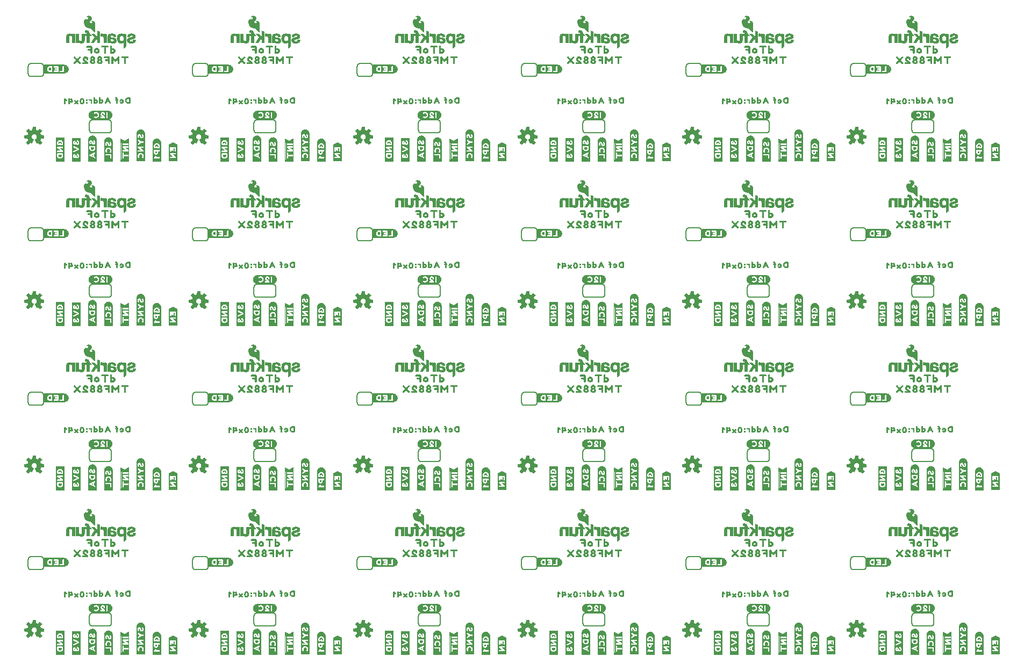
<source format=gbo>
G04 EAGLE Gerber RS-274X export*
G75*
%MOMM*%
%FSLAX34Y34*%
%LPD*%
%INSilkscreen Bottom*%
%IPPOS*%
%AMOC8*
5,1,8,0,0,1.08239X$1,22.5*%
G01*
%ADD10C,0.203200*%

G36*
X1492647Y798277D02*
X1492647Y798277D01*
X1492645Y798280D01*
X1492649Y798282D01*
X1492749Y798882D01*
X1492746Y798887D01*
X1492749Y798890D01*
X1492749Y842190D01*
X1492746Y842194D01*
X1492749Y842197D01*
X1492649Y842897D01*
X1492645Y842901D01*
X1492647Y842904D01*
X1492447Y843604D01*
X1492446Y843605D01*
X1492447Y843606D01*
X1492247Y844206D01*
X1492242Y844209D01*
X1492244Y844212D01*
X1491644Y845412D01*
X1491640Y845414D01*
X1491641Y845417D01*
X1491241Y846017D01*
X1491234Y846020D01*
X1491235Y846025D01*
X1490735Y846525D01*
X1490731Y846525D01*
X1490731Y846528D01*
X1490233Y846927D01*
X1489735Y847425D01*
X1489723Y847426D01*
X1489722Y847434D01*
X1488522Y848034D01*
X1488517Y848033D01*
X1488516Y848037D01*
X1487916Y848237D01*
X1487914Y848236D01*
X1487914Y848237D01*
X1487214Y848437D01*
X1487209Y848436D01*
X1487207Y848439D01*
X1486507Y848539D01*
X1486502Y848536D01*
X1486500Y848539D01*
X1485200Y848539D01*
X1485196Y848536D01*
X1485193Y848539D01*
X1484493Y848439D01*
X1484488Y848434D01*
X1484484Y848437D01*
X1483885Y848237D01*
X1483186Y848037D01*
X1483182Y848032D01*
X1483178Y848034D01*
X1482578Y847734D01*
X1482576Y847730D01*
X1482573Y847731D01*
X1481973Y847331D01*
X1481972Y847328D01*
X1481969Y847328D01*
X1481469Y846928D01*
X1481468Y846924D01*
X1481465Y846925D01*
X1480965Y846425D01*
X1480965Y846421D01*
X1480962Y846421D01*
X1480162Y845421D01*
X1480161Y845417D01*
X1480159Y845417D01*
X1479759Y844817D01*
X1479760Y844808D01*
X1479753Y844806D01*
X1479553Y844206D01*
X1479554Y844205D01*
X1479553Y844204D01*
X1479539Y844155D01*
X1479525Y844106D01*
X1479483Y843958D01*
X1479440Y843810D01*
X1479426Y843761D01*
X1479384Y843613D01*
X1479353Y843505D01*
X1479153Y842906D01*
X1479155Y842899D01*
X1479151Y842897D01*
X1479051Y842197D01*
X1479054Y842192D01*
X1479051Y842190D01*
X1479051Y841790D01*
X1479068Y841767D01*
X1479067Y841753D01*
X1479093Y841730D01*
X1479074Y841732D01*
X1479072Y841707D01*
X1479053Y841693D01*
X1479053Y841692D01*
X1479051Y841690D01*
X1479051Y798390D01*
X1479087Y798343D01*
X1479090Y798345D01*
X1479092Y798341D01*
X1479692Y798241D01*
X1479697Y798244D01*
X1479700Y798241D01*
X1492600Y798241D01*
X1492647Y798277D01*
G37*
G36*
X1492647Y280117D02*
X1492647Y280117D01*
X1492645Y280120D01*
X1492649Y280122D01*
X1492749Y280722D01*
X1492746Y280727D01*
X1492749Y280730D01*
X1492749Y324030D01*
X1492746Y324034D01*
X1492749Y324037D01*
X1492649Y324737D01*
X1492645Y324741D01*
X1492647Y324744D01*
X1492447Y325444D01*
X1492446Y325445D01*
X1492447Y325446D01*
X1492247Y326046D01*
X1492242Y326049D01*
X1492244Y326052D01*
X1491644Y327252D01*
X1491640Y327254D01*
X1491641Y327257D01*
X1491241Y327857D01*
X1491234Y327860D01*
X1491235Y327865D01*
X1490735Y328365D01*
X1490731Y328365D01*
X1490731Y328368D01*
X1490233Y328767D01*
X1489735Y329265D01*
X1489723Y329266D01*
X1489722Y329274D01*
X1488522Y329874D01*
X1488517Y329873D01*
X1488516Y329877D01*
X1487916Y330077D01*
X1487914Y330076D01*
X1487914Y330077D01*
X1487214Y330277D01*
X1487209Y330276D01*
X1487207Y330279D01*
X1486507Y330379D01*
X1486502Y330376D01*
X1486500Y330379D01*
X1485200Y330379D01*
X1485196Y330376D01*
X1485193Y330379D01*
X1484493Y330279D01*
X1484488Y330274D01*
X1484484Y330277D01*
X1483885Y330077D01*
X1483186Y329877D01*
X1483182Y329872D01*
X1483178Y329874D01*
X1482578Y329574D01*
X1482576Y329570D01*
X1482573Y329571D01*
X1481973Y329171D01*
X1481972Y329168D01*
X1481969Y329168D01*
X1481469Y328768D01*
X1481468Y328764D01*
X1481465Y328765D01*
X1480965Y328265D01*
X1480965Y328261D01*
X1480962Y328261D01*
X1480162Y327261D01*
X1480161Y327257D01*
X1480159Y327257D01*
X1479759Y326657D01*
X1479760Y326648D01*
X1479753Y326646D01*
X1479553Y326046D01*
X1479554Y326045D01*
X1479553Y326044D01*
X1479539Y325995D01*
X1479525Y325946D01*
X1479483Y325798D01*
X1479440Y325650D01*
X1479426Y325601D01*
X1479384Y325453D01*
X1479353Y325345D01*
X1479153Y324746D01*
X1479155Y324739D01*
X1479151Y324737D01*
X1479051Y324037D01*
X1479054Y324032D01*
X1479051Y324030D01*
X1479051Y323630D01*
X1479068Y323607D01*
X1479067Y323593D01*
X1479093Y323570D01*
X1479074Y323572D01*
X1479072Y323547D01*
X1479053Y323533D01*
X1479053Y323532D01*
X1479051Y323530D01*
X1479051Y280230D01*
X1479087Y280183D01*
X1479090Y280185D01*
X1479092Y280181D01*
X1479692Y280081D01*
X1479697Y280084D01*
X1479700Y280081D01*
X1492600Y280081D01*
X1492647Y280117D01*
G37*
G36*
X715407Y539197D02*
X715407Y539197D01*
X715405Y539200D01*
X715409Y539202D01*
X715509Y539802D01*
X715506Y539807D01*
X715509Y539810D01*
X715509Y583110D01*
X715506Y583114D01*
X715509Y583117D01*
X715409Y583817D01*
X715405Y583821D01*
X715407Y583824D01*
X715207Y584524D01*
X715206Y584525D01*
X715207Y584526D01*
X715007Y585126D01*
X715002Y585129D01*
X715004Y585132D01*
X714404Y586332D01*
X714400Y586334D01*
X714401Y586337D01*
X714001Y586937D01*
X713994Y586940D01*
X713995Y586945D01*
X713495Y587445D01*
X713491Y587445D01*
X713491Y587448D01*
X712993Y587847D01*
X712495Y588345D01*
X712483Y588346D01*
X712482Y588354D01*
X711282Y588954D01*
X711277Y588953D01*
X711276Y588957D01*
X710676Y589157D01*
X710674Y589156D01*
X710674Y589157D01*
X709974Y589357D01*
X709969Y589356D01*
X709967Y589359D01*
X709267Y589459D01*
X709262Y589456D01*
X709260Y589459D01*
X707960Y589459D01*
X707956Y589456D01*
X707953Y589459D01*
X707253Y589359D01*
X707248Y589354D01*
X707244Y589357D01*
X706645Y589157D01*
X705946Y588957D01*
X705942Y588952D01*
X705938Y588954D01*
X705338Y588654D01*
X705336Y588650D01*
X705333Y588651D01*
X704733Y588251D01*
X704732Y588248D01*
X704729Y588248D01*
X704229Y587848D01*
X704228Y587844D01*
X704225Y587845D01*
X703725Y587345D01*
X703725Y587341D01*
X703722Y587341D01*
X702922Y586341D01*
X702921Y586337D01*
X702919Y586337D01*
X702519Y585737D01*
X702520Y585728D01*
X702513Y585726D01*
X702313Y585126D01*
X702314Y585125D01*
X702313Y585124D01*
X702299Y585075D01*
X702285Y585026D01*
X702243Y584878D01*
X702200Y584730D01*
X702186Y584681D01*
X702144Y584533D01*
X702113Y584425D01*
X701913Y583826D01*
X701915Y583819D01*
X701911Y583817D01*
X701811Y583117D01*
X701814Y583112D01*
X701811Y583110D01*
X701811Y582710D01*
X701828Y582687D01*
X701827Y582673D01*
X701853Y582650D01*
X701834Y582652D01*
X701832Y582627D01*
X701813Y582613D01*
X701813Y582612D01*
X701811Y582610D01*
X701811Y539310D01*
X701847Y539263D01*
X701850Y539265D01*
X701852Y539261D01*
X702452Y539161D01*
X702457Y539164D01*
X702460Y539161D01*
X715360Y539161D01*
X715407Y539197D01*
G37*
G36*
X1233567Y798277D02*
X1233567Y798277D01*
X1233565Y798280D01*
X1233569Y798282D01*
X1233669Y798882D01*
X1233666Y798887D01*
X1233669Y798890D01*
X1233669Y842190D01*
X1233666Y842194D01*
X1233669Y842197D01*
X1233569Y842897D01*
X1233565Y842901D01*
X1233567Y842904D01*
X1233367Y843604D01*
X1233366Y843605D01*
X1233367Y843606D01*
X1233167Y844206D01*
X1233162Y844209D01*
X1233164Y844212D01*
X1232564Y845412D01*
X1232560Y845414D01*
X1232561Y845417D01*
X1232161Y846017D01*
X1232154Y846020D01*
X1232155Y846025D01*
X1231655Y846525D01*
X1231651Y846525D01*
X1231651Y846528D01*
X1231153Y846927D01*
X1230655Y847425D01*
X1230643Y847426D01*
X1230642Y847434D01*
X1229442Y848034D01*
X1229437Y848033D01*
X1229436Y848037D01*
X1228836Y848237D01*
X1228834Y848236D01*
X1228834Y848237D01*
X1228134Y848437D01*
X1228129Y848436D01*
X1228127Y848439D01*
X1227427Y848539D01*
X1227422Y848536D01*
X1227420Y848539D01*
X1226120Y848539D01*
X1226116Y848536D01*
X1226113Y848539D01*
X1225413Y848439D01*
X1225408Y848434D01*
X1225404Y848437D01*
X1224805Y848237D01*
X1224106Y848037D01*
X1224102Y848032D01*
X1224098Y848034D01*
X1223498Y847734D01*
X1223496Y847730D01*
X1223493Y847731D01*
X1222893Y847331D01*
X1222892Y847328D01*
X1222889Y847328D01*
X1222389Y846928D01*
X1222388Y846924D01*
X1222385Y846925D01*
X1221885Y846425D01*
X1221885Y846421D01*
X1221882Y846421D01*
X1221082Y845421D01*
X1221081Y845417D01*
X1221079Y845417D01*
X1220679Y844817D01*
X1220680Y844808D01*
X1220673Y844806D01*
X1220473Y844206D01*
X1220474Y844205D01*
X1220473Y844204D01*
X1220459Y844155D01*
X1220445Y844106D01*
X1220403Y843958D01*
X1220360Y843810D01*
X1220346Y843761D01*
X1220304Y843613D01*
X1220273Y843505D01*
X1220073Y842906D01*
X1220075Y842899D01*
X1220071Y842897D01*
X1219971Y842197D01*
X1219974Y842192D01*
X1219971Y842190D01*
X1219971Y841790D01*
X1219988Y841767D01*
X1219987Y841753D01*
X1220013Y841730D01*
X1219994Y841732D01*
X1219992Y841707D01*
X1219973Y841693D01*
X1219973Y841692D01*
X1219971Y841690D01*
X1219971Y798390D01*
X1220007Y798343D01*
X1220010Y798345D01*
X1220012Y798341D01*
X1220612Y798241D01*
X1220617Y798244D01*
X1220620Y798241D01*
X1233520Y798241D01*
X1233567Y798277D01*
G37*
G36*
X1233567Y539197D02*
X1233567Y539197D01*
X1233565Y539200D01*
X1233569Y539202D01*
X1233669Y539802D01*
X1233666Y539807D01*
X1233669Y539810D01*
X1233669Y583110D01*
X1233666Y583114D01*
X1233669Y583117D01*
X1233569Y583817D01*
X1233565Y583821D01*
X1233567Y583824D01*
X1233367Y584524D01*
X1233366Y584525D01*
X1233367Y584526D01*
X1233167Y585126D01*
X1233162Y585129D01*
X1233164Y585132D01*
X1232564Y586332D01*
X1232560Y586334D01*
X1232561Y586337D01*
X1232161Y586937D01*
X1232154Y586940D01*
X1232155Y586945D01*
X1231655Y587445D01*
X1231651Y587445D01*
X1231651Y587448D01*
X1231153Y587847D01*
X1230655Y588345D01*
X1230643Y588346D01*
X1230642Y588354D01*
X1229442Y588954D01*
X1229437Y588953D01*
X1229436Y588957D01*
X1228836Y589157D01*
X1228834Y589156D01*
X1228834Y589157D01*
X1228134Y589357D01*
X1228129Y589356D01*
X1228127Y589359D01*
X1227427Y589459D01*
X1227422Y589456D01*
X1227420Y589459D01*
X1226120Y589459D01*
X1226116Y589456D01*
X1226113Y589459D01*
X1225413Y589359D01*
X1225408Y589354D01*
X1225404Y589357D01*
X1224805Y589157D01*
X1224106Y588957D01*
X1224102Y588952D01*
X1224098Y588954D01*
X1223498Y588654D01*
X1223496Y588650D01*
X1223493Y588651D01*
X1222893Y588251D01*
X1222892Y588248D01*
X1222889Y588248D01*
X1222389Y587848D01*
X1222388Y587844D01*
X1222385Y587845D01*
X1221885Y587345D01*
X1221885Y587341D01*
X1221882Y587341D01*
X1221082Y586341D01*
X1221081Y586337D01*
X1221079Y586337D01*
X1220679Y585737D01*
X1220680Y585728D01*
X1220673Y585726D01*
X1220473Y585126D01*
X1220474Y585125D01*
X1220473Y585124D01*
X1220459Y585075D01*
X1220445Y585026D01*
X1220403Y584878D01*
X1220360Y584730D01*
X1220346Y584681D01*
X1220304Y584533D01*
X1220273Y584425D01*
X1220073Y583826D01*
X1220075Y583819D01*
X1220071Y583817D01*
X1219971Y583117D01*
X1219974Y583112D01*
X1219971Y583110D01*
X1219971Y582710D01*
X1219988Y582687D01*
X1219987Y582673D01*
X1220013Y582650D01*
X1219994Y582652D01*
X1219992Y582627D01*
X1219973Y582613D01*
X1219973Y582612D01*
X1219971Y582610D01*
X1219971Y539310D01*
X1220007Y539263D01*
X1220010Y539265D01*
X1220012Y539261D01*
X1220612Y539161D01*
X1220617Y539164D01*
X1220620Y539161D01*
X1233520Y539161D01*
X1233567Y539197D01*
G37*
G36*
X974487Y539197D02*
X974487Y539197D01*
X974485Y539200D01*
X974489Y539202D01*
X974589Y539802D01*
X974586Y539807D01*
X974589Y539810D01*
X974589Y583110D01*
X974586Y583114D01*
X974589Y583117D01*
X974489Y583817D01*
X974485Y583821D01*
X974487Y583824D01*
X974287Y584524D01*
X974286Y584525D01*
X974287Y584526D01*
X974087Y585126D01*
X974082Y585129D01*
X974084Y585132D01*
X973484Y586332D01*
X973480Y586334D01*
X973481Y586337D01*
X973081Y586937D01*
X973074Y586940D01*
X973075Y586945D01*
X972575Y587445D01*
X972571Y587445D01*
X972571Y587448D01*
X972073Y587847D01*
X971575Y588345D01*
X971563Y588346D01*
X971562Y588354D01*
X970362Y588954D01*
X970357Y588953D01*
X970356Y588957D01*
X969756Y589157D01*
X969754Y589156D01*
X969754Y589157D01*
X969054Y589357D01*
X969049Y589356D01*
X969047Y589359D01*
X968347Y589459D01*
X968342Y589456D01*
X968340Y589459D01*
X967040Y589459D01*
X967036Y589456D01*
X967033Y589459D01*
X966333Y589359D01*
X966328Y589354D01*
X966324Y589357D01*
X965725Y589157D01*
X965026Y588957D01*
X965022Y588952D01*
X965018Y588954D01*
X964418Y588654D01*
X964416Y588650D01*
X964413Y588651D01*
X963813Y588251D01*
X963812Y588248D01*
X963809Y588248D01*
X963309Y587848D01*
X963308Y587844D01*
X963305Y587845D01*
X962805Y587345D01*
X962805Y587341D01*
X962802Y587341D01*
X962002Y586341D01*
X962001Y586337D01*
X961999Y586337D01*
X961599Y585737D01*
X961600Y585728D01*
X961593Y585726D01*
X961393Y585126D01*
X961394Y585125D01*
X961393Y585124D01*
X961379Y585075D01*
X961365Y585026D01*
X961323Y584878D01*
X961280Y584730D01*
X961266Y584681D01*
X961224Y584533D01*
X961193Y584425D01*
X960993Y583826D01*
X960995Y583819D01*
X960991Y583817D01*
X960891Y583117D01*
X960894Y583112D01*
X960891Y583110D01*
X960891Y582710D01*
X960908Y582687D01*
X960907Y582673D01*
X960933Y582650D01*
X960914Y582652D01*
X960912Y582627D01*
X960893Y582613D01*
X960893Y582612D01*
X960891Y582610D01*
X960891Y539310D01*
X960927Y539263D01*
X960930Y539265D01*
X960932Y539261D01*
X961532Y539161D01*
X961537Y539164D01*
X961540Y539161D01*
X974440Y539161D01*
X974487Y539197D01*
G37*
G36*
X197247Y539197D02*
X197247Y539197D01*
X197245Y539200D01*
X197249Y539202D01*
X197349Y539802D01*
X197346Y539807D01*
X197349Y539810D01*
X197349Y583110D01*
X197346Y583114D01*
X197349Y583117D01*
X197249Y583817D01*
X197245Y583821D01*
X197247Y583824D01*
X197047Y584524D01*
X197046Y584525D01*
X197047Y584526D01*
X196847Y585126D01*
X196842Y585129D01*
X196844Y585132D01*
X196244Y586332D01*
X196240Y586334D01*
X196241Y586337D01*
X195841Y586937D01*
X195834Y586940D01*
X195835Y586945D01*
X195335Y587445D01*
X195331Y587445D01*
X195331Y587448D01*
X194833Y587847D01*
X194335Y588345D01*
X194323Y588346D01*
X194322Y588354D01*
X193122Y588954D01*
X193117Y588953D01*
X193116Y588957D01*
X192516Y589157D01*
X192514Y589156D01*
X192514Y589157D01*
X191814Y589357D01*
X191809Y589356D01*
X191807Y589359D01*
X191107Y589459D01*
X191102Y589456D01*
X191100Y589459D01*
X189800Y589459D01*
X189796Y589456D01*
X189793Y589459D01*
X189093Y589359D01*
X189088Y589354D01*
X189084Y589357D01*
X188485Y589157D01*
X187786Y588957D01*
X187782Y588952D01*
X187778Y588954D01*
X187178Y588654D01*
X187176Y588650D01*
X187173Y588651D01*
X186573Y588251D01*
X186572Y588248D01*
X186569Y588248D01*
X186069Y587848D01*
X186068Y587844D01*
X186065Y587845D01*
X185565Y587345D01*
X185565Y587341D01*
X185562Y587341D01*
X184762Y586341D01*
X184761Y586337D01*
X184759Y586337D01*
X184359Y585737D01*
X184360Y585728D01*
X184353Y585726D01*
X184153Y585126D01*
X184154Y585125D01*
X184153Y585124D01*
X184139Y585075D01*
X184125Y585026D01*
X184083Y584878D01*
X184040Y584730D01*
X184026Y584681D01*
X183984Y584533D01*
X183953Y584425D01*
X183753Y583826D01*
X183755Y583819D01*
X183751Y583817D01*
X183651Y583117D01*
X183654Y583112D01*
X183651Y583110D01*
X183651Y582710D01*
X183668Y582687D01*
X183667Y582673D01*
X183693Y582650D01*
X183674Y582652D01*
X183672Y582627D01*
X183653Y582613D01*
X183653Y582612D01*
X183651Y582610D01*
X183651Y539310D01*
X183687Y539263D01*
X183690Y539265D01*
X183692Y539261D01*
X184292Y539161D01*
X184297Y539164D01*
X184300Y539161D01*
X197200Y539161D01*
X197247Y539197D01*
G37*
G36*
X1492647Y539197D02*
X1492647Y539197D01*
X1492645Y539200D01*
X1492649Y539202D01*
X1492749Y539802D01*
X1492746Y539807D01*
X1492749Y539810D01*
X1492749Y583110D01*
X1492746Y583114D01*
X1492749Y583117D01*
X1492649Y583817D01*
X1492645Y583821D01*
X1492647Y583824D01*
X1492447Y584524D01*
X1492446Y584525D01*
X1492447Y584526D01*
X1492247Y585126D01*
X1492242Y585129D01*
X1492244Y585132D01*
X1491644Y586332D01*
X1491640Y586334D01*
X1491641Y586337D01*
X1491241Y586937D01*
X1491234Y586940D01*
X1491235Y586945D01*
X1490735Y587445D01*
X1490731Y587445D01*
X1490731Y587448D01*
X1490233Y587847D01*
X1489735Y588345D01*
X1489723Y588346D01*
X1489722Y588354D01*
X1488522Y588954D01*
X1488517Y588953D01*
X1488516Y588957D01*
X1487916Y589157D01*
X1487914Y589156D01*
X1487914Y589157D01*
X1487214Y589357D01*
X1487209Y589356D01*
X1487207Y589359D01*
X1486507Y589459D01*
X1486502Y589456D01*
X1486500Y589459D01*
X1485200Y589459D01*
X1485196Y589456D01*
X1485193Y589459D01*
X1484493Y589359D01*
X1484488Y589354D01*
X1484484Y589357D01*
X1483885Y589157D01*
X1483186Y588957D01*
X1483182Y588952D01*
X1483178Y588954D01*
X1482578Y588654D01*
X1482576Y588650D01*
X1482573Y588651D01*
X1481973Y588251D01*
X1481972Y588248D01*
X1481969Y588248D01*
X1481469Y587848D01*
X1481468Y587844D01*
X1481465Y587845D01*
X1480965Y587345D01*
X1480965Y587341D01*
X1480962Y587341D01*
X1480162Y586341D01*
X1480161Y586337D01*
X1480159Y586337D01*
X1479759Y585737D01*
X1479760Y585728D01*
X1479753Y585726D01*
X1479553Y585126D01*
X1479554Y585125D01*
X1479553Y585124D01*
X1479539Y585075D01*
X1479525Y585026D01*
X1479483Y584878D01*
X1479440Y584730D01*
X1479426Y584681D01*
X1479384Y584533D01*
X1479353Y584425D01*
X1479153Y583826D01*
X1479155Y583819D01*
X1479151Y583817D01*
X1479051Y583117D01*
X1479054Y583112D01*
X1479051Y583110D01*
X1479051Y582710D01*
X1479068Y582687D01*
X1479067Y582673D01*
X1479093Y582650D01*
X1479074Y582652D01*
X1479072Y582627D01*
X1479053Y582613D01*
X1479053Y582612D01*
X1479051Y582610D01*
X1479051Y539310D01*
X1479087Y539263D01*
X1479090Y539265D01*
X1479092Y539261D01*
X1479692Y539161D01*
X1479697Y539164D01*
X1479700Y539161D01*
X1492600Y539161D01*
X1492647Y539197D01*
G37*
G36*
X456327Y21037D02*
X456327Y21037D01*
X456325Y21040D01*
X456329Y21042D01*
X456429Y21642D01*
X456426Y21647D01*
X456429Y21650D01*
X456429Y64950D01*
X456426Y64954D01*
X456429Y64957D01*
X456329Y65657D01*
X456325Y65661D01*
X456327Y65664D01*
X456127Y66364D01*
X456126Y66365D01*
X456127Y66366D01*
X455927Y66966D01*
X455922Y66969D01*
X455924Y66972D01*
X455324Y68172D01*
X455320Y68174D01*
X455321Y68177D01*
X454921Y68777D01*
X454914Y68780D01*
X454915Y68785D01*
X454415Y69285D01*
X454411Y69285D01*
X454411Y69288D01*
X453913Y69687D01*
X453415Y70185D01*
X453403Y70186D01*
X453402Y70194D01*
X452202Y70794D01*
X452197Y70793D01*
X452196Y70797D01*
X451596Y70997D01*
X451594Y70996D01*
X451594Y70997D01*
X450894Y71197D01*
X450889Y71196D01*
X450887Y71199D01*
X450187Y71299D01*
X450182Y71296D01*
X450180Y71299D01*
X448880Y71299D01*
X448876Y71296D01*
X448873Y71299D01*
X448173Y71199D01*
X448168Y71194D01*
X448164Y71197D01*
X447565Y70997D01*
X446866Y70797D01*
X446862Y70792D01*
X446858Y70794D01*
X446258Y70494D01*
X446256Y70490D01*
X446253Y70491D01*
X445653Y70091D01*
X445652Y70088D01*
X445649Y70088D01*
X445149Y69688D01*
X445148Y69684D01*
X445145Y69685D01*
X444645Y69185D01*
X444645Y69181D01*
X444642Y69181D01*
X443842Y68181D01*
X443841Y68177D01*
X443839Y68177D01*
X443439Y67577D01*
X443440Y67568D01*
X443433Y67566D01*
X443233Y66966D01*
X443234Y66965D01*
X443233Y66964D01*
X443219Y66915D01*
X443205Y66866D01*
X443163Y66718D01*
X443120Y66570D01*
X443106Y66521D01*
X443064Y66373D01*
X443033Y66265D01*
X442833Y65666D01*
X442835Y65659D01*
X442831Y65657D01*
X442731Y64957D01*
X442734Y64952D01*
X442731Y64950D01*
X442731Y64550D01*
X442748Y64527D01*
X442747Y64513D01*
X442773Y64490D01*
X442754Y64492D01*
X442752Y64467D01*
X442733Y64453D01*
X442733Y64452D01*
X442731Y64450D01*
X442731Y21150D01*
X442767Y21103D01*
X442770Y21105D01*
X442772Y21101D01*
X443372Y21001D01*
X443377Y21004D01*
X443380Y21001D01*
X456280Y21001D01*
X456327Y21037D01*
G37*
G36*
X456327Y539197D02*
X456327Y539197D01*
X456325Y539200D01*
X456329Y539202D01*
X456429Y539802D01*
X456426Y539807D01*
X456429Y539810D01*
X456429Y583110D01*
X456426Y583114D01*
X456429Y583117D01*
X456329Y583817D01*
X456325Y583821D01*
X456327Y583824D01*
X456127Y584524D01*
X456126Y584525D01*
X456127Y584526D01*
X455927Y585126D01*
X455922Y585129D01*
X455924Y585132D01*
X455324Y586332D01*
X455320Y586334D01*
X455321Y586337D01*
X454921Y586937D01*
X454914Y586940D01*
X454915Y586945D01*
X454415Y587445D01*
X454411Y587445D01*
X454411Y587448D01*
X453913Y587847D01*
X453415Y588345D01*
X453403Y588346D01*
X453402Y588354D01*
X452202Y588954D01*
X452197Y588953D01*
X452196Y588957D01*
X451596Y589157D01*
X451594Y589156D01*
X451594Y589157D01*
X450894Y589357D01*
X450889Y589356D01*
X450887Y589359D01*
X450187Y589459D01*
X450182Y589456D01*
X450180Y589459D01*
X448880Y589459D01*
X448876Y589456D01*
X448873Y589459D01*
X448173Y589359D01*
X448168Y589354D01*
X448164Y589357D01*
X447565Y589157D01*
X446866Y588957D01*
X446862Y588952D01*
X446858Y588954D01*
X446258Y588654D01*
X446256Y588650D01*
X446253Y588651D01*
X445653Y588251D01*
X445652Y588248D01*
X445649Y588248D01*
X445149Y587848D01*
X445148Y587844D01*
X445145Y587845D01*
X444645Y587345D01*
X444645Y587341D01*
X444642Y587341D01*
X443842Y586341D01*
X443841Y586337D01*
X443839Y586337D01*
X443439Y585737D01*
X443440Y585728D01*
X443433Y585726D01*
X443233Y585126D01*
X443234Y585125D01*
X443233Y585124D01*
X443219Y585075D01*
X443205Y585026D01*
X443163Y584878D01*
X443120Y584730D01*
X443106Y584681D01*
X443064Y584533D01*
X443033Y584425D01*
X442833Y583826D01*
X442835Y583819D01*
X442831Y583817D01*
X442731Y583117D01*
X442734Y583112D01*
X442731Y583110D01*
X442731Y582710D01*
X442748Y582687D01*
X442747Y582673D01*
X442773Y582650D01*
X442754Y582652D01*
X442752Y582627D01*
X442733Y582613D01*
X442733Y582612D01*
X442731Y582610D01*
X442731Y539310D01*
X442767Y539263D01*
X442770Y539265D01*
X442772Y539261D01*
X443372Y539161D01*
X443377Y539164D01*
X443380Y539161D01*
X456280Y539161D01*
X456327Y539197D01*
G37*
G36*
X715407Y21037D02*
X715407Y21037D01*
X715405Y21040D01*
X715409Y21042D01*
X715509Y21642D01*
X715506Y21647D01*
X715509Y21650D01*
X715509Y64950D01*
X715506Y64954D01*
X715509Y64957D01*
X715409Y65657D01*
X715405Y65661D01*
X715407Y65664D01*
X715207Y66364D01*
X715206Y66365D01*
X715207Y66366D01*
X715007Y66966D01*
X715002Y66969D01*
X715004Y66972D01*
X714404Y68172D01*
X714400Y68174D01*
X714401Y68177D01*
X714001Y68777D01*
X713994Y68780D01*
X713995Y68785D01*
X713495Y69285D01*
X713491Y69285D01*
X713491Y69288D01*
X712993Y69687D01*
X712495Y70185D01*
X712483Y70186D01*
X712482Y70194D01*
X711282Y70794D01*
X711277Y70793D01*
X711276Y70797D01*
X710676Y70997D01*
X710674Y70996D01*
X710674Y70997D01*
X709974Y71197D01*
X709969Y71196D01*
X709967Y71199D01*
X709267Y71299D01*
X709262Y71296D01*
X709260Y71299D01*
X707960Y71299D01*
X707956Y71296D01*
X707953Y71299D01*
X707253Y71199D01*
X707248Y71194D01*
X707244Y71197D01*
X706645Y70997D01*
X705946Y70797D01*
X705942Y70792D01*
X705938Y70794D01*
X705338Y70494D01*
X705336Y70490D01*
X705333Y70491D01*
X704733Y70091D01*
X704732Y70088D01*
X704729Y70088D01*
X704229Y69688D01*
X704228Y69684D01*
X704225Y69685D01*
X703725Y69185D01*
X703725Y69181D01*
X703722Y69181D01*
X702922Y68181D01*
X702921Y68177D01*
X702919Y68177D01*
X702519Y67577D01*
X702520Y67568D01*
X702513Y67566D01*
X702313Y66966D01*
X702314Y66965D01*
X702313Y66964D01*
X702299Y66915D01*
X702285Y66866D01*
X702243Y66718D01*
X702200Y66570D01*
X702186Y66521D01*
X702144Y66373D01*
X702113Y66265D01*
X701913Y65666D01*
X701915Y65659D01*
X701911Y65657D01*
X701811Y64957D01*
X701814Y64952D01*
X701811Y64950D01*
X701811Y64550D01*
X701828Y64527D01*
X701827Y64513D01*
X701853Y64490D01*
X701834Y64492D01*
X701832Y64467D01*
X701813Y64453D01*
X701813Y64452D01*
X701811Y64450D01*
X701811Y21150D01*
X701847Y21103D01*
X701850Y21105D01*
X701852Y21101D01*
X702452Y21001D01*
X702457Y21004D01*
X702460Y21001D01*
X715360Y21001D01*
X715407Y21037D01*
G37*
G36*
X197247Y21037D02*
X197247Y21037D01*
X197245Y21040D01*
X197249Y21042D01*
X197349Y21642D01*
X197346Y21647D01*
X197349Y21650D01*
X197349Y64950D01*
X197346Y64954D01*
X197349Y64957D01*
X197249Y65657D01*
X197245Y65661D01*
X197247Y65664D01*
X197047Y66364D01*
X197046Y66365D01*
X197047Y66366D01*
X196847Y66966D01*
X196842Y66969D01*
X196844Y66972D01*
X196244Y68172D01*
X196240Y68174D01*
X196241Y68177D01*
X195841Y68777D01*
X195834Y68780D01*
X195835Y68785D01*
X195335Y69285D01*
X195331Y69285D01*
X195331Y69288D01*
X194833Y69687D01*
X194335Y70185D01*
X194323Y70186D01*
X194322Y70194D01*
X193122Y70794D01*
X193117Y70793D01*
X193116Y70797D01*
X192516Y70997D01*
X192514Y70996D01*
X192514Y70997D01*
X191814Y71197D01*
X191809Y71196D01*
X191807Y71199D01*
X191107Y71299D01*
X191102Y71296D01*
X191100Y71299D01*
X189800Y71299D01*
X189796Y71296D01*
X189793Y71299D01*
X189093Y71199D01*
X189088Y71194D01*
X189084Y71197D01*
X188485Y70997D01*
X187786Y70797D01*
X187782Y70792D01*
X187778Y70794D01*
X187178Y70494D01*
X187176Y70490D01*
X187173Y70491D01*
X186573Y70091D01*
X186572Y70088D01*
X186569Y70088D01*
X186069Y69688D01*
X186068Y69684D01*
X186065Y69685D01*
X185565Y69185D01*
X185565Y69181D01*
X185562Y69181D01*
X184762Y68181D01*
X184761Y68177D01*
X184759Y68177D01*
X184359Y67577D01*
X184360Y67568D01*
X184353Y67566D01*
X184153Y66966D01*
X184154Y66965D01*
X184153Y66964D01*
X184139Y66915D01*
X184125Y66866D01*
X184083Y66718D01*
X184040Y66570D01*
X184026Y66521D01*
X183984Y66373D01*
X183953Y66265D01*
X183753Y65666D01*
X183755Y65659D01*
X183751Y65657D01*
X183651Y64957D01*
X183654Y64952D01*
X183651Y64950D01*
X183651Y64550D01*
X183668Y64527D01*
X183667Y64513D01*
X183693Y64490D01*
X183674Y64492D01*
X183672Y64467D01*
X183653Y64453D01*
X183653Y64452D01*
X183651Y64450D01*
X183651Y21150D01*
X183687Y21103D01*
X183690Y21105D01*
X183692Y21101D01*
X184292Y21001D01*
X184297Y21004D01*
X184300Y21001D01*
X197200Y21001D01*
X197247Y21037D01*
G37*
G36*
X1233567Y21037D02*
X1233567Y21037D01*
X1233565Y21040D01*
X1233569Y21042D01*
X1233669Y21642D01*
X1233666Y21647D01*
X1233669Y21650D01*
X1233669Y64950D01*
X1233666Y64954D01*
X1233669Y64957D01*
X1233569Y65657D01*
X1233565Y65661D01*
X1233567Y65664D01*
X1233367Y66364D01*
X1233366Y66365D01*
X1233367Y66366D01*
X1233167Y66966D01*
X1233162Y66969D01*
X1233164Y66972D01*
X1232564Y68172D01*
X1232560Y68174D01*
X1232561Y68177D01*
X1232161Y68777D01*
X1232154Y68780D01*
X1232155Y68785D01*
X1231655Y69285D01*
X1231651Y69285D01*
X1231651Y69288D01*
X1231153Y69687D01*
X1230655Y70185D01*
X1230643Y70186D01*
X1230642Y70194D01*
X1229442Y70794D01*
X1229437Y70793D01*
X1229436Y70797D01*
X1228836Y70997D01*
X1228834Y70996D01*
X1228834Y70997D01*
X1228134Y71197D01*
X1228129Y71196D01*
X1228127Y71199D01*
X1227427Y71299D01*
X1227422Y71296D01*
X1227420Y71299D01*
X1226120Y71299D01*
X1226116Y71296D01*
X1226113Y71299D01*
X1225413Y71199D01*
X1225408Y71194D01*
X1225404Y71197D01*
X1224805Y70997D01*
X1224106Y70797D01*
X1224102Y70792D01*
X1224098Y70794D01*
X1223498Y70494D01*
X1223496Y70490D01*
X1223493Y70491D01*
X1222893Y70091D01*
X1222892Y70088D01*
X1222889Y70088D01*
X1222389Y69688D01*
X1222388Y69684D01*
X1222385Y69685D01*
X1221885Y69185D01*
X1221885Y69181D01*
X1221882Y69181D01*
X1221082Y68181D01*
X1221081Y68177D01*
X1221079Y68177D01*
X1220679Y67577D01*
X1220680Y67568D01*
X1220673Y67566D01*
X1220473Y66966D01*
X1220474Y66965D01*
X1220473Y66964D01*
X1220459Y66915D01*
X1220445Y66866D01*
X1220403Y66718D01*
X1220360Y66570D01*
X1220346Y66521D01*
X1220304Y66373D01*
X1220273Y66265D01*
X1220073Y65666D01*
X1220075Y65659D01*
X1220071Y65657D01*
X1219971Y64957D01*
X1219974Y64952D01*
X1219971Y64950D01*
X1219971Y64550D01*
X1219988Y64527D01*
X1219987Y64513D01*
X1220013Y64490D01*
X1219994Y64492D01*
X1219992Y64467D01*
X1219973Y64453D01*
X1219973Y64452D01*
X1219971Y64450D01*
X1219971Y21150D01*
X1220007Y21103D01*
X1220010Y21105D01*
X1220012Y21101D01*
X1220612Y21001D01*
X1220617Y21004D01*
X1220620Y21001D01*
X1233520Y21001D01*
X1233567Y21037D01*
G37*
G36*
X456327Y798277D02*
X456327Y798277D01*
X456325Y798280D01*
X456329Y798282D01*
X456429Y798882D01*
X456426Y798887D01*
X456429Y798890D01*
X456429Y842190D01*
X456426Y842194D01*
X456429Y842197D01*
X456329Y842897D01*
X456325Y842901D01*
X456327Y842904D01*
X456127Y843604D01*
X456126Y843605D01*
X456127Y843606D01*
X455927Y844206D01*
X455922Y844209D01*
X455924Y844212D01*
X455324Y845412D01*
X455320Y845414D01*
X455321Y845417D01*
X454921Y846017D01*
X454914Y846020D01*
X454915Y846025D01*
X454415Y846525D01*
X454411Y846525D01*
X454411Y846528D01*
X453913Y846927D01*
X453415Y847425D01*
X453403Y847426D01*
X453402Y847434D01*
X452202Y848034D01*
X452197Y848033D01*
X452196Y848037D01*
X451596Y848237D01*
X451594Y848236D01*
X451594Y848237D01*
X450894Y848437D01*
X450889Y848436D01*
X450887Y848439D01*
X450187Y848539D01*
X450182Y848536D01*
X450180Y848539D01*
X448880Y848539D01*
X448876Y848536D01*
X448873Y848539D01*
X448173Y848439D01*
X448168Y848434D01*
X448164Y848437D01*
X447565Y848237D01*
X446866Y848037D01*
X446862Y848032D01*
X446858Y848034D01*
X446258Y847734D01*
X446256Y847730D01*
X446253Y847731D01*
X445653Y847331D01*
X445652Y847328D01*
X445649Y847328D01*
X445149Y846928D01*
X445148Y846924D01*
X445145Y846925D01*
X444645Y846425D01*
X444645Y846421D01*
X444642Y846421D01*
X443842Y845421D01*
X443841Y845417D01*
X443839Y845417D01*
X443439Y844817D01*
X443440Y844808D01*
X443433Y844806D01*
X443233Y844206D01*
X443234Y844205D01*
X443233Y844204D01*
X443219Y844155D01*
X443205Y844106D01*
X443163Y843958D01*
X443120Y843810D01*
X443106Y843761D01*
X443064Y843613D01*
X443033Y843505D01*
X442833Y842906D01*
X442835Y842899D01*
X442831Y842897D01*
X442731Y842197D01*
X442734Y842192D01*
X442731Y842190D01*
X442731Y841790D01*
X442748Y841767D01*
X442747Y841753D01*
X442773Y841730D01*
X442754Y841732D01*
X442752Y841707D01*
X442733Y841693D01*
X442733Y841692D01*
X442731Y841690D01*
X442731Y798390D01*
X442767Y798343D01*
X442770Y798345D01*
X442772Y798341D01*
X443372Y798241D01*
X443377Y798244D01*
X443380Y798241D01*
X456280Y798241D01*
X456327Y798277D01*
G37*
G36*
X974487Y798277D02*
X974487Y798277D01*
X974485Y798280D01*
X974489Y798282D01*
X974589Y798882D01*
X974586Y798887D01*
X974589Y798890D01*
X974589Y842190D01*
X974586Y842194D01*
X974589Y842197D01*
X974489Y842897D01*
X974485Y842901D01*
X974487Y842904D01*
X974287Y843604D01*
X974286Y843605D01*
X974287Y843606D01*
X974087Y844206D01*
X974082Y844209D01*
X974084Y844212D01*
X973484Y845412D01*
X973480Y845414D01*
X973481Y845417D01*
X973081Y846017D01*
X973074Y846020D01*
X973075Y846025D01*
X972575Y846525D01*
X972571Y846525D01*
X972571Y846528D01*
X972073Y846927D01*
X971575Y847425D01*
X971563Y847426D01*
X971562Y847434D01*
X970362Y848034D01*
X970357Y848033D01*
X970356Y848037D01*
X969756Y848237D01*
X969754Y848236D01*
X969754Y848237D01*
X969054Y848437D01*
X969049Y848436D01*
X969047Y848439D01*
X968347Y848539D01*
X968342Y848536D01*
X968340Y848539D01*
X967040Y848539D01*
X967036Y848536D01*
X967033Y848539D01*
X966333Y848439D01*
X966328Y848434D01*
X966324Y848437D01*
X965725Y848237D01*
X965026Y848037D01*
X965022Y848032D01*
X965018Y848034D01*
X964418Y847734D01*
X964416Y847730D01*
X964413Y847731D01*
X963813Y847331D01*
X963812Y847328D01*
X963809Y847328D01*
X963309Y846928D01*
X963308Y846924D01*
X963305Y846925D01*
X962805Y846425D01*
X962805Y846421D01*
X962802Y846421D01*
X962002Y845421D01*
X962001Y845417D01*
X961999Y845417D01*
X961599Y844817D01*
X961600Y844808D01*
X961593Y844806D01*
X961393Y844206D01*
X961394Y844205D01*
X961393Y844204D01*
X961379Y844155D01*
X961365Y844106D01*
X961323Y843958D01*
X961280Y843810D01*
X961266Y843761D01*
X961224Y843613D01*
X961193Y843505D01*
X960993Y842906D01*
X960995Y842899D01*
X960991Y842897D01*
X960891Y842197D01*
X960894Y842192D01*
X960891Y842190D01*
X960891Y841790D01*
X960908Y841767D01*
X960907Y841753D01*
X960933Y841730D01*
X960914Y841732D01*
X960912Y841707D01*
X960893Y841693D01*
X960893Y841692D01*
X960891Y841690D01*
X960891Y798390D01*
X960927Y798343D01*
X960930Y798345D01*
X960932Y798341D01*
X961532Y798241D01*
X961537Y798244D01*
X961540Y798241D01*
X974440Y798241D01*
X974487Y798277D01*
G37*
G36*
X1492647Y21037D02*
X1492647Y21037D01*
X1492645Y21040D01*
X1492649Y21042D01*
X1492749Y21642D01*
X1492746Y21647D01*
X1492749Y21650D01*
X1492749Y64950D01*
X1492746Y64954D01*
X1492749Y64957D01*
X1492649Y65657D01*
X1492645Y65661D01*
X1492647Y65664D01*
X1492447Y66364D01*
X1492446Y66365D01*
X1492447Y66366D01*
X1492247Y66966D01*
X1492242Y66969D01*
X1492244Y66972D01*
X1491644Y68172D01*
X1491640Y68174D01*
X1491641Y68177D01*
X1491241Y68777D01*
X1491234Y68780D01*
X1491235Y68785D01*
X1490735Y69285D01*
X1490731Y69285D01*
X1490731Y69288D01*
X1490233Y69687D01*
X1489735Y70185D01*
X1489723Y70186D01*
X1489722Y70194D01*
X1488522Y70794D01*
X1488517Y70793D01*
X1488516Y70797D01*
X1487916Y70997D01*
X1487914Y70996D01*
X1487914Y70997D01*
X1487214Y71197D01*
X1487209Y71196D01*
X1487207Y71199D01*
X1486507Y71299D01*
X1486502Y71296D01*
X1486500Y71299D01*
X1485200Y71299D01*
X1485196Y71296D01*
X1485193Y71299D01*
X1484493Y71199D01*
X1484488Y71194D01*
X1484484Y71197D01*
X1483885Y70997D01*
X1483186Y70797D01*
X1483182Y70792D01*
X1483178Y70794D01*
X1482578Y70494D01*
X1482576Y70490D01*
X1482573Y70491D01*
X1481973Y70091D01*
X1481972Y70088D01*
X1481969Y70088D01*
X1481469Y69688D01*
X1481468Y69684D01*
X1481465Y69685D01*
X1480965Y69185D01*
X1480965Y69181D01*
X1480962Y69181D01*
X1480162Y68181D01*
X1480161Y68177D01*
X1480159Y68177D01*
X1479759Y67577D01*
X1479760Y67568D01*
X1479753Y67566D01*
X1479553Y66966D01*
X1479554Y66965D01*
X1479553Y66964D01*
X1479539Y66915D01*
X1479525Y66866D01*
X1479483Y66718D01*
X1479440Y66570D01*
X1479426Y66521D01*
X1479384Y66373D01*
X1479353Y66265D01*
X1479153Y65666D01*
X1479155Y65659D01*
X1479151Y65657D01*
X1479051Y64957D01*
X1479054Y64952D01*
X1479051Y64950D01*
X1479051Y64550D01*
X1479068Y64527D01*
X1479067Y64513D01*
X1479093Y64490D01*
X1479074Y64492D01*
X1479072Y64467D01*
X1479053Y64453D01*
X1479053Y64452D01*
X1479051Y64450D01*
X1479051Y21150D01*
X1479087Y21103D01*
X1479090Y21105D01*
X1479092Y21101D01*
X1479692Y21001D01*
X1479697Y21004D01*
X1479700Y21001D01*
X1492600Y21001D01*
X1492647Y21037D01*
G37*
G36*
X974487Y21037D02*
X974487Y21037D01*
X974485Y21040D01*
X974489Y21042D01*
X974589Y21642D01*
X974586Y21647D01*
X974589Y21650D01*
X974589Y64950D01*
X974586Y64954D01*
X974589Y64957D01*
X974489Y65657D01*
X974485Y65661D01*
X974487Y65664D01*
X974287Y66364D01*
X974286Y66365D01*
X974287Y66366D01*
X974087Y66966D01*
X974082Y66969D01*
X974084Y66972D01*
X973484Y68172D01*
X973480Y68174D01*
X973481Y68177D01*
X973081Y68777D01*
X973074Y68780D01*
X973075Y68785D01*
X972575Y69285D01*
X972571Y69285D01*
X972571Y69288D01*
X972073Y69687D01*
X971575Y70185D01*
X971563Y70186D01*
X971562Y70194D01*
X970362Y70794D01*
X970357Y70793D01*
X970356Y70797D01*
X969756Y70997D01*
X969754Y70996D01*
X969754Y70997D01*
X969054Y71197D01*
X969049Y71196D01*
X969047Y71199D01*
X968347Y71299D01*
X968342Y71296D01*
X968340Y71299D01*
X967040Y71299D01*
X967036Y71296D01*
X967033Y71299D01*
X966333Y71199D01*
X966328Y71194D01*
X966324Y71197D01*
X965725Y70997D01*
X965026Y70797D01*
X965022Y70792D01*
X965018Y70794D01*
X964418Y70494D01*
X964416Y70490D01*
X964413Y70491D01*
X963813Y70091D01*
X963812Y70088D01*
X963809Y70088D01*
X963309Y69688D01*
X963308Y69684D01*
X963305Y69685D01*
X962805Y69185D01*
X962805Y69181D01*
X962802Y69181D01*
X962002Y68181D01*
X962001Y68177D01*
X961999Y68177D01*
X961599Y67577D01*
X961600Y67568D01*
X961593Y67566D01*
X961393Y66966D01*
X961394Y66965D01*
X961393Y66964D01*
X961379Y66915D01*
X961365Y66866D01*
X961323Y66718D01*
X961280Y66570D01*
X961266Y66521D01*
X961224Y66373D01*
X961193Y66265D01*
X960993Y65666D01*
X960995Y65659D01*
X960991Y65657D01*
X960891Y64957D01*
X960894Y64952D01*
X960891Y64950D01*
X960891Y64550D01*
X960908Y64527D01*
X960907Y64513D01*
X960933Y64490D01*
X960914Y64492D01*
X960912Y64467D01*
X960893Y64453D01*
X960893Y64452D01*
X960891Y64450D01*
X960891Y21150D01*
X960927Y21103D01*
X960930Y21105D01*
X960932Y21101D01*
X961532Y21001D01*
X961537Y21004D01*
X961540Y21001D01*
X974440Y21001D01*
X974487Y21037D01*
G37*
G36*
X715407Y798277D02*
X715407Y798277D01*
X715405Y798280D01*
X715409Y798282D01*
X715509Y798882D01*
X715506Y798887D01*
X715509Y798890D01*
X715509Y842190D01*
X715506Y842194D01*
X715509Y842197D01*
X715409Y842897D01*
X715405Y842901D01*
X715407Y842904D01*
X715207Y843604D01*
X715206Y843605D01*
X715207Y843606D01*
X715007Y844206D01*
X715002Y844209D01*
X715004Y844212D01*
X714404Y845412D01*
X714400Y845414D01*
X714401Y845417D01*
X714001Y846017D01*
X713994Y846020D01*
X713995Y846025D01*
X713495Y846525D01*
X713491Y846525D01*
X713491Y846528D01*
X712993Y846927D01*
X712495Y847425D01*
X712483Y847426D01*
X712482Y847434D01*
X711282Y848034D01*
X711277Y848033D01*
X711276Y848037D01*
X710676Y848237D01*
X710674Y848236D01*
X710674Y848237D01*
X709974Y848437D01*
X709969Y848436D01*
X709967Y848439D01*
X709267Y848539D01*
X709262Y848536D01*
X709260Y848539D01*
X707960Y848539D01*
X707956Y848536D01*
X707953Y848539D01*
X707253Y848439D01*
X707248Y848434D01*
X707244Y848437D01*
X706645Y848237D01*
X705946Y848037D01*
X705942Y848032D01*
X705938Y848034D01*
X705338Y847734D01*
X705336Y847730D01*
X705333Y847731D01*
X704733Y847331D01*
X704732Y847328D01*
X704729Y847328D01*
X704229Y846928D01*
X704228Y846924D01*
X704225Y846925D01*
X703725Y846425D01*
X703725Y846421D01*
X703722Y846421D01*
X702922Y845421D01*
X702921Y845417D01*
X702919Y845417D01*
X702519Y844817D01*
X702520Y844808D01*
X702513Y844806D01*
X702313Y844206D01*
X702314Y844205D01*
X702313Y844204D01*
X702299Y844155D01*
X702285Y844106D01*
X702243Y843958D01*
X702200Y843810D01*
X702186Y843761D01*
X702144Y843613D01*
X702113Y843505D01*
X701913Y842906D01*
X701915Y842899D01*
X701911Y842897D01*
X701811Y842197D01*
X701814Y842192D01*
X701811Y842190D01*
X701811Y841790D01*
X701828Y841767D01*
X701827Y841753D01*
X701853Y841730D01*
X701834Y841732D01*
X701832Y841707D01*
X701813Y841693D01*
X701813Y841692D01*
X701811Y841690D01*
X701811Y798390D01*
X701847Y798343D01*
X701850Y798345D01*
X701852Y798341D01*
X702452Y798241D01*
X702457Y798244D01*
X702460Y798241D01*
X715360Y798241D01*
X715407Y798277D01*
G37*
G36*
X197247Y798277D02*
X197247Y798277D01*
X197245Y798280D01*
X197249Y798282D01*
X197349Y798882D01*
X197346Y798887D01*
X197349Y798890D01*
X197349Y842190D01*
X197346Y842194D01*
X197349Y842197D01*
X197249Y842897D01*
X197245Y842901D01*
X197247Y842904D01*
X197047Y843604D01*
X197046Y843605D01*
X197047Y843606D01*
X196847Y844206D01*
X196842Y844209D01*
X196844Y844212D01*
X196244Y845412D01*
X196240Y845414D01*
X196241Y845417D01*
X195841Y846017D01*
X195834Y846020D01*
X195835Y846025D01*
X195335Y846525D01*
X195331Y846525D01*
X195331Y846528D01*
X194833Y846927D01*
X194335Y847425D01*
X194323Y847426D01*
X194322Y847434D01*
X193122Y848034D01*
X193117Y848033D01*
X193116Y848037D01*
X192516Y848237D01*
X192514Y848236D01*
X192514Y848237D01*
X191814Y848437D01*
X191809Y848436D01*
X191807Y848439D01*
X191107Y848539D01*
X191102Y848536D01*
X191100Y848539D01*
X189800Y848539D01*
X189796Y848536D01*
X189793Y848539D01*
X189093Y848439D01*
X189088Y848434D01*
X189084Y848437D01*
X188485Y848237D01*
X187786Y848037D01*
X187782Y848032D01*
X187778Y848034D01*
X187178Y847734D01*
X187176Y847730D01*
X187173Y847731D01*
X186573Y847331D01*
X186572Y847328D01*
X186569Y847328D01*
X186069Y846928D01*
X186068Y846924D01*
X186065Y846925D01*
X185565Y846425D01*
X185565Y846421D01*
X185562Y846421D01*
X184762Y845421D01*
X184761Y845417D01*
X184759Y845417D01*
X184359Y844817D01*
X184360Y844808D01*
X184353Y844806D01*
X184153Y844206D01*
X184154Y844205D01*
X184153Y844204D01*
X184139Y844155D01*
X184125Y844106D01*
X184083Y843958D01*
X184040Y843810D01*
X184026Y843761D01*
X183984Y843613D01*
X183953Y843505D01*
X183753Y842906D01*
X183755Y842899D01*
X183751Y842897D01*
X183651Y842197D01*
X183654Y842192D01*
X183651Y842190D01*
X183651Y841790D01*
X183668Y841767D01*
X183667Y841753D01*
X183693Y841730D01*
X183674Y841732D01*
X183672Y841707D01*
X183653Y841693D01*
X183653Y841692D01*
X183651Y841690D01*
X183651Y798390D01*
X183687Y798343D01*
X183690Y798345D01*
X183692Y798341D01*
X184292Y798241D01*
X184297Y798244D01*
X184300Y798241D01*
X197200Y798241D01*
X197247Y798277D01*
G37*
G36*
X715407Y280117D02*
X715407Y280117D01*
X715405Y280120D01*
X715409Y280122D01*
X715509Y280722D01*
X715506Y280727D01*
X715509Y280730D01*
X715509Y324030D01*
X715506Y324034D01*
X715509Y324037D01*
X715409Y324737D01*
X715405Y324741D01*
X715407Y324744D01*
X715207Y325444D01*
X715206Y325445D01*
X715207Y325446D01*
X715007Y326046D01*
X715002Y326049D01*
X715004Y326052D01*
X714404Y327252D01*
X714400Y327254D01*
X714401Y327257D01*
X714001Y327857D01*
X713994Y327860D01*
X713995Y327865D01*
X713495Y328365D01*
X713491Y328365D01*
X713491Y328368D01*
X712993Y328767D01*
X712495Y329265D01*
X712483Y329266D01*
X712482Y329274D01*
X711282Y329874D01*
X711277Y329873D01*
X711276Y329877D01*
X710676Y330077D01*
X710674Y330076D01*
X710674Y330077D01*
X709974Y330277D01*
X709969Y330276D01*
X709967Y330279D01*
X709267Y330379D01*
X709262Y330376D01*
X709260Y330379D01*
X707960Y330379D01*
X707956Y330376D01*
X707953Y330379D01*
X707253Y330279D01*
X707248Y330274D01*
X707244Y330277D01*
X706645Y330077D01*
X705946Y329877D01*
X705942Y329872D01*
X705938Y329874D01*
X705338Y329574D01*
X705336Y329570D01*
X705333Y329571D01*
X704733Y329171D01*
X704732Y329168D01*
X704729Y329168D01*
X704229Y328768D01*
X704228Y328764D01*
X704225Y328765D01*
X703725Y328265D01*
X703725Y328261D01*
X703722Y328261D01*
X702922Y327261D01*
X702921Y327257D01*
X702919Y327257D01*
X702519Y326657D01*
X702520Y326648D01*
X702513Y326646D01*
X702313Y326046D01*
X702314Y326045D01*
X702313Y326044D01*
X702299Y325995D01*
X702285Y325946D01*
X702243Y325798D01*
X702200Y325650D01*
X702186Y325601D01*
X702144Y325453D01*
X702113Y325345D01*
X701913Y324746D01*
X701915Y324739D01*
X701911Y324737D01*
X701811Y324037D01*
X701814Y324032D01*
X701811Y324030D01*
X701811Y323630D01*
X701828Y323607D01*
X701827Y323593D01*
X701853Y323570D01*
X701834Y323572D01*
X701832Y323547D01*
X701813Y323533D01*
X701813Y323532D01*
X701811Y323530D01*
X701811Y280230D01*
X701847Y280183D01*
X701850Y280185D01*
X701852Y280181D01*
X702452Y280081D01*
X702457Y280084D01*
X702460Y280081D01*
X715360Y280081D01*
X715407Y280117D01*
G37*
G36*
X456327Y280117D02*
X456327Y280117D01*
X456325Y280120D01*
X456329Y280122D01*
X456429Y280722D01*
X456426Y280727D01*
X456429Y280730D01*
X456429Y324030D01*
X456426Y324034D01*
X456429Y324037D01*
X456329Y324737D01*
X456325Y324741D01*
X456327Y324744D01*
X456127Y325444D01*
X456126Y325445D01*
X456127Y325446D01*
X455927Y326046D01*
X455922Y326049D01*
X455924Y326052D01*
X455324Y327252D01*
X455320Y327254D01*
X455321Y327257D01*
X454921Y327857D01*
X454914Y327860D01*
X454915Y327865D01*
X454415Y328365D01*
X454411Y328365D01*
X454411Y328368D01*
X453913Y328767D01*
X453415Y329265D01*
X453403Y329266D01*
X453402Y329274D01*
X452202Y329874D01*
X452197Y329873D01*
X452196Y329877D01*
X451596Y330077D01*
X451594Y330076D01*
X451594Y330077D01*
X450894Y330277D01*
X450889Y330276D01*
X450887Y330279D01*
X450187Y330379D01*
X450182Y330376D01*
X450180Y330379D01*
X448880Y330379D01*
X448876Y330376D01*
X448873Y330379D01*
X448173Y330279D01*
X448168Y330274D01*
X448164Y330277D01*
X447565Y330077D01*
X446866Y329877D01*
X446862Y329872D01*
X446858Y329874D01*
X446258Y329574D01*
X446256Y329570D01*
X446253Y329571D01*
X445653Y329171D01*
X445652Y329168D01*
X445649Y329168D01*
X445149Y328768D01*
X445148Y328764D01*
X445145Y328765D01*
X444645Y328265D01*
X444645Y328261D01*
X444642Y328261D01*
X443842Y327261D01*
X443841Y327257D01*
X443839Y327257D01*
X443439Y326657D01*
X443440Y326648D01*
X443433Y326646D01*
X443233Y326046D01*
X443234Y326045D01*
X443233Y326044D01*
X443219Y325995D01*
X443205Y325946D01*
X443163Y325798D01*
X443120Y325650D01*
X443106Y325601D01*
X443064Y325453D01*
X443033Y325345D01*
X442833Y324746D01*
X442835Y324739D01*
X442831Y324737D01*
X442731Y324037D01*
X442734Y324032D01*
X442731Y324030D01*
X442731Y323630D01*
X442748Y323607D01*
X442747Y323593D01*
X442773Y323570D01*
X442754Y323572D01*
X442752Y323547D01*
X442733Y323533D01*
X442733Y323532D01*
X442731Y323530D01*
X442731Y280230D01*
X442767Y280183D01*
X442770Y280185D01*
X442772Y280181D01*
X443372Y280081D01*
X443377Y280084D01*
X443380Y280081D01*
X456280Y280081D01*
X456327Y280117D01*
G37*
G36*
X1233567Y280117D02*
X1233567Y280117D01*
X1233565Y280120D01*
X1233569Y280122D01*
X1233669Y280722D01*
X1233666Y280727D01*
X1233669Y280730D01*
X1233669Y324030D01*
X1233666Y324034D01*
X1233669Y324037D01*
X1233569Y324737D01*
X1233565Y324741D01*
X1233567Y324744D01*
X1233367Y325444D01*
X1233366Y325445D01*
X1233367Y325446D01*
X1233167Y326046D01*
X1233162Y326049D01*
X1233164Y326052D01*
X1232564Y327252D01*
X1232560Y327254D01*
X1232561Y327257D01*
X1232161Y327857D01*
X1232154Y327860D01*
X1232155Y327865D01*
X1231655Y328365D01*
X1231651Y328365D01*
X1231651Y328368D01*
X1231153Y328767D01*
X1230655Y329265D01*
X1230643Y329266D01*
X1230642Y329274D01*
X1229442Y329874D01*
X1229437Y329873D01*
X1229436Y329877D01*
X1228836Y330077D01*
X1228834Y330076D01*
X1228834Y330077D01*
X1228134Y330277D01*
X1228129Y330276D01*
X1228127Y330279D01*
X1227427Y330379D01*
X1227422Y330376D01*
X1227420Y330379D01*
X1226120Y330379D01*
X1226116Y330376D01*
X1226113Y330379D01*
X1225413Y330279D01*
X1225408Y330274D01*
X1225404Y330277D01*
X1224805Y330077D01*
X1224106Y329877D01*
X1224102Y329872D01*
X1224098Y329874D01*
X1223498Y329574D01*
X1223496Y329570D01*
X1223493Y329571D01*
X1222893Y329171D01*
X1222892Y329168D01*
X1222889Y329168D01*
X1222389Y328768D01*
X1222388Y328764D01*
X1222385Y328765D01*
X1221885Y328265D01*
X1221885Y328261D01*
X1221882Y328261D01*
X1221082Y327261D01*
X1221081Y327257D01*
X1221079Y327257D01*
X1220679Y326657D01*
X1220680Y326648D01*
X1220673Y326646D01*
X1220473Y326046D01*
X1220474Y326045D01*
X1220473Y326044D01*
X1220459Y325995D01*
X1220445Y325946D01*
X1220403Y325798D01*
X1220360Y325650D01*
X1220346Y325601D01*
X1220304Y325453D01*
X1220273Y325345D01*
X1220073Y324746D01*
X1220075Y324739D01*
X1220071Y324737D01*
X1219971Y324037D01*
X1219974Y324032D01*
X1219971Y324030D01*
X1219971Y323630D01*
X1219988Y323607D01*
X1219987Y323593D01*
X1220013Y323570D01*
X1219994Y323572D01*
X1219992Y323547D01*
X1219973Y323533D01*
X1219973Y323532D01*
X1219971Y323530D01*
X1219971Y280230D01*
X1220007Y280183D01*
X1220010Y280185D01*
X1220012Y280181D01*
X1220612Y280081D01*
X1220617Y280084D01*
X1220620Y280081D01*
X1233520Y280081D01*
X1233567Y280117D01*
G37*
G36*
X974487Y280117D02*
X974487Y280117D01*
X974485Y280120D01*
X974489Y280122D01*
X974589Y280722D01*
X974586Y280727D01*
X974589Y280730D01*
X974589Y324030D01*
X974586Y324034D01*
X974589Y324037D01*
X974489Y324737D01*
X974485Y324741D01*
X974487Y324744D01*
X974287Y325444D01*
X974286Y325445D01*
X974287Y325446D01*
X974087Y326046D01*
X974082Y326049D01*
X974084Y326052D01*
X973484Y327252D01*
X973480Y327254D01*
X973481Y327257D01*
X973081Y327857D01*
X973074Y327860D01*
X973075Y327865D01*
X972575Y328365D01*
X972571Y328365D01*
X972571Y328368D01*
X972073Y328767D01*
X971575Y329265D01*
X971563Y329266D01*
X971562Y329274D01*
X970362Y329874D01*
X970357Y329873D01*
X970356Y329877D01*
X969756Y330077D01*
X969754Y330076D01*
X969754Y330077D01*
X969054Y330277D01*
X969049Y330276D01*
X969047Y330279D01*
X968347Y330379D01*
X968342Y330376D01*
X968340Y330379D01*
X967040Y330379D01*
X967036Y330376D01*
X967033Y330379D01*
X966333Y330279D01*
X966328Y330274D01*
X966324Y330277D01*
X965725Y330077D01*
X965026Y329877D01*
X965022Y329872D01*
X965018Y329874D01*
X964418Y329574D01*
X964416Y329570D01*
X964413Y329571D01*
X963813Y329171D01*
X963812Y329168D01*
X963809Y329168D01*
X963309Y328768D01*
X963308Y328764D01*
X963305Y328765D01*
X962805Y328265D01*
X962805Y328261D01*
X962802Y328261D01*
X962002Y327261D01*
X962001Y327257D01*
X961999Y327257D01*
X961599Y326657D01*
X961600Y326648D01*
X961593Y326646D01*
X961393Y326046D01*
X961394Y326045D01*
X961393Y326044D01*
X961379Y325995D01*
X961365Y325946D01*
X961323Y325798D01*
X961280Y325650D01*
X961266Y325601D01*
X961224Y325453D01*
X961193Y325345D01*
X960993Y324746D01*
X960995Y324739D01*
X960991Y324737D01*
X960891Y324037D01*
X960894Y324032D01*
X960891Y324030D01*
X960891Y323630D01*
X960908Y323607D01*
X960907Y323593D01*
X960933Y323570D01*
X960914Y323572D01*
X960912Y323547D01*
X960893Y323533D01*
X960893Y323532D01*
X960891Y323530D01*
X960891Y280230D01*
X960927Y280183D01*
X960930Y280185D01*
X960932Y280181D01*
X961532Y280081D01*
X961537Y280084D01*
X961540Y280081D01*
X974440Y280081D01*
X974487Y280117D01*
G37*
G36*
X197247Y280117D02*
X197247Y280117D01*
X197245Y280120D01*
X197249Y280122D01*
X197349Y280722D01*
X197346Y280727D01*
X197349Y280730D01*
X197349Y324030D01*
X197346Y324034D01*
X197349Y324037D01*
X197249Y324737D01*
X197245Y324741D01*
X197247Y324744D01*
X197047Y325444D01*
X197046Y325445D01*
X197047Y325446D01*
X196847Y326046D01*
X196842Y326049D01*
X196844Y326052D01*
X196244Y327252D01*
X196240Y327254D01*
X196241Y327257D01*
X195841Y327857D01*
X195834Y327860D01*
X195835Y327865D01*
X195335Y328365D01*
X195331Y328365D01*
X195331Y328368D01*
X194833Y328767D01*
X194335Y329265D01*
X194323Y329266D01*
X194322Y329274D01*
X193122Y329874D01*
X193117Y329873D01*
X193116Y329877D01*
X192516Y330077D01*
X192514Y330076D01*
X192514Y330077D01*
X191814Y330277D01*
X191809Y330276D01*
X191807Y330279D01*
X191107Y330379D01*
X191102Y330376D01*
X191100Y330379D01*
X189800Y330379D01*
X189796Y330376D01*
X189793Y330379D01*
X189093Y330279D01*
X189088Y330274D01*
X189084Y330277D01*
X188485Y330077D01*
X187786Y329877D01*
X187782Y329872D01*
X187778Y329874D01*
X187178Y329574D01*
X187176Y329570D01*
X187173Y329571D01*
X186573Y329171D01*
X186572Y329168D01*
X186569Y329168D01*
X186069Y328768D01*
X186068Y328764D01*
X186065Y328765D01*
X185565Y328265D01*
X185565Y328261D01*
X185562Y328261D01*
X184762Y327261D01*
X184761Y327257D01*
X184759Y327257D01*
X184359Y326657D01*
X184360Y326648D01*
X184353Y326646D01*
X184153Y326046D01*
X184154Y326045D01*
X184153Y326044D01*
X184139Y325995D01*
X184125Y325946D01*
X184083Y325798D01*
X184040Y325650D01*
X184026Y325601D01*
X183984Y325453D01*
X183953Y325345D01*
X183753Y324746D01*
X183755Y324739D01*
X183751Y324737D01*
X183651Y324037D01*
X183654Y324032D01*
X183651Y324030D01*
X183651Y323630D01*
X183668Y323607D01*
X183667Y323593D01*
X183693Y323570D01*
X183674Y323572D01*
X183672Y323547D01*
X183653Y323533D01*
X183653Y323532D01*
X183651Y323530D01*
X183651Y280230D01*
X183687Y280183D01*
X183690Y280185D01*
X183692Y280181D01*
X184292Y280081D01*
X184297Y280084D01*
X184300Y280081D01*
X197200Y280081D01*
X197247Y280117D01*
G37*
G36*
X120718Y538694D02*
X120718Y538694D01*
X120730Y538691D01*
X121130Y538991D01*
X121134Y539007D01*
X121141Y539012D01*
X121137Y539018D01*
X121139Y539022D01*
X121149Y539030D01*
X121149Y572830D01*
X121146Y572834D01*
X121149Y572837D01*
X121049Y573533D01*
X121049Y574230D01*
X121042Y574239D01*
X121047Y574246D01*
X120847Y574845D01*
X120647Y575544D01*
X120642Y575548D01*
X120644Y575552D01*
X120344Y576152D01*
X120340Y576154D01*
X120341Y576157D01*
X119941Y576757D01*
X119938Y576758D01*
X119938Y576761D01*
X119138Y577761D01*
X119134Y577762D01*
X119135Y577765D01*
X118635Y578265D01*
X118628Y578266D01*
X118627Y578271D01*
X118027Y578671D01*
X118026Y578671D01*
X118025Y578672D01*
X117525Y578972D01*
X117520Y578972D01*
X117519Y578975D01*
X116819Y579275D01*
X116816Y579275D01*
X116816Y579277D01*
X115616Y579677D01*
X115609Y579675D01*
X115607Y579679D01*
X114907Y579779D01*
X114902Y579776D01*
X114900Y579779D01*
X114200Y579779D01*
X114196Y579776D01*
X114193Y579779D01*
X113493Y579679D01*
X113492Y579678D01*
X113492Y579679D01*
X112892Y579579D01*
X112193Y579479D01*
X112185Y579471D01*
X112178Y579474D01*
X110978Y578874D01*
X110976Y578870D01*
X110973Y578871D01*
X110373Y578471D01*
X110372Y578468D01*
X110369Y578468D01*
X109369Y577668D01*
X109368Y577664D01*
X109365Y577665D01*
X108865Y577165D01*
X108864Y577153D01*
X108856Y577152D01*
X108557Y576555D01*
X108159Y575957D01*
X108160Y575948D01*
X108153Y575946D01*
X107953Y575346D01*
X107954Y575344D01*
X107953Y575344D01*
X107951Y575336D01*
X107908Y575188D01*
X107894Y575139D01*
X107852Y574991D01*
X107810Y574844D01*
X107796Y574794D01*
X107754Y574647D01*
X107753Y574645D01*
X107553Y574046D01*
X107555Y574039D01*
X107551Y574037D01*
X107451Y573337D01*
X107454Y573332D01*
X107451Y573330D01*
X107451Y539130D01*
X107464Y539112D01*
X107461Y539100D01*
X107761Y538700D01*
X107792Y538692D01*
X107800Y538681D01*
X120700Y538681D01*
X120718Y538694D01*
G37*
G36*
X897958Y538694D02*
X897958Y538694D01*
X897970Y538691D01*
X898370Y538991D01*
X898374Y539007D01*
X898381Y539012D01*
X898377Y539018D01*
X898379Y539022D01*
X898389Y539030D01*
X898389Y572830D01*
X898386Y572834D01*
X898389Y572837D01*
X898289Y573533D01*
X898289Y574230D01*
X898282Y574239D01*
X898287Y574246D01*
X898087Y574845D01*
X897887Y575544D01*
X897882Y575548D01*
X897884Y575552D01*
X897584Y576152D01*
X897580Y576154D01*
X897581Y576157D01*
X897181Y576757D01*
X897178Y576758D01*
X897178Y576761D01*
X896378Y577761D01*
X896374Y577762D01*
X896375Y577765D01*
X895875Y578265D01*
X895868Y578266D01*
X895867Y578271D01*
X895267Y578671D01*
X895266Y578671D01*
X895265Y578672D01*
X894765Y578972D01*
X894760Y578972D01*
X894759Y578975D01*
X894059Y579275D01*
X894056Y579275D01*
X894056Y579277D01*
X892856Y579677D01*
X892849Y579675D01*
X892847Y579679D01*
X892147Y579779D01*
X892142Y579776D01*
X892140Y579779D01*
X891440Y579779D01*
X891436Y579776D01*
X891433Y579779D01*
X890733Y579679D01*
X890732Y579678D01*
X890732Y579679D01*
X890132Y579579D01*
X889433Y579479D01*
X889425Y579471D01*
X889418Y579474D01*
X888218Y578874D01*
X888216Y578870D01*
X888213Y578871D01*
X887613Y578471D01*
X887612Y578468D01*
X887609Y578468D01*
X886609Y577668D01*
X886608Y577664D01*
X886605Y577665D01*
X886105Y577165D01*
X886104Y577153D01*
X886096Y577152D01*
X885797Y576555D01*
X885399Y575957D01*
X885400Y575948D01*
X885393Y575946D01*
X885193Y575346D01*
X885194Y575344D01*
X885193Y575344D01*
X885191Y575336D01*
X885148Y575188D01*
X885134Y575139D01*
X885092Y574991D01*
X885050Y574844D01*
X885036Y574794D01*
X884994Y574647D01*
X884993Y574645D01*
X884793Y574046D01*
X884795Y574039D01*
X884791Y574037D01*
X884691Y573337D01*
X884694Y573332D01*
X884691Y573330D01*
X884691Y539130D01*
X884704Y539112D01*
X884701Y539100D01*
X885001Y538700D01*
X885032Y538692D01*
X885040Y538681D01*
X897940Y538681D01*
X897958Y538694D01*
G37*
G36*
X1157038Y538694D02*
X1157038Y538694D01*
X1157050Y538691D01*
X1157450Y538991D01*
X1157454Y539007D01*
X1157461Y539012D01*
X1157457Y539018D01*
X1157459Y539022D01*
X1157469Y539030D01*
X1157469Y572830D01*
X1157466Y572834D01*
X1157469Y572837D01*
X1157369Y573533D01*
X1157369Y574230D01*
X1157362Y574239D01*
X1157367Y574246D01*
X1157167Y574845D01*
X1156967Y575544D01*
X1156962Y575548D01*
X1156964Y575552D01*
X1156664Y576152D01*
X1156660Y576154D01*
X1156661Y576157D01*
X1156261Y576757D01*
X1156258Y576758D01*
X1156258Y576761D01*
X1155458Y577761D01*
X1155454Y577762D01*
X1155455Y577765D01*
X1154955Y578265D01*
X1154948Y578266D01*
X1154947Y578271D01*
X1154347Y578671D01*
X1154346Y578671D01*
X1154345Y578672D01*
X1153845Y578972D01*
X1153840Y578972D01*
X1153839Y578975D01*
X1153139Y579275D01*
X1153136Y579275D01*
X1153136Y579277D01*
X1151936Y579677D01*
X1151929Y579675D01*
X1151927Y579679D01*
X1151227Y579779D01*
X1151222Y579776D01*
X1151220Y579779D01*
X1150520Y579779D01*
X1150516Y579776D01*
X1150513Y579779D01*
X1149813Y579679D01*
X1149812Y579678D01*
X1149812Y579679D01*
X1149212Y579579D01*
X1148513Y579479D01*
X1148505Y579471D01*
X1148498Y579474D01*
X1147298Y578874D01*
X1147296Y578870D01*
X1147293Y578871D01*
X1146693Y578471D01*
X1146692Y578468D01*
X1146689Y578468D01*
X1145689Y577668D01*
X1145688Y577664D01*
X1145685Y577665D01*
X1145185Y577165D01*
X1145184Y577153D01*
X1145176Y577152D01*
X1144877Y576555D01*
X1144479Y575957D01*
X1144480Y575948D01*
X1144473Y575946D01*
X1144273Y575346D01*
X1144274Y575344D01*
X1144273Y575344D01*
X1144271Y575336D01*
X1144228Y575188D01*
X1144214Y575139D01*
X1144172Y574991D01*
X1144130Y574844D01*
X1144116Y574794D01*
X1144074Y574647D01*
X1144073Y574645D01*
X1143873Y574046D01*
X1143875Y574039D01*
X1143871Y574037D01*
X1143771Y573337D01*
X1143774Y573332D01*
X1143771Y573330D01*
X1143771Y539130D01*
X1143784Y539112D01*
X1143781Y539100D01*
X1144081Y538700D01*
X1144112Y538692D01*
X1144120Y538681D01*
X1157020Y538681D01*
X1157038Y538694D01*
G37*
G36*
X638878Y538694D02*
X638878Y538694D01*
X638890Y538691D01*
X639290Y538991D01*
X639294Y539007D01*
X639301Y539012D01*
X639297Y539018D01*
X639299Y539022D01*
X639309Y539030D01*
X639309Y572830D01*
X639306Y572834D01*
X639309Y572837D01*
X639209Y573533D01*
X639209Y574230D01*
X639202Y574239D01*
X639207Y574246D01*
X639007Y574845D01*
X638807Y575544D01*
X638802Y575548D01*
X638804Y575552D01*
X638504Y576152D01*
X638500Y576154D01*
X638501Y576157D01*
X638101Y576757D01*
X638098Y576758D01*
X638098Y576761D01*
X637298Y577761D01*
X637294Y577762D01*
X637295Y577765D01*
X636795Y578265D01*
X636788Y578266D01*
X636787Y578271D01*
X636187Y578671D01*
X636186Y578671D01*
X636185Y578672D01*
X635685Y578972D01*
X635680Y578972D01*
X635679Y578975D01*
X634979Y579275D01*
X634976Y579275D01*
X634976Y579277D01*
X633776Y579677D01*
X633769Y579675D01*
X633767Y579679D01*
X633067Y579779D01*
X633062Y579776D01*
X633060Y579779D01*
X632360Y579779D01*
X632356Y579776D01*
X632353Y579779D01*
X631653Y579679D01*
X631652Y579678D01*
X631652Y579679D01*
X631052Y579579D01*
X630353Y579479D01*
X630345Y579471D01*
X630338Y579474D01*
X629138Y578874D01*
X629136Y578870D01*
X629133Y578871D01*
X628533Y578471D01*
X628532Y578468D01*
X628529Y578468D01*
X627529Y577668D01*
X627528Y577664D01*
X627525Y577665D01*
X627025Y577165D01*
X627024Y577153D01*
X627016Y577152D01*
X626717Y576555D01*
X626319Y575957D01*
X626320Y575948D01*
X626313Y575946D01*
X626113Y575346D01*
X626114Y575344D01*
X626113Y575344D01*
X626111Y575336D01*
X626068Y575188D01*
X626054Y575139D01*
X626012Y574991D01*
X625970Y574844D01*
X625956Y574794D01*
X625914Y574647D01*
X625913Y574645D01*
X625713Y574046D01*
X625715Y574039D01*
X625711Y574037D01*
X625611Y573337D01*
X625614Y573332D01*
X625611Y573330D01*
X625611Y539130D01*
X625624Y539112D01*
X625621Y539100D01*
X625921Y538700D01*
X625952Y538692D01*
X625960Y538681D01*
X638860Y538681D01*
X638878Y538694D01*
G37*
G36*
X1416118Y20534D02*
X1416118Y20534D01*
X1416130Y20531D01*
X1416530Y20831D01*
X1416534Y20847D01*
X1416541Y20852D01*
X1416537Y20858D01*
X1416539Y20862D01*
X1416549Y20870D01*
X1416549Y54670D01*
X1416546Y54674D01*
X1416549Y54677D01*
X1416449Y55373D01*
X1416449Y56070D01*
X1416442Y56079D01*
X1416447Y56086D01*
X1416247Y56685D01*
X1416047Y57384D01*
X1416042Y57388D01*
X1416044Y57392D01*
X1415744Y57992D01*
X1415740Y57994D01*
X1415741Y57997D01*
X1415341Y58597D01*
X1415338Y58598D01*
X1415338Y58601D01*
X1414538Y59601D01*
X1414534Y59602D01*
X1414535Y59605D01*
X1414035Y60105D01*
X1414028Y60106D01*
X1414027Y60111D01*
X1413427Y60511D01*
X1413426Y60511D01*
X1413425Y60512D01*
X1412925Y60812D01*
X1412920Y60812D01*
X1412919Y60815D01*
X1412219Y61115D01*
X1412216Y61115D01*
X1412216Y61117D01*
X1411016Y61517D01*
X1411009Y61515D01*
X1411007Y61519D01*
X1410307Y61619D01*
X1410302Y61616D01*
X1410300Y61619D01*
X1409600Y61619D01*
X1409596Y61616D01*
X1409593Y61619D01*
X1408893Y61519D01*
X1408892Y61518D01*
X1408892Y61519D01*
X1408292Y61419D01*
X1407593Y61319D01*
X1407585Y61311D01*
X1407578Y61314D01*
X1406378Y60714D01*
X1406376Y60710D01*
X1406373Y60711D01*
X1405773Y60311D01*
X1405772Y60308D01*
X1405769Y60308D01*
X1404769Y59508D01*
X1404768Y59504D01*
X1404765Y59505D01*
X1404265Y59005D01*
X1404264Y58993D01*
X1404256Y58992D01*
X1403957Y58395D01*
X1403559Y57797D01*
X1403560Y57788D01*
X1403553Y57786D01*
X1403353Y57186D01*
X1403354Y57184D01*
X1403353Y57184D01*
X1403351Y57176D01*
X1403308Y57028D01*
X1403294Y56979D01*
X1403252Y56831D01*
X1403210Y56684D01*
X1403196Y56634D01*
X1403154Y56487D01*
X1403153Y56485D01*
X1402953Y55886D01*
X1402955Y55879D01*
X1402951Y55877D01*
X1402851Y55177D01*
X1402854Y55172D01*
X1402851Y55170D01*
X1402851Y20970D01*
X1402864Y20952D01*
X1402861Y20940D01*
X1403161Y20540D01*
X1403192Y20532D01*
X1403200Y20521D01*
X1416100Y20521D01*
X1416118Y20534D01*
G37*
G36*
X120718Y20534D02*
X120718Y20534D01*
X120730Y20531D01*
X121130Y20831D01*
X121134Y20847D01*
X121141Y20852D01*
X121137Y20858D01*
X121139Y20862D01*
X121149Y20870D01*
X121149Y54670D01*
X121146Y54674D01*
X121149Y54677D01*
X121049Y55373D01*
X121049Y56070D01*
X121042Y56079D01*
X121047Y56086D01*
X120847Y56685D01*
X120647Y57384D01*
X120642Y57388D01*
X120644Y57392D01*
X120344Y57992D01*
X120340Y57994D01*
X120341Y57997D01*
X119941Y58597D01*
X119938Y58598D01*
X119938Y58601D01*
X119138Y59601D01*
X119134Y59602D01*
X119135Y59605D01*
X118635Y60105D01*
X118628Y60106D01*
X118627Y60111D01*
X118027Y60511D01*
X118026Y60511D01*
X118025Y60512D01*
X117525Y60812D01*
X117520Y60812D01*
X117519Y60815D01*
X116819Y61115D01*
X116816Y61115D01*
X116816Y61117D01*
X115616Y61517D01*
X115609Y61515D01*
X115607Y61519D01*
X114907Y61619D01*
X114902Y61616D01*
X114900Y61619D01*
X114200Y61619D01*
X114196Y61616D01*
X114193Y61619D01*
X113493Y61519D01*
X113492Y61518D01*
X113492Y61519D01*
X112892Y61419D01*
X112193Y61319D01*
X112185Y61311D01*
X112178Y61314D01*
X110978Y60714D01*
X110976Y60710D01*
X110973Y60711D01*
X110373Y60311D01*
X110372Y60308D01*
X110369Y60308D01*
X109369Y59508D01*
X109368Y59504D01*
X109365Y59505D01*
X108865Y59005D01*
X108864Y58993D01*
X108856Y58992D01*
X108557Y58395D01*
X108159Y57797D01*
X108160Y57788D01*
X108153Y57786D01*
X107953Y57186D01*
X107954Y57184D01*
X107953Y57184D01*
X107951Y57176D01*
X107908Y57028D01*
X107894Y56979D01*
X107852Y56831D01*
X107810Y56684D01*
X107796Y56634D01*
X107754Y56487D01*
X107753Y56485D01*
X107553Y55886D01*
X107555Y55879D01*
X107551Y55877D01*
X107451Y55177D01*
X107454Y55172D01*
X107451Y55170D01*
X107451Y20970D01*
X107464Y20952D01*
X107461Y20940D01*
X107761Y20540D01*
X107792Y20532D01*
X107800Y20521D01*
X120700Y20521D01*
X120718Y20534D01*
G37*
G36*
X638878Y20534D02*
X638878Y20534D01*
X638890Y20531D01*
X639290Y20831D01*
X639294Y20847D01*
X639301Y20852D01*
X639297Y20858D01*
X639299Y20862D01*
X639309Y20870D01*
X639309Y54670D01*
X639306Y54674D01*
X639309Y54677D01*
X639209Y55373D01*
X639209Y56070D01*
X639202Y56079D01*
X639207Y56086D01*
X639007Y56685D01*
X638807Y57384D01*
X638802Y57388D01*
X638804Y57392D01*
X638504Y57992D01*
X638500Y57994D01*
X638501Y57997D01*
X638101Y58597D01*
X638098Y58598D01*
X638098Y58601D01*
X637298Y59601D01*
X637294Y59602D01*
X637295Y59605D01*
X636795Y60105D01*
X636788Y60106D01*
X636787Y60111D01*
X636187Y60511D01*
X636186Y60511D01*
X636185Y60512D01*
X635685Y60812D01*
X635680Y60812D01*
X635679Y60815D01*
X634979Y61115D01*
X634976Y61115D01*
X634976Y61117D01*
X633776Y61517D01*
X633769Y61515D01*
X633767Y61519D01*
X633067Y61619D01*
X633062Y61616D01*
X633060Y61619D01*
X632360Y61619D01*
X632356Y61616D01*
X632353Y61619D01*
X631653Y61519D01*
X631652Y61518D01*
X631652Y61519D01*
X631052Y61419D01*
X630353Y61319D01*
X630345Y61311D01*
X630338Y61314D01*
X629138Y60714D01*
X629136Y60710D01*
X629133Y60711D01*
X628533Y60311D01*
X628532Y60308D01*
X628529Y60308D01*
X627529Y59508D01*
X627528Y59504D01*
X627525Y59505D01*
X627025Y59005D01*
X627024Y58993D01*
X627016Y58992D01*
X626717Y58395D01*
X626319Y57797D01*
X626320Y57788D01*
X626313Y57786D01*
X626113Y57186D01*
X626114Y57184D01*
X626113Y57184D01*
X626111Y57176D01*
X626068Y57028D01*
X626054Y56979D01*
X626012Y56831D01*
X625970Y56684D01*
X625956Y56634D01*
X625914Y56487D01*
X625913Y56485D01*
X625713Y55886D01*
X625715Y55879D01*
X625711Y55877D01*
X625611Y55177D01*
X625614Y55172D01*
X625611Y55170D01*
X625611Y20970D01*
X625624Y20952D01*
X625621Y20940D01*
X625921Y20540D01*
X625952Y20532D01*
X625960Y20521D01*
X638860Y20521D01*
X638878Y20534D01*
G37*
G36*
X120718Y279614D02*
X120718Y279614D01*
X120730Y279611D01*
X121130Y279911D01*
X121134Y279927D01*
X121141Y279932D01*
X121137Y279938D01*
X121139Y279942D01*
X121149Y279950D01*
X121149Y313750D01*
X121146Y313754D01*
X121149Y313757D01*
X121049Y314453D01*
X121049Y315150D01*
X121042Y315159D01*
X121047Y315166D01*
X120847Y315765D01*
X120647Y316464D01*
X120642Y316468D01*
X120644Y316472D01*
X120344Y317072D01*
X120340Y317074D01*
X120341Y317077D01*
X119941Y317677D01*
X119938Y317678D01*
X119938Y317681D01*
X119138Y318681D01*
X119134Y318682D01*
X119135Y318685D01*
X118635Y319185D01*
X118628Y319186D01*
X118627Y319191D01*
X118027Y319591D01*
X118026Y319591D01*
X118025Y319592D01*
X117525Y319892D01*
X117520Y319892D01*
X117519Y319895D01*
X116819Y320195D01*
X116816Y320195D01*
X116816Y320197D01*
X115616Y320597D01*
X115609Y320595D01*
X115607Y320599D01*
X114907Y320699D01*
X114902Y320696D01*
X114900Y320699D01*
X114200Y320699D01*
X114196Y320696D01*
X114193Y320699D01*
X113493Y320599D01*
X113492Y320598D01*
X113492Y320599D01*
X112892Y320499D01*
X112193Y320399D01*
X112185Y320391D01*
X112178Y320394D01*
X110978Y319794D01*
X110976Y319790D01*
X110973Y319791D01*
X110373Y319391D01*
X110372Y319388D01*
X110369Y319388D01*
X109369Y318588D01*
X109368Y318584D01*
X109365Y318585D01*
X108865Y318085D01*
X108864Y318073D01*
X108856Y318072D01*
X108557Y317475D01*
X108159Y316877D01*
X108160Y316868D01*
X108153Y316866D01*
X107953Y316266D01*
X107954Y316264D01*
X107953Y316264D01*
X107951Y316256D01*
X107908Y316108D01*
X107894Y316059D01*
X107852Y315911D01*
X107810Y315764D01*
X107796Y315714D01*
X107754Y315567D01*
X107753Y315565D01*
X107553Y314966D01*
X107555Y314959D01*
X107551Y314957D01*
X107451Y314257D01*
X107454Y314252D01*
X107451Y314250D01*
X107451Y280050D01*
X107464Y280032D01*
X107461Y280020D01*
X107761Y279620D01*
X107792Y279612D01*
X107800Y279601D01*
X120700Y279601D01*
X120718Y279614D01*
G37*
G36*
X897958Y279614D02*
X897958Y279614D01*
X897970Y279611D01*
X898370Y279911D01*
X898374Y279927D01*
X898381Y279932D01*
X898377Y279938D01*
X898379Y279942D01*
X898389Y279950D01*
X898389Y313750D01*
X898386Y313754D01*
X898389Y313757D01*
X898289Y314453D01*
X898289Y315150D01*
X898282Y315159D01*
X898287Y315166D01*
X898087Y315765D01*
X897887Y316464D01*
X897882Y316468D01*
X897884Y316472D01*
X897584Y317072D01*
X897580Y317074D01*
X897581Y317077D01*
X897181Y317677D01*
X897178Y317678D01*
X897178Y317681D01*
X896378Y318681D01*
X896374Y318682D01*
X896375Y318685D01*
X895875Y319185D01*
X895868Y319186D01*
X895867Y319191D01*
X895267Y319591D01*
X895266Y319591D01*
X895265Y319592D01*
X894765Y319892D01*
X894760Y319892D01*
X894759Y319895D01*
X894059Y320195D01*
X894056Y320195D01*
X894056Y320197D01*
X892856Y320597D01*
X892849Y320595D01*
X892847Y320599D01*
X892147Y320699D01*
X892142Y320696D01*
X892140Y320699D01*
X891440Y320699D01*
X891436Y320696D01*
X891433Y320699D01*
X890733Y320599D01*
X890732Y320598D01*
X890732Y320599D01*
X890132Y320499D01*
X889433Y320399D01*
X889425Y320391D01*
X889418Y320394D01*
X888218Y319794D01*
X888216Y319790D01*
X888213Y319791D01*
X887613Y319391D01*
X887612Y319388D01*
X887609Y319388D01*
X886609Y318588D01*
X886608Y318584D01*
X886605Y318585D01*
X886105Y318085D01*
X886104Y318073D01*
X886096Y318072D01*
X885797Y317475D01*
X885399Y316877D01*
X885400Y316868D01*
X885393Y316866D01*
X885193Y316266D01*
X885194Y316264D01*
X885193Y316264D01*
X885191Y316256D01*
X885148Y316108D01*
X885134Y316059D01*
X885092Y315911D01*
X885050Y315764D01*
X885036Y315714D01*
X884994Y315567D01*
X884993Y315565D01*
X884793Y314966D01*
X884795Y314959D01*
X884791Y314957D01*
X884691Y314257D01*
X884694Y314252D01*
X884691Y314250D01*
X884691Y280050D01*
X884704Y280032D01*
X884701Y280020D01*
X885001Y279620D01*
X885032Y279612D01*
X885040Y279601D01*
X897940Y279601D01*
X897958Y279614D01*
G37*
G36*
X1416118Y279614D02*
X1416118Y279614D01*
X1416130Y279611D01*
X1416530Y279911D01*
X1416534Y279927D01*
X1416541Y279932D01*
X1416537Y279938D01*
X1416539Y279942D01*
X1416549Y279950D01*
X1416549Y313750D01*
X1416546Y313754D01*
X1416549Y313757D01*
X1416449Y314453D01*
X1416449Y315150D01*
X1416442Y315159D01*
X1416447Y315166D01*
X1416247Y315765D01*
X1416047Y316464D01*
X1416042Y316468D01*
X1416044Y316472D01*
X1415744Y317072D01*
X1415740Y317074D01*
X1415741Y317077D01*
X1415341Y317677D01*
X1415338Y317678D01*
X1415338Y317681D01*
X1414538Y318681D01*
X1414534Y318682D01*
X1414535Y318685D01*
X1414035Y319185D01*
X1414028Y319186D01*
X1414027Y319191D01*
X1413427Y319591D01*
X1413426Y319591D01*
X1413425Y319592D01*
X1412925Y319892D01*
X1412920Y319892D01*
X1412919Y319895D01*
X1412219Y320195D01*
X1412216Y320195D01*
X1412216Y320197D01*
X1411016Y320597D01*
X1411009Y320595D01*
X1411007Y320599D01*
X1410307Y320699D01*
X1410302Y320696D01*
X1410300Y320699D01*
X1409600Y320699D01*
X1409596Y320696D01*
X1409593Y320699D01*
X1408893Y320599D01*
X1408892Y320598D01*
X1408892Y320599D01*
X1408292Y320499D01*
X1407593Y320399D01*
X1407585Y320391D01*
X1407578Y320394D01*
X1406378Y319794D01*
X1406376Y319790D01*
X1406373Y319791D01*
X1405773Y319391D01*
X1405772Y319388D01*
X1405769Y319388D01*
X1404769Y318588D01*
X1404768Y318584D01*
X1404765Y318585D01*
X1404265Y318085D01*
X1404264Y318073D01*
X1404256Y318072D01*
X1403957Y317475D01*
X1403559Y316877D01*
X1403560Y316868D01*
X1403553Y316866D01*
X1403353Y316266D01*
X1403354Y316264D01*
X1403353Y316264D01*
X1403351Y316256D01*
X1403308Y316108D01*
X1403294Y316059D01*
X1403252Y315911D01*
X1403210Y315764D01*
X1403196Y315714D01*
X1403154Y315567D01*
X1403153Y315565D01*
X1402953Y314966D01*
X1402955Y314959D01*
X1402951Y314957D01*
X1402851Y314257D01*
X1402854Y314252D01*
X1402851Y314250D01*
X1402851Y280050D01*
X1402864Y280032D01*
X1402861Y280020D01*
X1403161Y279620D01*
X1403192Y279612D01*
X1403200Y279601D01*
X1416100Y279601D01*
X1416118Y279614D01*
G37*
G36*
X120718Y797774D02*
X120718Y797774D01*
X120730Y797771D01*
X121130Y798071D01*
X121134Y798087D01*
X121141Y798092D01*
X121137Y798098D01*
X121139Y798102D01*
X121149Y798110D01*
X121149Y831910D01*
X121146Y831914D01*
X121149Y831917D01*
X121049Y832613D01*
X121049Y833310D01*
X121042Y833319D01*
X121047Y833326D01*
X120847Y833925D01*
X120647Y834624D01*
X120642Y834628D01*
X120644Y834632D01*
X120344Y835232D01*
X120340Y835234D01*
X120341Y835237D01*
X119941Y835837D01*
X119938Y835838D01*
X119938Y835841D01*
X119138Y836841D01*
X119134Y836842D01*
X119135Y836845D01*
X118635Y837345D01*
X118628Y837346D01*
X118627Y837351D01*
X118027Y837751D01*
X118026Y837751D01*
X118025Y837752D01*
X117525Y838052D01*
X117520Y838052D01*
X117519Y838055D01*
X116819Y838355D01*
X116816Y838355D01*
X116816Y838357D01*
X115616Y838757D01*
X115609Y838755D01*
X115607Y838759D01*
X114907Y838859D01*
X114902Y838856D01*
X114900Y838859D01*
X114200Y838859D01*
X114196Y838856D01*
X114193Y838859D01*
X113493Y838759D01*
X113492Y838758D01*
X113492Y838759D01*
X112892Y838659D01*
X112193Y838559D01*
X112185Y838551D01*
X112178Y838554D01*
X110978Y837954D01*
X110976Y837950D01*
X110973Y837951D01*
X110373Y837551D01*
X110372Y837548D01*
X110369Y837548D01*
X109369Y836748D01*
X109368Y836744D01*
X109365Y836745D01*
X108865Y836245D01*
X108864Y836233D01*
X108856Y836232D01*
X108557Y835635D01*
X108159Y835037D01*
X108160Y835028D01*
X108153Y835026D01*
X107953Y834426D01*
X107954Y834424D01*
X107953Y834424D01*
X107951Y834416D01*
X107908Y834268D01*
X107894Y834219D01*
X107852Y834071D01*
X107810Y833924D01*
X107796Y833874D01*
X107754Y833727D01*
X107753Y833725D01*
X107553Y833126D01*
X107555Y833119D01*
X107551Y833117D01*
X107451Y832417D01*
X107454Y832412D01*
X107451Y832410D01*
X107451Y798210D01*
X107464Y798192D01*
X107461Y798180D01*
X107761Y797780D01*
X107792Y797772D01*
X107800Y797761D01*
X120700Y797761D01*
X120718Y797774D01*
G37*
G36*
X1416118Y797774D02*
X1416118Y797774D01*
X1416130Y797771D01*
X1416530Y798071D01*
X1416534Y798087D01*
X1416541Y798092D01*
X1416537Y798098D01*
X1416539Y798102D01*
X1416549Y798110D01*
X1416549Y831910D01*
X1416546Y831914D01*
X1416549Y831917D01*
X1416449Y832613D01*
X1416449Y833310D01*
X1416442Y833319D01*
X1416447Y833326D01*
X1416247Y833925D01*
X1416047Y834624D01*
X1416042Y834628D01*
X1416044Y834632D01*
X1415744Y835232D01*
X1415740Y835234D01*
X1415741Y835237D01*
X1415341Y835837D01*
X1415338Y835838D01*
X1415338Y835841D01*
X1414538Y836841D01*
X1414534Y836842D01*
X1414535Y836845D01*
X1414035Y837345D01*
X1414028Y837346D01*
X1414027Y837351D01*
X1413427Y837751D01*
X1413426Y837751D01*
X1413425Y837752D01*
X1412925Y838052D01*
X1412920Y838052D01*
X1412919Y838055D01*
X1412219Y838355D01*
X1412216Y838355D01*
X1412216Y838357D01*
X1411016Y838757D01*
X1411009Y838755D01*
X1411007Y838759D01*
X1410307Y838859D01*
X1410302Y838856D01*
X1410300Y838859D01*
X1409600Y838859D01*
X1409596Y838856D01*
X1409593Y838859D01*
X1408893Y838759D01*
X1408892Y838758D01*
X1408892Y838759D01*
X1408292Y838659D01*
X1407593Y838559D01*
X1407585Y838551D01*
X1407578Y838554D01*
X1406378Y837954D01*
X1406376Y837950D01*
X1406373Y837951D01*
X1405773Y837551D01*
X1405772Y837548D01*
X1405769Y837548D01*
X1404769Y836748D01*
X1404768Y836744D01*
X1404765Y836745D01*
X1404265Y836245D01*
X1404264Y836233D01*
X1404256Y836232D01*
X1403957Y835635D01*
X1403559Y835037D01*
X1403560Y835028D01*
X1403553Y835026D01*
X1403353Y834426D01*
X1403354Y834424D01*
X1403353Y834424D01*
X1403351Y834416D01*
X1403308Y834268D01*
X1403294Y834219D01*
X1403252Y834071D01*
X1403210Y833924D01*
X1403196Y833874D01*
X1403154Y833727D01*
X1403153Y833725D01*
X1402953Y833126D01*
X1402955Y833119D01*
X1402951Y833117D01*
X1402851Y832417D01*
X1402854Y832412D01*
X1402851Y832410D01*
X1402851Y798210D01*
X1402864Y798192D01*
X1402861Y798180D01*
X1403161Y797780D01*
X1403192Y797772D01*
X1403200Y797761D01*
X1416100Y797761D01*
X1416118Y797774D01*
G37*
G36*
X1157038Y797774D02*
X1157038Y797774D01*
X1157050Y797771D01*
X1157450Y798071D01*
X1157454Y798087D01*
X1157461Y798092D01*
X1157457Y798098D01*
X1157459Y798102D01*
X1157469Y798110D01*
X1157469Y831910D01*
X1157466Y831914D01*
X1157469Y831917D01*
X1157369Y832613D01*
X1157369Y833310D01*
X1157362Y833319D01*
X1157367Y833326D01*
X1157167Y833925D01*
X1156967Y834624D01*
X1156962Y834628D01*
X1156964Y834632D01*
X1156664Y835232D01*
X1156660Y835234D01*
X1156661Y835237D01*
X1156261Y835837D01*
X1156258Y835838D01*
X1156258Y835841D01*
X1155458Y836841D01*
X1155454Y836842D01*
X1155455Y836845D01*
X1154955Y837345D01*
X1154948Y837346D01*
X1154947Y837351D01*
X1154347Y837751D01*
X1154346Y837751D01*
X1154345Y837752D01*
X1153845Y838052D01*
X1153840Y838052D01*
X1153839Y838055D01*
X1153139Y838355D01*
X1153136Y838355D01*
X1153136Y838357D01*
X1151936Y838757D01*
X1151929Y838755D01*
X1151927Y838759D01*
X1151227Y838859D01*
X1151222Y838856D01*
X1151220Y838859D01*
X1150520Y838859D01*
X1150516Y838856D01*
X1150513Y838859D01*
X1149813Y838759D01*
X1149812Y838758D01*
X1149812Y838759D01*
X1149212Y838659D01*
X1148513Y838559D01*
X1148505Y838551D01*
X1148498Y838554D01*
X1147298Y837954D01*
X1147296Y837950D01*
X1147293Y837951D01*
X1146693Y837551D01*
X1146692Y837548D01*
X1146689Y837548D01*
X1145689Y836748D01*
X1145688Y836744D01*
X1145685Y836745D01*
X1145185Y836245D01*
X1145184Y836233D01*
X1145176Y836232D01*
X1144877Y835635D01*
X1144479Y835037D01*
X1144480Y835028D01*
X1144473Y835026D01*
X1144273Y834426D01*
X1144274Y834424D01*
X1144273Y834424D01*
X1144271Y834416D01*
X1144228Y834268D01*
X1144214Y834219D01*
X1144172Y834071D01*
X1144130Y833924D01*
X1144116Y833874D01*
X1144074Y833727D01*
X1144073Y833725D01*
X1143873Y833126D01*
X1143875Y833119D01*
X1143871Y833117D01*
X1143771Y832417D01*
X1143774Y832412D01*
X1143771Y832410D01*
X1143771Y798210D01*
X1143784Y798192D01*
X1143781Y798180D01*
X1144081Y797780D01*
X1144112Y797772D01*
X1144120Y797761D01*
X1157020Y797761D01*
X1157038Y797774D01*
G37*
G36*
X1157038Y20534D02*
X1157038Y20534D01*
X1157050Y20531D01*
X1157450Y20831D01*
X1157454Y20847D01*
X1157461Y20852D01*
X1157457Y20858D01*
X1157459Y20862D01*
X1157469Y20870D01*
X1157469Y54670D01*
X1157466Y54674D01*
X1157469Y54677D01*
X1157369Y55373D01*
X1157369Y56070D01*
X1157362Y56079D01*
X1157367Y56086D01*
X1157167Y56685D01*
X1156967Y57384D01*
X1156962Y57388D01*
X1156964Y57392D01*
X1156664Y57992D01*
X1156660Y57994D01*
X1156661Y57997D01*
X1156261Y58597D01*
X1156258Y58598D01*
X1156258Y58601D01*
X1155458Y59601D01*
X1155454Y59602D01*
X1155455Y59605D01*
X1154955Y60105D01*
X1154948Y60106D01*
X1154947Y60111D01*
X1154347Y60511D01*
X1154346Y60511D01*
X1154345Y60512D01*
X1153845Y60812D01*
X1153840Y60812D01*
X1153839Y60815D01*
X1153139Y61115D01*
X1153136Y61115D01*
X1153136Y61117D01*
X1151936Y61517D01*
X1151929Y61515D01*
X1151927Y61519D01*
X1151227Y61619D01*
X1151222Y61616D01*
X1151220Y61619D01*
X1150520Y61619D01*
X1150516Y61616D01*
X1150513Y61619D01*
X1149813Y61519D01*
X1149812Y61518D01*
X1149812Y61519D01*
X1149212Y61419D01*
X1148513Y61319D01*
X1148505Y61311D01*
X1148498Y61314D01*
X1147298Y60714D01*
X1147296Y60710D01*
X1147293Y60711D01*
X1146693Y60311D01*
X1146692Y60308D01*
X1146689Y60308D01*
X1145689Y59508D01*
X1145688Y59504D01*
X1145685Y59505D01*
X1145185Y59005D01*
X1145184Y58993D01*
X1145176Y58992D01*
X1144877Y58395D01*
X1144479Y57797D01*
X1144480Y57788D01*
X1144473Y57786D01*
X1144273Y57186D01*
X1144274Y57184D01*
X1144273Y57184D01*
X1144271Y57176D01*
X1144228Y57028D01*
X1144214Y56979D01*
X1144172Y56831D01*
X1144130Y56684D01*
X1144116Y56634D01*
X1144074Y56487D01*
X1144073Y56485D01*
X1143873Y55886D01*
X1143875Y55879D01*
X1143871Y55877D01*
X1143771Y55177D01*
X1143774Y55172D01*
X1143771Y55170D01*
X1143771Y20970D01*
X1143784Y20952D01*
X1143781Y20940D01*
X1144081Y20540D01*
X1144112Y20532D01*
X1144120Y20521D01*
X1157020Y20521D01*
X1157038Y20534D01*
G37*
G36*
X379798Y20534D02*
X379798Y20534D01*
X379810Y20531D01*
X380210Y20831D01*
X380214Y20847D01*
X380221Y20852D01*
X380217Y20858D01*
X380219Y20862D01*
X380229Y20870D01*
X380229Y54670D01*
X380226Y54674D01*
X380229Y54677D01*
X380129Y55373D01*
X380129Y56070D01*
X380122Y56079D01*
X380127Y56086D01*
X379927Y56685D01*
X379727Y57384D01*
X379722Y57388D01*
X379724Y57392D01*
X379424Y57992D01*
X379420Y57994D01*
X379421Y57997D01*
X379021Y58597D01*
X379018Y58598D01*
X379018Y58601D01*
X378218Y59601D01*
X378214Y59602D01*
X378215Y59605D01*
X377715Y60105D01*
X377708Y60106D01*
X377707Y60111D01*
X377107Y60511D01*
X377106Y60511D01*
X377105Y60512D01*
X376605Y60812D01*
X376600Y60812D01*
X376599Y60815D01*
X375899Y61115D01*
X375896Y61115D01*
X375896Y61117D01*
X374696Y61517D01*
X374689Y61515D01*
X374687Y61519D01*
X373987Y61619D01*
X373982Y61616D01*
X373980Y61619D01*
X373280Y61619D01*
X373276Y61616D01*
X373273Y61619D01*
X372573Y61519D01*
X372572Y61518D01*
X372572Y61519D01*
X371972Y61419D01*
X371273Y61319D01*
X371265Y61311D01*
X371258Y61314D01*
X370058Y60714D01*
X370056Y60710D01*
X370053Y60711D01*
X369453Y60311D01*
X369452Y60308D01*
X369449Y60308D01*
X368449Y59508D01*
X368448Y59504D01*
X368445Y59505D01*
X367945Y59005D01*
X367944Y58993D01*
X367936Y58992D01*
X367637Y58395D01*
X367239Y57797D01*
X367240Y57788D01*
X367233Y57786D01*
X367033Y57186D01*
X367034Y57184D01*
X367033Y57184D01*
X367031Y57176D01*
X366988Y57028D01*
X366974Y56979D01*
X366932Y56831D01*
X366890Y56684D01*
X366876Y56634D01*
X366834Y56487D01*
X366833Y56485D01*
X366633Y55886D01*
X366635Y55879D01*
X366631Y55877D01*
X366531Y55177D01*
X366534Y55172D01*
X366531Y55170D01*
X366531Y20970D01*
X366544Y20952D01*
X366541Y20940D01*
X366841Y20540D01*
X366872Y20532D01*
X366880Y20521D01*
X379780Y20521D01*
X379798Y20534D01*
G37*
G36*
X897958Y20534D02*
X897958Y20534D01*
X897970Y20531D01*
X898370Y20831D01*
X898374Y20847D01*
X898381Y20852D01*
X898377Y20858D01*
X898379Y20862D01*
X898389Y20870D01*
X898389Y54670D01*
X898386Y54674D01*
X898389Y54677D01*
X898289Y55373D01*
X898289Y56070D01*
X898282Y56079D01*
X898287Y56086D01*
X898087Y56685D01*
X897887Y57384D01*
X897882Y57388D01*
X897884Y57392D01*
X897584Y57992D01*
X897580Y57994D01*
X897581Y57997D01*
X897181Y58597D01*
X897178Y58598D01*
X897178Y58601D01*
X896378Y59601D01*
X896374Y59602D01*
X896375Y59605D01*
X895875Y60105D01*
X895868Y60106D01*
X895867Y60111D01*
X895267Y60511D01*
X895266Y60511D01*
X895265Y60512D01*
X894765Y60812D01*
X894760Y60812D01*
X894759Y60815D01*
X894059Y61115D01*
X894056Y61115D01*
X894056Y61117D01*
X892856Y61517D01*
X892849Y61515D01*
X892847Y61519D01*
X892147Y61619D01*
X892142Y61616D01*
X892140Y61619D01*
X891440Y61619D01*
X891436Y61616D01*
X891433Y61619D01*
X890733Y61519D01*
X890732Y61518D01*
X890732Y61519D01*
X890132Y61419D01*
X889433Y61319D01*
X889425Y61311D01*
X889418Y61314D01*
X888218Y60714D01*
X888216Y60710D01*
X888213Y60711D01*
X887613Y60311D01*
X887612Y60308D01*
X887609Y60308D01*
X886609Y59508D01*
X886608Y59504D01*
X886605Y59505D01*
X886105Y59005D01*
X886104Y58993D01*
X886096Y58992D01*
X885797Y58395D01*
X885399Y57797D01*
X885400Y57788D01*
X885393Y57786D01*
X885193Y57186D01*
X885194Y57184D01*
X885193Y57184D01*
X885191Y57176D01*
X885148Y57028D01*
X885134Y56979D01*
X885092Y56831D01*
X885050Y56684D01*
X885036Y56634D01*
X884994Y56487D01*
X884993Y56485D01*
X884793Y55886D01*
X884795Y55879D01*
X884791Y55877D01*
X884691Y55177D01*
X884694Y55172D01*
X884691Y55170D01*
X884691Y20970D01*
X884704Y20952D01*
X884701Y20940D01*
X885001Y20540D01*
X885032Y20532D01*
X885040Y20521D01*
X897940Y20521D01*
X897958Y20534D01*
G37*
G36*
X897958Y797774D02*
X897958Y797774D01*
X897970Y797771D01*
X898370Y798071D01*
X898374Y798087D01*
X898381Y798092D01*
X898377Y798098D01*
X898379Y798102D01*
X898389Y798110D01*
X898389Y831910D01*
X898386Y831914D01*
X898389Y831917D01*
X898289Y832613D01*
X898289Y833310D01*
X898282Y833319D01*
X898287Y833326D01*
X898087Y833925D01*
X897887Y834624D01*
X897882Y834628D01*
X897884Y834632D01*
X897584Y835232D01*
X897580Y835234D01*
X897581Y835237D01*
X897181Y835837D01*
X897178Y835838D01*
X897178Y835841D01*
X896378Y836841D01*
X896374Y836842D01*
X896375Y836845D01*
X895875Y837345D01*
X895868Y837346D01*
X895867Y837351D01*
X895267Y837751D01*
X895266Y837751D01*
X895265Y837752D01*
X894765Y838052D01*
X894760Y838052D01*
X894759Y838055D01*
X894059Y838355D01*
X894056Y838355D01*
X894056Y838357D01*
X892856Y838757D01*
X892849Y838755D01*
X892847Y838759D01*
X892147Y838859D01*
X892142Y838856D01*
X892140Y838859D01*
X891440Y838859D01*
X891436Y838856D01*
X891433Y838859D01*
X890733Y838759D01*
X890732Y838758D01*
X890732Y838759D01*
X890132Y838659D01*
X889433Y838559D01*
X889425Y838551D01*
X889418Y838554D01*
X888218Y837954D01*
X888216Y837950D01*
X888213Y837951D01*
X887613Y837551D01*
X887612Y837548D01*
X887609Y837548D01*
X886609Y836748D01*
X886608Y836744D01*
X886605Y836745D01*
X886105Y836245D01*
X886104Y836233D01*
X886096Y836232D01*
X885797Y835635D01*
X885399Y835037D01*
X885400Y835028D01*
X885393Y835026D01*
X885193Y834426D01*
X885194Y834424D01*
X885193Y834424D01*
X885191Y834416D01*
X885148Y834268D01*
X885134Y834219D01*
X885092Y834071D01*
X885050Y833924D01*
X885036Y833874D01*
X884994Y833727D01*
X884993Y833725D01*
X884793Y833126D01*
X884795Y833119D01*
X884791Y833117D01*
X884691Y832417D01*
X884694Y832412D01*
X884691Y832410D01*
X884691Y798210D01*
X884704Y798192D01*
X884701Y798180D01*
X885001Y797780D01*
X885032Y797772D01*
X885040Y797761D01*
X897940Y797761D01*
X897958Y797774D01*
G37*
G36*
X379798Y797774D02*
X379798Y797774D01*
X379810Y797771D01*
X380210Y798071D01*
X380214Y798087D01*
X380221Y798092D01*
X380217Y798098D01*
X380219Y798102D01*
X380229Y798110D01*
X380229Y831910D01*
X380226Y831914D01*
X380229Y831917D01*
X380129Y832613D01*
X380129Y833310D01*
X380122Y833319D01*
X380127Y833326D01*
X379927Y833925D01*
X379727Y834624D01*
X379722Y834628D01*
X379724Y834632D01*
X379424Y835232D01*
X379420Y835234D01*
X379421Y835237D01*
X379021Y835837D01*
X379018Y835838D01*
X379018Y835841D01*
X378218Y836841D01*
X378214Y836842D01*
X378215Y836845D01*
X377715Y837345D01*
X377708Y837346D01*
X377707Y837351D01*
X377107Y837751D01*
X377106Y837751D01*
X377105Y837752D01*
X376605Y838052D01*
X376600Y838052D01*
X376599Y838055D01*
X375899Y838355D01*
X375896Y838355D01*
X375896Y838357D01*
X374696Y838757D01*
X374689Y838755D01*
X374687Y838759D01*
X373987Y838859D01*
X373982Y838856D01*
X373980Y838859D01*
X373280Y838859D01*
X373276Y838856D01*
X373273Y838859D01*
X372573Y838759D01*
X372572Y838758D01*
X372572Y838759D01*
X371972Y838659D01*
X371273Y838559D01*
X371265Y838551D01*
X371258Y838554D01*
X370058Y837954D01*
X370056Y837950D01*
X370053Y837951D01*
X369453Y837551D01*
X369452Y837548D01*
X369449Y837548D01*
X368449Y836748D01*
X368448Y836744D01*
X368445Y836745D01*
X367945Y836245D01*
X367944Y836233D01*
X367936Y836232D01*
X367637Y835635D01*
X367239Y835037D01*
X367240Y835028D01*
X367233Y835026D01*
X367033Y834426D01*
X367034Y834424D01*
X367033Y834424D01*
X367031Y834416D01*
X366988Y834268D01*
X366974Y834219D01*
X366932Y834071D01*
X366890Y833924D01*
X366876Y833874D01*
X366834Y833727D01*
X366833Y833725D01*
X366633Y833126D01*
X366635Y833119D01*
X366631Y833117D01*
X366531Y832417D01*
X366534Y832412D01*
X366531Y832410D01*
X366531Y798210D01*
X366544Y798192D01*
X366541Y798180D01*
X366841Y797780D01*
X366872Y797772D01*
X366880Y797761D01*
X379780Y797761D01*
X379798Y797774D01*
G37*
G36*
X638878Y797774D02*
X638878Y797774D01*
X638890Y797771D01*
X639290Y798071D01*
X639294Y798087D01*
X639301Y798092D01*
X639297Y798098D01*
X639299Y798102D01*
X639309Y798110D01*
X639309Y831910D01*
X639306Y831914D01*
X639309Y831917D01*
X639209Y832613D01*
X639209Y833310D01*
X639202Y833319D01*
X639207Y833326D01*
X639007Y833925D01*
X638807Y834624D01*
X638802Y834628D01*
X638804Y834632D01*
X638504Y835232D01*
X638500Y835234D01*
X638501Y835237D01*
X638101Y835837D01*
X638098Y835838D01*
X638098Y835841D01*
X637298Y836841D01*
X637294Y836842D01*
X637295Y836845D01*
X636795Y837345D01*
X636788Y837346D01*
X636787Y837351D01*
X636187Y837751D01*
X636186Y837751D01*
X636185Y837752D01*
X635685Y838052D01*
X635680Y838052D01*
X635679Y838055D01*
X634979Y838355D01*
X634976Y838355D01*
X634976Y838357D01*
X633776Y838757D01*
X633769Y838755D01*
X633767Y838759D01*
X633067Y838859D01*
X633062Y838856D01*
X633060Y838859D01*
X632360Y838859D01*
X632356Y838856D01*
X632353Y838859D01*
X631653Y838759D01*
X631652Y838758D01*
X631652Y838759D01*
X631052Y838659D01*
X630353Y838559D01*
X630345Y838551D01*
X630338Y838554D01*
X629138Y837954D01*
X629136Y837950D01*
X629133Y837951D01*
X628533Y837551D01*
X628532Y837548D01*
X628529Y837548D01*
X627529Y836748D01*
X627528Y836744D01*
X627525Y836745D01*
X627025Y836245D01*
X627024Y836233D01*
X627016Y836232D01*
X626717Y835635D01*
X626319Y835037D01*
X626320Y835028D01*
X626313Y835026D01*
X626113Y834426D01*
X626114Y834424D01*
X626113Y834424D01*
X626111Y834416D01*
X626068Y834268D01*
X626054Y834219D01*
X626012Y834071D01*
X625970Y833924D01*
X625956Y833874D01*
X625914Y833727D01*
X625913Y833725D01*
X625713Y833126D01*
X625715Y833119D01*
X625711Y833117D01*
X625611Y832417D01*
X625614Y832412D01*
X625611Y832410D01*
X625611Y798210D01*
X625624Y798192D01*
X625621Y798180D01*
X625921Y797780D01*
X625952Y797772D01*
X625960Y797761D01*
X638860Y797761D01*
X638878Y797774D01*
G37*
G36*
X638878Y279614D02*
X638878Y279614D01*
X638890Y279611D01*
X639290Y279911D01*
X639294Y279927D01*
X639301Y279932D01*
X639297Y279938D01*
X639299Y279942D01*
X639309Y279950D01*
X639309Y313750D01*
X639306Y313754D01*
X639309Y313757D01*
X639209Y314453D01*
X639209Y315150D01*
X639202Y315159D01*
X639207Y315166D01*
X639007Y315765D01*
X638807Y316464D01*
X638802Y316468D01*
X638804Y316472D01*
X638504Y317072D01*
X638500Y317074D01*
X638501Y317077D01*
X638101Y317677D01*
X638098Y317678D01*
X638098Y317681D01*
X637298Y318681D01*
X637294Y318682D01*
X637295Y318685D01*
X636795Y319185D01*
X636788Y319186D01*
X636787Y319191D01*
X636187Y319591D01*
X636186Y319591D01*
X636185Y319592D01*
X635685Y319892D01*
X635680Y319892D01*
X635679Y319895D01*
X634979Y320195D01*
X634976Y320195D01*
X634976Y320197D01*
X633776Y320597D01*
X633769Y320595D01*
X633767Y320599D01*
X633067Y320699D01*
X633062Y320696D01*
X633060Y320699D01*
X632360Y320699D01*
X632356Y320696D01*
X632353Y320699D01*
X631653Y320599D01*
X631652Y320598D01*
X631652Y320599D01*
X631052Y320499D01*
X630353Y320399D01*
X630345Y320391D01*
X630338Y320394D01*
X629138Y319794D01*
X629136Y319790D01*
X629133Y319791D01*
X628533Y319391D01*
X628532Y319388D01*
X628529Y319388D01*
X627529Y318588D01*
X627528Y318584D01*
X627525Y318585D01*
X627025Y318085D01*
X627024Y318073D01*
X627016Y318072D01*
X626717Y317475D01*
X626319Y316877D01*
X626320Y316868D01*
X626313Y316866D01*
X626113Y316266D01*
X626114Y316264D01*
X626113Y316264D01*
X626111Y316256D01*
X626068Y316108D01*
X626054Y316059D01*
X626012Y315911D01*
X625970Y315764D01*
X625956Y315714D01*
X625914Y315567D01*
X625913Y315565D01*
X625713Y314966D01*
X625715Y314959D01*
X625711Y314957D01*
X625611Y314257D01*
X625614Y314252D01*
X625611Y314250D01*
X625611Y280050D01*
X625624Y280032D01*
X625621Y280020D01*
X625921Y279620D01*
X625952Y279612D01*
X625960Y279601D01*
X638860Y279601D01*
X638878Y279614D01*
G37*
G36*
X379798Y279614D02*
X379798Y279614D01*
X379810Y279611D01*
X380210Y279911D01*
X380214Y279927D01*
X380221Y279932D01*
X380217Y279938D01*
X380219Y279942D01*
X380229Y279950D01*
X380229Y313750D01*
X380226Y313754D01*
X380229Y313757D01*
X380129Y314453D01*
X380129Y315150D01*
X380122Y315159D01*
X380127Y315166D01*
X379927Y315765D01*
X379727Y316464D01*
X379722Y316468D01*
X379724Y316472D01*
X379424Y317072D01*
X379420Y317074D01*
X379421Y317077D01*
X379021Y317677D01*
X379018Y317678D01*
X379018Y317681D01*
X378218Y318681D01*
X378214Y318682D01*
X378215Y318685D01*
X377715Y319185D01*
X377708Y319186D01*
X377707Y319191D01*
X377107Y319591D01*
X377106Y319591D01*
X377105Y319592D01*
X376605Y319892D01*
X376600Y319892D01*
X376599Y319895D01*
X375899Y320195D01*
X375896Y320195D01*
X375896Y320197D01*
X374696Y320597D01*
X374689Y320595D01*
X374687Y320599D01*
X373987Y320699D01*
X373982Y320696D01*
X373980Y320699D01*
X373280Y320699D01*
X373276Y320696D01*
X373273Y320699D01*
X372573Y320599D01*
X372572Y320598D01*
X372572Y320599D01*
X371972Y320499D01*
X371273Y320399D01*
X371265Y320391D01*
X371258Y320394D01*
X370058Y319794D01*
X370056Y319790D01*
X370053Y319791D01*
X369453Y319391D01*
X369452Y319388D01*
X369449Y319388D01*
X368449Y318588D01*
X368448Y318584D01*
X368445Y318585D01*
X367945Y318085D01*
X367944Y318073D01*
X367936Y318072D01*
X367637Y317475D01*
X367239Y316877D01*
X367240Y316868D01*
X367233Y316866D01*
X367033Y316266D01*
X367034Y316264D01*
X367033Y316264D01*
X367031Y316256D01*
X366988Y316108D01*
X366974Y316059D01*
X366932Y315911D01*
X366890Y315764D01*
X366876Y315714D01*
X366834Y315567D01*
X366833Y315565D01*
X366633Y314966D01*
X366635Y314959D01*
X366631Y314957D01*
X366531Y314257D01*
X366534Y314252D01*
X366531Y314250D01*
X366531Y280050D01*
X366544Y280032D01*
X366541Y280020D01*
X366841Y279620D01*
X366872Y279612D01*
X366880Y279601D01*
X379780Y279601D01*
X379798Y279614D01*
G37*
G36*
X1157038Y279614D02*
X1157038Y279614D01*
X1157050Y279611D01*
X1157450Y279911D01*
X1157454Y279927D01*
X1157461Y279932D01*
X1157457Y279938D01*
X1157459Y279942D01*
X1157469Y279950D01*
X1157469Y313750D01*
X1157466Y313754D01*
X1157469Y313757D01*
X1157369Y314453D01*
X1157369Y315150D01*
X1157362Y315159D01*
X1157367Y315166D01*
X1157167Y315765D01*
X1156967Y316464D01*
X1156962Y316468D01*
X1156964Y316472D01*
X1156664Y317072D01*
X1156660Y317074D01*
X1156661Y317077D01*
X1156261Y317677D01*
X1156258Y317678D01*
X1156258Y317681D01*
X1155458Y318681D01*
X1155454Y318682D01*
X1155455Y318685D01*
X1154955Y319185D01*
X1154948Y319186D01*
X1154947Y319191D01*
X1154347Y319591D01*
X1154346Y319591D01*
X1154345Y319592D01*
X1153845Y319892D01*
X1153840Y319892D01*
X1153839Y319895D01*
X1153139Y320195D01*
X1153136Y320195D01*
X1153136Y320197D01*
X1151936Y320597D01*
X1151929Y320595D01*
X1151927Y320599D01*
X1151227Y320699D01*
X1151222Y320696D01*
X1151220Y320699D01*
X1150520Y320699D01*
X1150516Y320696D01*
X1150513Y320699D01*
X1149813Y320599D01*
X1149812Y320598D01*
X1149812Y320599D01*
X1149212Y320499D01*
X1148513Y320399D01*
X1148505Y320391D01*
X1148498Y320394D01*
X1147298Y319794D01*
X1147296Y319790D01*
X1147293Y319791D01*
X1146693Y319391D01*
X1146692Y319388D01*
X1146689Y319388D01*
X1145689Y318588D01*
X1145688Y318584D01*
X1145685Y318585D01*
X1145185Y318085D01*
X1145184Y318073D01*
X1145176Y318072D01*
X1144877Y317475D01*
X1144479Y316877D01*
X1144480Y316868D01*
X1144473Y316866D01*
X1144273Y316266D01*
X1144274Y316264D01*
X1144273Y316264D01*
X1144271Y316256D01*
X1144228Y316108D01*
X1144214Y316059D01*
X1144172Y315911D01*
X1144130Y315764D01*
X1144116Y315714D01*
X1144074Y315567D01*
X1144073Y315565D01*
X1143873Y314966D01*
X1143875Y314959D01*
X1143871Y314957D01*
X1143771Y314257D01*
X1143774Y314252D01*
X1143771Y314250D01*
X1143771Y280050D01*
X1143784Y280032D01*
X1143781Y280020D01*
X1144081Y279620D01*
X1144112Y279612D01*
X1144120Y279601D01*
X1157020Y279601D01*
X1157038Y279614D01*
G37*
G36*
X379798Y538694D02*
X379798Y538694D01*
X379810Y538691D01*
X380210Y538991D01*
X380214Y539007D01*
X380221Y539012D01*
X380217Y539018D01*
X380219Y539022D01*
X380229Y539030D01*
X380229Y572830D01*
X380226Y572834D01*
X380229Y572837D01*
X380129Y573533D01*
X380129Y574230D01*
X380122Y574239D01*
X380127Y574246D01*
X379927Y574845D01*
X379727Y575544D01*
X379722Y575548D01*
X379724Y575552D01*
X379424Y576152D01*
X379420Y576154D01*
X379421Y576157D01*
X379021Y576757D01*
X379018Y576758D01*
X379018Y576761D01*
X378218Y577761D01*
X378214Y577762D01*
X378215Y577765D01*
X377715Y578265D01*
X377708Y578266D01*
X377707Y578271D01*
X377107Y578671D01*
X377106Y578671D01*
X377105Y578672D01*
X376605Y578972D01*
X376600Y578972D01*
X376599Y578975D01*
X375899Y579275D01*
X375896Y579275D01*
X375896Y579277D01*
X374696Y579677D01*
X374689Y579675D01*
X374687Y579679D01*
X373987Y579779D01*
X373982Y579776D01*
X373980Y579779D01*
X373280Y579779D01*
X373276Y579776D01*
X373273Y579779D01*
X372573Y579679D01*
X372572Y579678D01*
X372572Y579679D01*
X371972Y579579D01*
X371273Y579479D01*
X371265Y579471D01*
X371258Y579474D01*
X370058Y578874D01*
X370056Y578870D01*
X370053Y578871D01*
X369453Y578471D01*
X369452Y578468D01*
X369449Y578468D01*
X368449Y577668D01*
X368448Y577664D01*
X368445Y577665D01*
X367945Y577165D01*
X367944Y577153D01*
X367936Y577152D01*
X367637Y576555D01*
X367239Y575957D01*
X367240Y575948D01*
X367233Y575946D01*
X367033Y575346D01*
X367034Y575344D01*
X367033Y575344D01*
X367031Y575336D01*
X366988Y575188D01*
X366974Y575139D01*
X366932Y574991D01*
X366890Y574844D01*
X366876Y574794D01*
X366834Y574647D01*
X366833Y574645D01*
X366633Y574046D01*
X366635Y574039D01*
X366631Y574037D01*
X366531Y573337D01*
X366534Y573332D01*
X366531Y573330D01*
X366531Y539130D01*
X366544Y539112D01*
X366541Y539100D01*
X366841Y538700D01*
X366872Y538692D01*
X366880Y538681D01*
X379780Y538681D01*
X379798Y538694D01*
G37*
G36*
X1416118Y538694D02*
X1416118Y538694D01*
X1416130Y538691D01*
X1416530Y538991D01*
X1416534Y539007D01*
X1416541Y539012D01*
X1416537Y539018D01*
X1416539Y539022D01*
X1416549Y539030D01*
X1416549Y572830D01*
X1416546Y572834D01*
X1416549Y572837D01*
X1416449Y573533D01*
X1416449Y574230D01*
X1416442Y574239D01*
X1416447Y574246D01*
X1416247Y574845D01*
X1416047Y575544D01*
X1416042Y575548D01*
X1416044Y575552D01*
X1415744Y576152D01*
X1415740Y576154D01*
X1415741Y576157D01*
X1415341Y576757D01*
X1415338Y576758D01*
X1415338Y576761D01*
X1414538Y577761D01*
X1414534Y577762D01*
X1414535Y577765D01*
X1414035Y578265D01*
X1414028Y578266D01*
X1414027Y578271D01*
X1413427Y578671D01*
X1413426Y578671D01*
X1413425Y578672D01*
X1412925Y578972D01*
X1412920Y578972D01*
X1412919Y578975D01*
X1412219Y579275D01*
X1412216Y579275D01*
X1412216Y579277D01*
X1411016Y579677D01*
X1411009Y579675D01*
X1411007Y579679D01*
X1410307Y579779D01*
X1410302Y579776D01*
X1410300Y579779D01*
X1409600Y579779D01*
X1409596Y579776D01*
X1409593Y579779D01*
X1408893Y579679D01*
X1408892Y579678D01*
X1408892Y579679D01*
X1408292Y579579D01*
X1407593Y579479D01*
X1407585Y579471D01*
X1407578Y579474D01*
X1406378Y578874D01*
X1406376Y578870D01*
X1406373Y578871D01*
X1405773Y578471D01*
X1405772Y578468D01*
X1405769Y578468D01*
X1404769Y577668D01*
X1404768Y577664D01*
X1404765Y577665D01*
X1404265Y577165D01*
X1404264Y577153D01*
X1404256Y577152D01*
X1403957Y576555D01*
X1403559Y575957D01*
X1403560Y575948D01*
X1403553Y575946D01*
X1403353Y575346D01*
X1403354Y575344D01*
X1403353Y575344D01*
X1403351Y575336D01*
X1403308Y575188D01*
X1403294Y575139D01*
X1403252Y574991D01*
X1403210Y574844D01*
X1403196Y574794D01*
X1403154Y574647D01*
X1403153Y574645D01*
X1402953Y574046D01*
X1402955Y574039D01*
X1402951Y574037D01*
X1402851Y573337D01*
X1402854Y573332D01*
X1402851Y573330D01*
X1402851Y539130D01*
X1402864Y539112D01*
X1402861Y539100D01*
X1403161Y538700D01*
X1403192Y538692D01*
X1403200Y538681D01*
X1416100Y538681D01*
X1416118Y538694D01*
G37*
G36*
X588507Y20457D02*
X588507Y20457D01*
X588502Y20464D01*
X588509Y20470D01*
X588509Y57670D01*
X588506Y57675D01*
X588509Y57678D01*
X588409Y58278D01*
X588365Y58319D01*
X588363Y58316D01*
X588360Y58319D01*
X574860Y58319D01*
X574813Y58283D01*
X574818Y58276D01*
X574811Y58270D01*
X574811Y54970D01*
X574831Y54944D01*
X574831Y54930D01*
X574860Y54909D01*
X574829Y54908D01*
X574830Y54884D01*
X574811Y54870D01*
X574811Y21070D01*
X574814Y21065D01*
X574811Y21062D01*
X574911Y20462D01*
X574955Y20421D01*
X574958Y20424D01*
X574960Y20421D01*
X588460Y20421D01*
X588507Y20457D01*
G37*
G36*
X1106667Y20457D02*
X1106667Y20457D01*
X1106662Y20464D01*
X1106669Y20470D01*
X1106669Y57670D01*
X1106666Y57675D01*
X1106669Y57678D01*
X1106569Y58278D01*
X1106525Y58319D01*
X1106523Y58316D01*
X1106520Y58319D01*
X1093020Y58319D01*
X1092973Y58283D01*
X1092978Y58276D01*
X1092971Y58270D01*
X1092971Y54970D01*
X1092991Y54944D01*
X1092991Y54930D01*
X1093020Y54909D01*
X1092989Y54908D01*
X1092990Y54884D01*
X1092971Y54870D01*
X1092971Y21070D01*
X1092974Y21065D01*
X1092971Y21062D01*
X1093071Y20462D01*
X1093115Y20421D01*
X1093118Y20424D01*
X1093120Y20421D01*
X1106620Y20421D01*
X1106667Y20457D01*
G37*
G36*
X329427Y20457D02*
X329427Y20457D01*
X329422Y20464D01*
X329429Y20470D01*
X329429Y57670D01*
X329426Y57675D01*
X329429Y57678D01*
X329329Y58278D01*
X329285Y58319D01*
X329283Y58316D01*
X329280Y58319D01*
X315780Y58319D01*
X315733Y58283D01*
X315738Y58276D01*
X315731Y58270D01*
X315731Y54970D01*
X315751Y54944D01*
X315751Y54930D01*
X315780Y54909D01*
X315749Y54908D01*
X315750Y54884D01*
X315731Y54870D01*
X315731Y21070D01*
X315734Y21065D01*
X315731Y21062D01*
X315831Y20462D01*
X315875Y20421D01*
X315878Y20424D01*
X315880Y20421D01*
X329380Y20421D01*
X329427Y20457D01*
G37*
G36*
X70347Y20457D02*
X70347Y20457D01*
X70342Y20464D01*
X70349Y20470D01*
X70349Y57670D01*
X70346Y57675D01*
X70349Y57678D01*
X70249Y58278D01*
X70205Y58319D01*
X70203Y58316D01*
X70200Y58319D01*
X56700Y58319D01*
X56653Y58283D01*
X56658Y58276D01*
X56651Y58270D01*
X56651Y54970D01*
X56671Y54944D01*
X56671Y54930D01*
X56700Y54909D01*
X56669Y54908D01*
X56670Y54884D01*
X56651Y54870D01*
X56651Y21070D01*
X56654Y21065D01*
X56651Y21062D01*
X56751Y20462D01*
X56795Y20421D01*
X56798Y20424D01*
X56800Y20421D01*
X70300Y20421D01*
X70347Y20457D01*
G37*
G36*
X329427Y279537D02*
X329427Y279537D01*
X329422Y279544D01*
X329429Y279550D01*
X329429Y316750D01*
X329426Y316755D01*
X329429Y316758D01*
X329329Y317358D01*
X329285Y317399D01*
X329283Y317396D01*
X329280Y317399D01*
X315780Y317399D01*
X315733Y317363D01*
X315738Y317356D01*
X315731Y317350D01*
X315731Y314050D01*
X315751Y314024D01*
X315751Y314010D01*
X315780Y313989D01*
X315749Y313988D01*
X315750Y313964D01*
X315731Y313950D01*
X315731Y280150D01*
X315734Y280145D01*
X315731Y280142D01*
X315831Y279542D01*
X315875Y279501D01*
X315878Y279504D01*
X315880Y279501D01*
X329380Y279501D01*
X329427Y279537D01*
G37*
G36*
X70347Y279537D02*
X70347Y279537D01*
X70342Y279544D01*
X70349Y279550D01*
X70349Y316750D01*
X70346Y316755D01*
X70349Y316758D01*
X70249Y317358D01*
X70205Y317399D01*
X70203Y317396D01*
X70200Y317399D01*
X56700Y317399D01*
X56653Y317363D01*
X56658Y317356D01*
X56651Y317350D01*
X56651Y314050D01*
X56671Y314024D01*
X56671Y314010D01*
X56700Y313989D01*
X56669Y313988D01*
X56670Y313964D01*
X56651Y313950D01*
X56651Y280150D01*
X56654Y280145D01*
X56651Y280142D01*
X56751Y279542D01*
X56795Y279501D01*
X56798Y279504D01*
X56800Y279501D01*
X70300Y279501D01*
X70347Y279537D01*
G37*
G36*
X847587Y20457D02*
X847587Y20457D01*
X847582Y20464D01*
X847589Y20470D01*
X847589Y57670D01*
X847586Y57675D01*
X847589Y57678D01*
X847489Y58278D01*
X847445Y58319D01*
X847443Y58316D01*
X847440Y58319D01*
X833940Y58319D01*
X833893Y58283D01*
X833898Y58276D01*
X833891Y58270D01*
X833891Y54970D01*
X833911Y54944D01*
X833911Y54930D01*
X833940Y54909D01*
X833909Y54908D01*
X833910Y54884D01*
X833891Y54870D01*
X833891Y21070D01*
X833894Y21065D01*
X833891Y21062D01*
X833991Y20462D01*
X834035Y20421D01*
X834038Y20424D01*
X834040Y20421D01*
X847540Y20421D01*
X847587Y20457D01*
G37*
G36*
X1365747Y797697D02*
X1365747Y797697D01*
X1365742Y797704D01*
X1365749Y797710D01*
X1365749Y834910D01*
X1365746Y834915D01*
X1365749Y834918D01*
X1365649Y835518D01*
X1365605Y835559D01*
X1365603Y835556D01*
X1365600Y835559D01*
X1352100Y835559D01*
X1352053Y835523D01*
X1352058Y835516D01*
X1352051Y835510D01*
X1352051Y832210D01*
X1352071Y832184D01*
X1352071Y832170D01*
X1352100Y832149D01*
X1352069Y832148D01*
X1352070Y832124D01*
X1352051Y832110D01*
X1352051Y798310D01*
X1352054Y798305D01*
X1352051Y798302D01*
X1352151Y797702D01*
X1352195Y797661D01*
X1352198Y797664D01*
X1352200Y797661D01*
X1365700Y797661D01*
X1365747Y797697D01*
G37*
G36*
X847587Y797697D02*
X847587Y797697D01*
X847582Y797704D01*
X847589Y797710D01*
X847589Y834910D01*
X847586Y834915D01*
X847589Y834918D01*
X847489Y835518D01*
X847445Y835559D01*
X847443Y835556D01*
X847440Y835559D01*
X833940Y835559D01*
X833893Y835523D01*
X833898Y835516D01*
X833891Y835510D01*
X833891Y832210D01*
X833911Y832184D01*
X833911Y832170D01*
X833940Y832149D01*
X833909Y832148D01*
X833910Y832124D01*
X833891Y832110D01*
X833891Y798310D01*
X833894Y798305D01*
X833891Y798302D01*
X833991Y797702D01*
X834035Y797661D01*
X834038Y797664D01*
X834040Y797661D01*
X847540Y797661D01*
X847587Y797697D01*
G37*
G36*
X70347Y797697D02*
X70347Y797697D01*
X70342Y797704D01*
X70349Y797710D01*
X70349Y834910D01*
X70346Y834915D01*
X70349Y834918D01*
X70249Y835518D01*
X70205Y835559D01*
X70203Y835556D01*
X70200Y835559D01*
X56700Y835559D01*
X56653Y835523D01*
X56658Y835516D01*
X56651Y835510D01*
X56651Y832210D01*
X56671Y832184D01*
X56671Y832170D01*
X56700Y832149D01*
X56669Y832148D01*
X56670Y832124D01*
X56651Y832110D01*
X56651Y798310D01*
X56654Y798305D01*
X56651Y798302D01*
X56751Y797702D01*
X56795Y797661D01*
X56798Y797664D01*
X56800Y797661D01*
X70300Y797661D01*
X70347Y797697D01*
G37*
G36*
X588507Y538617D02*
X588507Y538617D01*
X588502Y538624D01*
X588509Y538630D01*
X588509Y575830D01*
X588506Y575835D01*
X588509Y575838D01*
X588409Y576438D01*
X588365Y576479D01*
X588363Y576476D01*
X588360Y576479D01*
X574860Y576479D01*
X574813Y576443D01*
X574818Y576436D01*
X574811Y576430D01*
X574811Y573130D01*
X574831Y573104D01*
X574831Y573090D01*
X574860Y573069D01*
X574829Y573068D01*
X574830Y573044D01*
X574811Y573030D01*
X574811Y539230D01*
X574814Y539225D01*
X574811Y539222D01*
X574911Y538622D01*
X574955Y538581D01*
X574958Y538584D01*
X574960Y538581D01*
X588460Y538581D01*
X588507Y538617D01*
G37*
G36*
X1106667Y797697D02*
X1106667Y797697D01*
X1106662Y797704D01*
X1106669Y797710D01*
X1106669Y834910D01*
X1106666Y834915D01*
X1106669Y834918D01*
X1106569Y835518D01*
X1106525Y835559D01*
X1106523Y835556D01*
X1106520Y835559D01*
X1093020Y835559D01*
X1092973Y835523D01*
X1092978Y835516D01*
X1092971Y835510D01*
X1092971Y832210D01*
X1092991Y832184D01*
X1092991Y832170D01*
X1093020Y832149D01*
X1092989Y832148D01*
X1092990Y832124D01*
X1092971Y832110D01*
X1092971Y798310D01*
X1092974Y798305D01*
X1092971Y798302D01*
X1093071Y797702D01*
X1093115Y797661D01*
X1093118Y797664D01*
X1093120Y797661D01*
X1106620Y797661D01*
X1106667Y797697D01*
G37*
G36*
X329427Y797697D02*
X329427Y797697D01*
X329422Y797704D01*
X329429Y797710D01*
X329429Y834910D01*
X329426Y834915D01*
X329429Y834918D01*
X329329Y835518D01*
X329285Y835559D01*
X329283Y835556D01*
X329280Y835559D01*
X315780Y835559D01*
X315733Y835523D01*
X315738Y835516D01*
X315731Y835510D01*
X315731Y832210D01*
X315751Y832184D01*
X315751Y832170D01*
X315780Y832149D01*
X315749Y832148D01*
X315750Y832124D01*
X315731Y832110D01*
X315731Y798310D01*
X315734Y798305D01*
X315731Y798302D01*
X315831Y797702D01*
X315875Y797661D01*
X315878Y797664D01*
X315880Y797661D01*
X329380Y797661D01*
X329427Y797697D01*
G37*
G36*
X588507Y797697D02*
X588507Y797697D01*
X588502Y797704D01*
X588509Y797710D01*
X588509Y834910D01*
X588506Y834915D01*
X588509Y834918D01*
X588409Y835518D01*
X588365Y835559D01*
X588363Y835556D01*
X588360Y835559D01*
X574860Y835559D01*
X574813Y835523D01*
X574818Y835516D01*
X574811Y835510D01*
X574811Y832210D01*
X574831Y832184D01*
X574831Y832170D01*
X574860Y832149D01*
X574829Y832148D01*
X574830Y832124D01*
X574811Y832110D01*
X574811Y798310D01*
X574814Y798305D01*
X574811Y798302D01*
X574911Y797702D01*
X574955Y797661D01*
X574958Y797664D01*
X574960Y797661D01*
X588460Y797661D01*
X588507Y797697D01*
G37*
G36*
X70347Y538617D02*
X70347Y538617D01*
X70342Y538624D01*
X70349Y538630D01*
X70349Y575830D01*
X70346Y575835D01*
X70349Y575838D01*
X70249Y576438D01*
X70205Y576479D01*
X70203Y576476D01*
X70200Y576479D01*
X56700Y576479D01*
X56653Y576443D01*
X56658Y576436D01*
X56651Y576430D01*
X56651Y573130D01*
X56671Y573104D01*
X56671Y573090D01*
X56700Y573069D01*
X56669Y573068D01*
X56670Y573044D01*
X56651Y573030D01*
X56651Y539230D01*
X56654Y539225D01*
X56651Y539222D01*
X56751Y538622D01*
X56795Y538581D01*
X56798Y538584D01*
X56800Y538581D01*
X70300Y538581D01*
X70347Y538617D01*
G37*
G36*
X1365747Y538617D02*
X1365747Y538617D01*
X1365742Y538624D01*
X1365749Y538630D01*
X1365749Y575830D01*
X1365746Y575835D01*
X1365749Y575838D01*
X1365649Y576438D01*
X1365605Y576479D01*
X1365603Y576476D01*
X1365600Y576479D01*
X1352100Y576479D01*
X1352053Y576443D01*
X1352058Y576436D01*
X1352051Y576430D01*
X1352051Y573130D01*
X1352071Y573104D01*
X1352071Y573090D01*
X1352100Y573069D01*
X1352069Y573068D01*
X1352070Y573044D01*
X1352051Y573030D01*
X1352051Y539230D01*
X1352054Y539225D01*
X1352051Y539222D01*
X1352151Y538622D01*
X1352195Y538581D01*
X1352198Y538584D01*
X1352200Y538581D01*
X1365700Y538581D01*
X1365747Y538617D01*
G37*
G36*
X1365747Y20457D02*
X1365747Y20457D01*
X1365742Y20464D01*
X1365749Y20470D01*
X1365749Y57670D01*
X1365746Y57675D01*
X1365749Y57678D01*
X1365649Y58278D01*
X1365605Y58319D01*
X1365603Y58316D01*
X1365600Y58319D01*
X1352100Y58319D01*
X1352053Y58283D01*
X1352058Y58276D01*
X1352051Y58270D01*
X1352051Y54970D01*
X1352071Y54944D01*
X1352071Y54930D01*
X1352100Y54909D01*
X1352069Y54908D01*
X1352070Y54884D01*
X1352051Y54870D01*
X1352051Y21070D01*
X1352054Y21065D01*
X1352051Y21062D01*
X1352151Y20462D01*
X1352195Y20421D01*
X1352198Y20424D01*
X1352200Y20421D01*
X1365700Y20421D01*
X1365747Y20457D01*
G37*
G36*
X588507Y279537D02*
X588507Y279537D01*
X588502Y279544D01*
X588509Y279550D01*
X588509Y316750D01*
X588506Y316755D01*
X588509Y316758D01*
X588409Y317358D01*
X588365Y317399D01*
X588363Y317396D01*
X588360Y317399D01*
X574860Y317399D01*
X574813Y317363D01*
X574818Y317356D01*
X574811Y317350D01*
X574811Y314050D01*
X574831Y314024D01*
X574831Y314010D01*
X574860Y313989D01*
X574829Y313988D01*
X574830Y313964D01*
X574811Y313950D01*
X574811Y280150D01*
X574814Y280145D01*
X574811Y280142D01*
X574911Y279542D01*
X574955Y279501D01*
X574958Y279504D01*
X574960Y279501D01*
X588460Y279501D01*
X588507Y279537D01*
G37*
G36*
X1106667Y279537D02*
X1106667Y279537D01*
X1106662Y279544D01*
X1106669Y279550D01*
X1106669Y316750D01*
X1106666Y316755D01*
X1106669Y316758D01*
X1106569Y317358D01*
X1106525Y317399D01*
X1106523Y317396D01*
X1106520Y317399D01*
X1093020Y317399D01*
X1092973Y317363D01*
X1092978Y317356D01*
X1092971Y317350D01*
X1092971Y314050D01*
X1092991Y314024D01*
X1092991Y314010D01*
X1093020Y313989D01*
X1092989Y313988D01*
X1092990Y313964D01*
X1092971Y313950D01*
X1092971Y280150D01*
X1092974Y280145D01*
X1092971Y280142D01*
X1093071Y279542D01*
X1093115Y279501D01*
X1093118Y279504D01*
X1093120Y279501D01*
X1106620Y279501D01*
X1106667Y279537D01*
G37*
G36*
X1106667Y538617D02*
X1106667Y538617D01*
X1106662Y538624D01*
X1106669Y538630D01*
X1106669Y575830D01*
X1106666Y575835D01*
X1106669Y575838D01*
X1106569Y576438D01*
X1106525Y576479D01*
X1106523Y576476D01*
X1106520Y576479D01*
X1093020Y576479D01*
X1092973Y576443D01*
X1092978Y576436D01*
X1092971Y576430D01*
X1092971Y573130D01*
X1092991Y573104D01*
X1092991Y573090D01*
X1093020Y573069D01*
X1092989Y573068D01*
X1092990Y573044D01*
X1092971Y573030D01*
X1092971Y539230D01*
X1092974Y539225D01*
X1092971Y539222D01*
X1093071Y538622D01*
X1093115Y538581D01*
X1093118Y538584D01*
X1093120Y538581D01*
X1106620Y538581D01*
X1106667Y538617D01*
G37*
G36*
X847587Y279537D02*
X847587Y279537D01*
X847582Y279544D01*
X847589Y279550D01*
X847589Y316750D01*
X847586Y316755D01*
X847589Y316758D01*
X847489Y317358D01*
X847445Y317399D01*
X847443Y317396D01*
X847440Y317399D01*
X833940Y317399D01*
X833893Y317363D01*
X833898Y317356D01*
X833891Y317350D01*
X833891Y314050D01*
X833911Y314024D01*
X833911Y314010D01*
X833940Y313989D01*
X833909Y313988D01*
X833910Y313964D01*
X833891Y313950D01*
X833891Y280150D01*
X833894Y280145D01*
X833891Y280142D01*
X833991Y279542D01*
X834035Y279501D01*
X834038Y279504D01*
X834040Y279501D01*
X847540Y279501D01*
X847587Y279537D01*
G37*
G36*
X1365747Y279537D02*
X1365747Y279537D01*
X1365742Y279544D01*
X1365749Y279550D01*
X1365749Y316750D01*
X1365746Y316755D01*
X1365749Y316758D01*
X1365649Y317358D01*
X1365605Y317399D01*
X1365603Y317396D01*
X1365600Y317399D01*
X1352100Y317399D01*
X1352053Y317363D01*
X1352058Y317356D01*
X1352051Y317350D01*
X1352051Y314050D01*
X1352071Y314024D01*
X1352071Y314010D01*
X1352100Y313989D01*
X1352069Y313988D01*
X1352070Y313964D01*
X1352051Y313950D01*
X1352051Y280150D01*
X1352054Y280145D01*
X1352051Y280142D01*
X1352151Y279542D01*
X1352195Y279501D01*
X1352198Y279504D01*
X1352200Y279501D01*
X1365700Y279501D01*
X1365747Y279537D01*
G37*
G36*
X329427Y538617D02*
X329427Y538617D01*
X329422Y538624D01*
X329429Y538630D01*
X329429Y575830D01*
X329426Y575835D01*
X329429Y575838D01*
X329329Y576438D01*
X329285Y576479D01*
X329283Y576476D01*
X329280Y576479D01*
X315780Y576479D01*
X315733Y576443D01*
X315738Y576436D01*
X315731Y576430D01*
X315731Y573130D01*
X315751Y573104D01*
X315751Y573090D01*
X315780Y573069D01*
X315749Y573068D01*
X315750Y573044D01*
X315731Y573030D01*
X315731Y539230D01*
X315734Y539225D01*
X315731Y539222D01*
X315831Y538622D01*
X315875Y538581D01*
X315878Y538584D01*
X315880Y538581D01*
X329380Y538581D01*
X329427Y538617D01*
G37*
G36*
X847587Y538617D02*
X847587Y538617D01*
X847582Y538624D01*
X847589Y538630D01*
X847589Y575830D01*
X847586Y575835D01*
X847589Y575838D01*
X847489Y576438D01*
X847445Y576479D01*
X847443Y576476D01*
X847440Y576479D01*
X833940Y576479D01*
X833893Y576443D01*
X833898Y576436D01*
X833891Y576430D01*
X833891Y573130D01*
X833911Y573104D01*
X833911Y573090D01*
X833940Y573069D01*
X833909Y573068D01*
X833910Y573044D01*
X833891Y573030D01*
X833891Y539230D01*
X833894Y539225D01*
X833891Y539222D01*
X833991Y538622D01*
X834035Y538581D01*
X834038Y538584D01*
X834040Y538581D01*
X847540Y538581D01*
X847587Y538617D01*
G37*
G36*
X69827Y677717D02*
X69827Y677717D01*
X69817Y677730D01*
X69825Y677740D01*
X69833Y677715D01*
X69878Y677683D01*
X69880Y677681D01*
X70480Y677681D01*
X70484Y677684D01*
X70487Y677681D01*
X71887Y677881D01*
X71892Y677886D01*
X71896Y677883D01*
X72496Y678083D01*
X72499Y678088D01*
X72502Y678086D01*
X73702Y678686D01*
X73704Y678690D01*
X73707Y678689D01*
X74307Y679089D01*
X74308Y679092D01*
X74311Y679092D01*
X74811Y679492D01*
X74812Y679496D01*
X74815Y679495D01*
X75315Y679995D01*
X75316Y680002D01*
X75321Y680003D01*
X75720Y680601D01*
X76118Y681099D01*
X76119Y681107D01*
X76124Y681108D01*
X76424Y681708D01*
X76423Y681715D01*
X76427Y681716D01*
X76452Y681804D01*
X76453Y681804D01*
X76452Y681804D01*
X76495Y681952D01*
X76509Y682001D01*
X76551Y682149D01*
X76593Y682297D01*
X76607Y682346D01*
X76627Y682415D01*
X76827Y683014D01*
X76825Y683021D01*
X76829Y683023D01*
X77029Y684423D01*
X77023Y684433D01*
X77029Y684438D01*
X76929Y685034D01*
X76929Y685730D01*
X76923Y685738D01*
X76927Y685744D01*
X76727Y686444D01*
X76726Y686445D01*
X76727Y686446D01*
X76527Y687046D01*
X76522Y687049D01*
X76524Y687052D01*
X75924Y688252D01*
X75917Y688255D01*
X75918Y688261D01*
X75518Y688761D01*
X75518Y688762D01*
X75018Y689362D01*
X75011Y689363D01*
X75011Y689368D01*
X74011Y690168D01*
X74007Y690169D01*
X74007Y690171D01*
X73407Y690571D01*
X73403Y690571D01*
X73402Y690574D01*
X72802Y690874D01*
X72797Y690873D01*
X72796Y690877D01*
X72196Y691077D01*
X72189Y691075D01*
X72187Y691079D01*
X71487Y691179D01*
X70788Y691279D01*
X70188Y691379D01*
X70183Y691376D01*
X70180Y691379D01*
X38380Y691379D01*
X38342Y691350D01*
X38334Y691348D01*
X38134Y690848D01*
X38135Y690846D01*
X38133Y690844D01*
X38137Y690838D01*
X38138Y690835D01*
X38131Y690830D01*
X38131Y677930D01*
X38160Y677892D01*
X38162Y677884D01*
X38662Y677684D01*
X38675Y677688D01*
X38680Y677681D01*
X69780Y677681D01*
X69827Y677717D01*
G37*
G36*
X1365227Y677717D02*
X1365227Y677717D01*
X1365217Y677730D01*
X1365225Y677740D01*
X1365233Y677715D01*
X1365278Y677683D01*
X1365280Y677681D01*
X1365880Y677681D01*
X1365884Y677684D01*
X1365887Y677681D01*
X1367287Y677881D01*
X1367292Y677886D01*
X1367296Y677883D01*
X1367896Y678083D01*
X1367899Y678088D01*
X1367902Y678086D01*
X1369102Y678686D01*
X1369104Y678690D01*
X1369107Y678689D01*
X1369707Y679089D01*
X1369708Y679092D01*
X1369711Y679092D01*
X1370211Y679492D01*
X1370212Y679496D01*
X1370215Y679495D01*
X1370715Y679995D01*
X1370716Y680002D01*
X1370721Y680003D01*
X1371120Y680601D01*
X1371518Y681099D01*
X1371519Y681107D01*
X1371524Y681108D01*
X1371824Y681708D01*
X1371823Y681715D01*
X1371827Y681716D01*
X1371852Y681804D01*
X1371853Y681804D01*
X1371852Y681804D01*
X1371895Y681952D01*
X1371909Y682001D01*
X1371951Y682149D01*
X1371993Y682297D01*
X1372007Y682346D01*
X1372027Y682415D01*
X1372227Y683014D01*
X1372225Y683021D01*
X1372229Y683023D01*
X1372429Y684423D01*
X1372423Y684433D01*
X1372429Y684438D01*
X1372329Y685034D01*
X1372329Y685730D01*
X1372323Y685738D01*
X1372327Y685744D01*
X1372127Y686444D01*
X1372126Y686445D01*
X1372127Y686446D01*
X1371927Y687046D01*
X1371922Y687049D01*
X1371924Y687052D01*
X1371324Y688252D01*
X1371317Y688255D01*
X1371318Y688261D01*
X1370918Y688761D01*
X1370918Y688762D01*
X1370418Y689362D01*
X1370411Y689363D01*
X1370411Y689368D01*
X1369411Y690168D01*
X1369407Y690169D01*
X1369407Y690171D01*
X1368807Y690571D01*
X1368803Y690571D01*
X1368802Y690574D01*
X1368202Y690874D01*
X1368197Y690873D01*
X1368196Y690877D01*
X1367596Y691077D01*
X1367589Y691075D01*
X1367587Y691079D01*
X1366887Y691179D01*
X1366188Y691279D01*
X1365588Y691379D01*
X1365583Y691376D01*
X1365580Y691379D01*
X1333780Y691379D01*
X1333742Y691350D01*
X1333734Y691348D01*
X1333534Y690848D01*
X1333535Y690846D01*
X1333533Y690844D01*
X1333537Y690838D01*
X1333538Y690835D01*
X1333531Y690830D01*
X1333531Y677930D01*
X1333560Y677892D01*
X1333562Y677884D01*
X1334062Y677684D01*
X1334075Y677688D01*
X1334080Y677681D01*
X1365180Y677681D01*
X1365227Y677717D01*
G37*
G36*
X328907Y677717D02*
X328907Y677717D01*
X328897Y677730D01*
X328905Y677740D01*
X328913Y677715D01*
X328958Y677683D01*
X328960Y677681D01*
X329560Y677681D01*
X329564Y677684D01*
X329567Y677681D01*
X330967Y677881D01*
X330972Y677886D01*
X330976Y677883D01*
X331576Y678083D01*
X331579Y678088D01*
X331582Y678086D01*
X332782Y678686D01*
X332784Y678690D01*
X332787Y678689D01*
X333387Y679089D01*
X333388Y679092D01*
X333391Y679092D01*
X333891Y679492D01*
X333892Y679496D01*
X333895Y679495D01*
X334395Y679995D01*
X334396Y680002D01*
X334401Y680003D01*
X334800Y680601D01*
X335198Y681099D01*
X335199Y681107D01*
X335204Y681108D01*
X335504Y681708D01*
X335503Y681715D01*
X335507Y681716D01*
X335532Y681804D01*
X335533Y681804D01*
X335532Y681804D01*
X335575Y681952D01*
X335589Y682001D01*
X335631Y682149D01*
X335673Y682297D01*
X335687Y682346D01*
X335707Y682415D01*
X335907Y683014D01*
X335905Y683021D01*
X335909Y683023D01*
X336109Y684423D01*
X336103Y684433D01*
X336109Y684438D01*
X336009Y685034D01*
X336009Y685730D01*
X336003Y685738D01*
X336007Y685744D01*
X335807Y686444D01*
X335806Y686445D01*
X335807Y686446D01*
X335607Y687046D01*
X335602Y687049D01*
X335604Y687052D01*
X335004Y688252D01*
X334997Y688255D01*
X334998Y688261D01*
X334598Y688761D01*
X334598Y688762D01*
X334098Y689362D01*
X334091Y689363D01*
X334091Y689368D01*
X333091Y690168D01*
X333087Y690169D01*
X333087Y690171D01*
X332487Y690571D01*
X332483Y690571D01*
X332482Y690574D01*
X331882Y690874D01*
X331877Y690873D01*
X331876Y690877D01*
X331276Y691077D01*
X331269Y691075D01*
X331267Y691079D01*
X330567Y691179D01*
X329868Y691279D01*
X329268Y691379D01*
X329263Y691376D01*
X329260Y691379D01*
X297460Y691379D01*
X297422Y691350D01*
X297414Y691348D01*
X297214Y690848D01*
X297215Y690846D01*
X297213Y690844D01*
X297217Y690838D01*
X297218Y690835D01*
X297211Y690830D01*
X297211Y677930D01*
X297240Y677892D01*
X297242Y677884D01*
X297742Y677684D01*
X297755Y677688D01*
X297760Y677681D01*
X328860Y677681D01*
X328907Y677717D01*
G37*
G36*
X1106147Y159557D02*
X1106147Y159557D01*
X1106137Y159570D01*
X1106145Y159580D01*
X1106153Y159555D01*
X1106198Y159523D01*
X1106200Y159521D01*
X1106800Y159521D01*
X1106804Y159524D01*
X1106807Y159521D01*
X1108207Y159721D01*
X1108212Y159726D01*
X1108216Y159723D01*
X1108816Y159923D01*
X1108819Y159928D01*
X1108822Y159926D01*
X1110022Y160526D01*
X1110024Y160530D01*
X1110027Y160529D01*
X1110627Y160929D01*
X1110628Y160932D01*
X1110631Y160932D01*
X1111131Y161332D01*
X1111132Y161336D01*
X1111135Y161335D01*
X1111635Y161835D01*
X1111636Y161842D01*
X1111641Y161843D01*
X1112040Y162441D01*
X1112438Y162939D01*
X1112439Y162947D01*
X1112444Y162948D01*
X1112744Y163548D01*
X1112743Y163555D01*
X1112747Y163556D01*
X1112772Y163644D01*
X1112773Y163644D01*
X1112772Y163644D01*
X1112815Y163792D01*
X1112829Y163841D01*
X1112871Y163989D01*
X1112913Y164137D01*
X1112927Y164186D01*
X1112947Y164255D01*
X1113147Y164854D01*
X1113145Y164861D01*
X1113149Y164863D01*
X1113349Y166263D01*
X1113343Y166273D01*
X1113349Y166278D01*
X1113249Y166874D01*
X1113249Y167570D01*
X1113243Y167578D01*
X1113247Y167584D01*
X1113047Y168284D01*
X1113046Y168285D01*
X1113047Y168286D01*
X1112847Y168886D01*
X1112842Y168889D01*
X1112844Y168892D01*
X1112244Y170092D01*
X1112237Y170095D01*
X1112238Y170101D01*
X1111838Y170601D01*
X1111838Y170602D01*
X1111338Y171202D01*
X1111331Y171203D01*
X1111331Y171208D01*
X1110331Y172008D01*
X1110327Y172009D01*
X1110327Y172011D01*
X1109727Y172411D01*
X1109723Y172411D01*
X1109722Y172414D01*
X1109122Y172714D01*
X1109117Y172713D01*
X1109116Y172717D01*
X1108516Y172917D01*
X1108509Y172915D01*
X1108507Y172919D01*
X1107807Y173019D01*
X1107108Y173119D01*
X1106508Y173219D01*
X1106503Y173216D01*
X1106500Y173219D01*
X1074700Y173219D01*
X1074662Y173190D01*
X1074654Y173188D01*
X1074454Y172688D01*
X1074455Y172686D01*
X1074453Y172684D01*
X1074457Y172678D01*
X1074458Y172675D01*
X1074451Y172670D01*
X1074451Y159770D01*
X1074480Y159732D01*
X1074482Y159724D01*
X1074982Y159524D01*
X1074995Y159528D01*
X1075000Y159521D01*
X1106100Y159521D01*
X1106147Y159557D01*
G37*
G36*
X847067Y159557D02*
X847067Y159557D01*
X847057Y159570D01*
X847065Y159580D01*
X847073Y159555D01*
X847118Y159523D01*
X847120Y159521D01*
X847720Y159521D01*
X847724Y159524D01*
X847727Y159521D01*
X849127Y159721D01*
X849132Y159726D01*
X849136Y159723D01*
X849736Y159923D01*
X849739Y159928D01*
X849742Y159926D01*
X850942Y160526D01*
X850944Y160530D01*
X850947Y160529D01*
X851547Y160929D01*
X851548Y160932D01*
X851551Y160932D01*
X852051Y161332D01*
X852052Y161336D01*
X852055Y161335D01*
X852555Y161835D01*
X852556Y161842D01*
X852561Y161843D01*
X852960Y162441D01*
X853358Y162939D01*
X853359Y162947D01*
X853364Y162948D01*
X853664Y163548D01*
X853663Y163555D01*
X853667Y163556D01*
X853692Y163644D01*
X853693Y163644D01*
X853692Y163644D01*
X853735Y163792D01*
X853749Y163841D01*
X853791Y163989D01*
X853833Y164137D01*
X853847Y164186D01*
X853867Y164255D01*
X854067Y164854D01*
X854065Y164861D01*
X854069Y164863D01*
X854269Y166263D01*
X854263Y166273D01*
X854269Y166278D01*
X854169Y166874D01*
X854169Y167570D01*
X854163Y167578D01*
X854167Y167584D01*
X853967Y168284D01*
X853966Y168285D01*
X853967Y168286D01*
X853767Y168886D01*
X853762Y168889D01*
X853764Y168892D01*
X853164Y170092D01*
X853157Y170095D01*
X853158Y170101D01*
X852758Y170601D01*
X852758Y170602D01*
X852258Y171202D01*
X852251Y171203D01*
X852251Y171208D01*
X851251Y172008D01*
X851247Y172009D01*
X851247Y172011D01*
X850647Y172411D01*
X850643Y172411D01*
X850642Y172414D01*
X850042Y172714D01*
X850037Y172713D01*
X850036Y172717D01*
X849436Y172917D01*
X849429Y172915D01*
X849427Y172919D01*
X848727Y173019D01*
X848028Y173119D01*
X847428Y173219D01*
X847423Y173216D01*
X847420Y173219D01*
X815620Y173219D01*
X815582Y173190D01*
X815574Y173188D01*
X815374Y172688D01*
X815375Y172686D01*
X815373Y172684D01*
X815377Y172678D01*
X815378Y172675D01*
X815371Y172670D01*
X815371Y159770D01*
X815400Y159732D01*
X815402Y159724D01*
X815902Y159524D01*
X815915Y159528D01*
X815920Y159521D01*
X847020Y159521D01*
X847067Y159557D01*
G37*
G36*
X587987Y159557D02*
X587987Y159557D01*
X587977Y159570D01*
X587985Y159580D01*
X587993Y159555D01*
X588038Y159523D01*
X588040Y159521D01*
X588640Y159521D01*
X588644Y159524D01*
X588647Y159521D01*
X590047Y159721D01*
X590052Y159726D01*
X590056Y159723D01*
X590656Y159923D01*
X590659Y159928D01*
X590662Y159926D01*
X591862Y160526D01*
X591864Y160530D01*
X591867Y160529D01*
X592467Y160929D01*
X592468Y160932D01*
X592471Y160932D01*
X592971Y161332D01*
X592972Y161336D01*
X592975Y161335D01*
X593475Y161835D01*
X593476Y161842D01*
X593481Y161843D01*
X593880Y162441D01*
X594278Y162939D01*
X594279Y162947D01*
X594284Y162948D01*
X594584Y163548D01*
X594583Y163555D01*
X594587Y163556D01*
X594612Y163644D01*
X594613Y163644D01*
X594612Y163644D01*
X594655Y163792D01*
X594669Y163841D01*
X594711Y163989D01*
X594753Y164137D01*
X594767Y164186D01*
X594787Y164255D01*
X594987Y164854D01*
X594985Y164861D01*
X594989Y164863D01*
X595189Y166263D01*
X595183Y166273D01*
X595189Y166278D01*
X595089Y166874D01*
X595089Y167570D01*
X595083Y167578D01*
X595087Y167584D01*
X594887Y168284D01*
X594886Y168285D01*
X594887Y168286D01*
X594687Y168886D01*
X594682Y168889D01*
X594684Y168892D01*
X594084Y170092D01*
X594077Y170095D01*
X594078Y170101D01*
X593678Y170601D01*
X593678Y170602D01*
X593178Y171202D01*
X593171Y171203D01*
X593171Y171208D01*
X592171Y172008D01*
X592167Y172009D01*
X592167Y172011D01*
X591567Y172411D01*
X591563Y172411D01*
X591562Y172414D01*
X590962Y172714D01*
X590957Y172713D01*
X590956Y172717D01*
X590356Y172917D01*
X590349Y172915D01*
X590347Y172919D01*
X589647Y173019D01*
X588948Y173119D01*
X588348Y173219D01*
X588343Y173216D01*
X588340Y173219D01*
X556540Y173219D01*
X556502Y173190D01*
X556494Y173188D01*
X556294Y172688D01*
X556295Y172686D01*
X556293Y172684D01*
X556297Y172678D01*
X556298Y172675D01*
X556291Y172670D01*
X556291Y159770D01*
X556320Y159732D01*
X556322Y159724D01*
X556822Y159524D01*
X556835Y159528D01*
X556840Y159521D01*
X587940Y159521D01*
X587987Y159557D01*
G37*
G36*
X328907Y159557D02*
X328907Y159557D01*
X328897Y159570D01*
X328905Y159580D01*
X328913Y159555D01*
X328958Y159523D01*
X328960Y159521D01*
X329560Y159521D01*
X329564Y159524D01*
X329567Y159521D01*
X330967Y159721D01*
X330972Y159726D01*
X330976Y159723D01*
X331576Y159923D01*
X331579Y159928D01*
X331582Y159926D01*
X332782Y160526D01*
X332784Y160530D01*
X332787Y160529D01*
X333387Y160929D01*
X333388Y160932D01*
X333391Y160932D01*
X333891Y161332D01*
X333892Y161336D01*
X333895Y161335D01*
X334395Y161835D01*
X334396Y161842D01*
X334401Y161843D01*
X334800Y162441D01*
X335198Y162939D01*
X335199Y162947D01*
X335204Y162948D01*
X335504Y163548D01*
X335503Y163555D01*
X335507Y163556D01*
X335532Y163644D01*
X335533Y163644D01*
X335532Y163644D01*
X335575Y163792D01*
X335589Y163841D01*
X335631Y163989D01*
X335673Y164137D01*
X335687Y164186D01*
X335707Y164255D01*
X335907Y164854D01*
X335905Y164861D01*
X335909Y164863D01*
X336109Y166263D01*
X336103Y166273D01*
X336109Y166278D01*
X336009Y166874D01*
X336009Y167570D01*
X336003Y167578D01*
X336007Y167584D01*
X335807Y168284D01*
X335806Y168285D01*
X335807Y168286D01*
X335607Y168886D01*
X335602Y168889D01*
X335604Y168892D01*
X335004Y170092D01*
X334997Y170095D01*
X334998Y170101D01*
X334598Y170601D01*
X334598Y170602D01*
X334098Y171202D01*
X334091Y171203D01*
X334091Y171208D01*
X333091Y172008D01*
X333087Y172009D01*
X333087Y172011D01*
X332487Y172411D01*
X332483Y172411D01*
X332482Y172414D01*
X331882Y172714D01*
X331877Y172713D01*
X331876Y172717D01*
X331276Y172917D01*
X331269Y172915D01*
X331267Y172919D01*
X330567Y173019D01*
X329868Y173119D01*
X329268Y173219D01*
X329263Y173216D01*
X329260Y173219D01*
X297460Y173219D01*
X297422Y173190D01*
X297414Y173188D01*
X297214Y172688D01*
X297215Y172686D01*
X297213Y172684D01*
X297217Y172678D01*
X297218Y172675D01*
X297211Y172670D01*
X297211Y159770D01*
X297240Y159732D01*
X297242Y159724D01*
X297742Y159524D01*
X297755Y159528D01*
X297760Y159521D01*
X328860Y159521D01*
X328907Y159557D01*
G37*
G36*
X69827Y159557D02*
X69827Y159557D01*
X69817Y159570D01*
X69825Y159580D01*
X69833Y159555D01*
X69878Y159523D01*
X69880Y159521D01*
X70480Y159521D01*
X70484Y159524D01*
X70487Y159521D01*
X71887Y159721D01*
X71892Y159726D01*
X71896Y159723D01*
X72496Y159923D01*
X72499Y159928D01*
X72502Y159926D01*
X73702Y160526D01*
X73704Y160530D01*
X73707Y160529D01*
X74307Y160929D01*
X74308Y160932D01*
X74311Y160932D01*
X74811Y161332D01*
X74812Y161336D01*
X74815Y161335D01*
X75315Y161835D01*
X75316Y161842D01*
X75321Y161843D01*
X75720Y162441D01*
X76118Y162939D01*
X76119Y162947D01*
X76124Y162948D01*
X76424Y163548D01*
X76423Y163555D01*
X76427Y163556D01*
X76452Y163644D01*
X76453Y163644D01*
X76452Y163644D01*
X76495Y163792D01*
X76509Y163841D01*
X76551Y163989D01*
X76593Y164137D01*
X76607Y164186D01*
X76627Y164255D01*
X76827Y164854D01*
X76825Y164861D01*
X76829Y164863D01*
X77029Y166263D01*
X77023Y166273D01*
X77029Y166278D01*
X76929Y166874D01*
X76929Y167570D01*
X76923Y167578D01*
X76927Y167584D01*
X76727Y168284D01*
X76726Y168285D01*
X76727Y168286D01*
X76527Y168886D01*
X76522Y168889D01*
X76524Y168892D01*
X75924Y170092D01*
X75917Y170095D01*
X75918Y170101D01*
X75518Y170601D01*
X75518Y170602D01*
X75018Y171202D01*
X75011Y171203D01*
X75011Y171208D01*
X74011Y172008D01*
X74007Y172009D01*
X74007Y172011D01*
X73407Y172411D01*
X73403Y172411D01*
X73402Y172414D01*
X72802Y172714D01*
X72797Y172713D01*
X72796Y172717D01*
X72196Y172917D01*
X72189Y172915D01*
X72187Y172919D01*
X71487Y173019D01*
X70788Y173119D01*
X70188Y173219D01*
X70183Y173216D01*
X70180Y173219D01*
X38380Y173219D01*
X38342Y173190D01*
X38334Y173188D01*
X38134Y172688D01*
X38135Y172686D01*
X38133Y172684D01*
X38137Y172678D01*
X38138Y172675D01*
X38131Y172670D01*
X38131Y159770D01*
X38160Y159732D01*
X38162Y159724D01*
X38662Y159524D01*
X38675Y159528D01*
X38680Y159521D01*
X69780Y159521D01*
X69827Y159557D01*
G37*
G36*
X1365227Y159557D02*
X1365227Y159557D01*
X1365217Y159570D01*
X1365225Y159580D01*
X1365233Y159555D01*
X1365278Y159523D01*
X1365280Y159521D01*
X1365880Y159521D01*
X1365884Y159524D01*
X1365887Y159521D01*
X1367287Y159721D01*
X1367292Y159726D01*
X1367296Y159723D01*
X1367896Y159923D01*
X1367899Y159928D01*
X1367902Y159926D01*
X1369102Y160526D01*
X1369104Y160530D01*
X1369107Y160529D01*
X1369707Y160929D01*
X1369708Y160932D01*
X1369711Y160932D01*
X1370211Y161332D01*
X1370212Y161336D01*
X1370215Y161335D01*
X1370715Y161835D01*
X1370716Y161842D01*
X1370721Y161843D01*
X1371120Y162441D01*
X1371518Y162939D01*
X1371519Y162947D01*
X1371524Y162948D01*
X1371824Y163548D01*
X1371823Y163555D01*
X1371827Y163556D01*
X1371852Y163644D01*
X1371853Y163644D01*
X1371852Y163644D01*
X1371895Y163792D01*
X1371909Y163841D01*
X1371951Y163989D01*
X1371993Y164137D01*
X1372007Y164186D01*
X1372027Y164255D01*
X1372227Y164854D01*
X1372225Y164861D01*
X1372229Y164863D01*
X1372429Y166263D01*
X1372423Y166273D01*
X1372429Y166278D01*
X1372329Y166874D01*
X1372329Y167570D01*
X1372323Y167578D01*
X1372327Y167584D01*
X1372127Y168284D01*
X1372126Y168285D01*
X1372127Y168286D01*
X1371927Y168886D01*
X1371922Y168889D01*
X1371924Y168892D01*
X1371324Y170092D01*
X1371317Y170095D01*
X1371318Y170101D01*
X1370918Y170601D01*
X1370918Y170602D01*
X1370418Y171202D01*
X1370411Y171203D01*
X1370411Y171208D01*
X1369411Y172008D01*
X1369407Y172009D01*
X1369407Y172011D01*
X1368807Y172411D01*
X1368803Y172411D01*
X1368802Y172414D01*
X1368202Y172714D01*
X1368197Y172713D01*
X1368196Y172717D01*
X1367596Y172917D01*
X1367589Y172915D01*
X1367587Y172919D01*
X1366887Y173019D01*
X1366188Y173119D01*
X1365588Y173219D01*
X1365583Y173216D01*
X1365580Y173219D01*
X1333780Y173219D01*
X1333742Y173190D01*
X1333734Y173188D01*
X1333534Y172688D01*
X1333535Y172686D01*
X1333533Y172684D01*
X1333537Y172678D01*
X1333538Y172675D01*
X1333531Y172670D01*
X1333531Y159770D01*
X1333560Y159732D01*
X1333562Y159724D01*
X1334062Y159524D01*
X1334075Y159528D01*
X1334080Y159521D01*
X1365180Y159521D01*
X1365227Y159557D01*
G37*
G36*
X587987Y418637D02*
X587987Y418637D01*
X587977Y418650D01*
X587985Y418660D01*
X587993Y418635D01*
X588038Y418603D01*
X588040Y418601D01*
X588640Y418601D01*
X588644Y418604D01*
X588647Y418601D01*
X590047Y418801D01*
X590052Y418806D01*
X590056Y418803D01*
X590656Y419003D01*
X590659Y419008D01*
X590662Y419006D01*
X591862Y419606D01*
X591864Y419610D01*
X591867Y419609D01*
X592467Y420009D01*
X592468Y420012D01*
X592471Y420012D01*
X592971Y420412D01*
X592972Y420416D01*
X592975Y420415D01*
X593475Y420915D01*
X593476Y420922D01*
X593481Y420923D01*
X593880Y421521D01*
X594278Y422019D01*
X594279Y422027D01*
X594284Y422028D01*
X594584Y422628D01*
X594583Y422635D01*
X594587Y422636D01*
X594612Y422724D01*
X594613Y422724D01*
X594612Y422724D01*
X594655Y422872D01*
X594669Y422921D01*
X594711Y423069D01*
X594753Y423217D01*
X594767Y423266D01*
X594787Y423335D01*
X594987Y423934D01*
X594985Y423941D01*
X594989Y423943D01*
X595189Y425343D01*
X595183Y425353D01*
X595189Y425358D01*
X595089Y425954D01*
X595089Y426650D01*
X595083Y426658D01*
X595087Y426664D01*
X594887Y427364D01*
X594886Y427365D01*
X594887Y427366D01*
X594687Y427966D01*
X594682Y427969D01*
X594684Y427972D01*
X594084Y429172D01*
X594077Y429175D01*
X594078Y429181D01*
X593678Y429681D01*
X593678Y429682D01*
X593178Y430282D01*
X593171Y430283D01*
X593171Y430288D01*
X592171Y431088D01*
X592167Y431089D01*
X592167Y431091D01*
X591567Y431491D01*
X591563Y431491D01*
X591562Y431494D01*
X590962Y431794D01*
X590957Y431793D01*
X590956Y431797D01*
X590356Y431997D01*
X590349Y431995D01*
X590347Y431999D01*
X589647Y432099D01*
X588948Y432199D01*
X588348Y432299D01*
X588343Y432296D01*
X588340Y432299D01*
X556540Y432299D01*
X556502Y432270D01*
X556494Y432268D01*
X556294Y431768D01*
X556295Y431766D01*
X556293Y431764D01*
X556297Y431758D01*
X556298Y431755D01*
X556291Y431750D01*
X556291Y418850D01*
X556320Y418812D01*
X556322Y418804D01*
X556822Y418604D01*
X556835Y418608D01*
X556840Y418601D01*
X587940Y418601D01*
X587987Y418637D01*
G37*
G36*
X1106147Y418637D02*
X1106147Y418637D01*
X1106137Y418650D01*
X1106145Y418660D01*
X1106153Y418635D01*
X1106198Y418603D01*
X1106200Y418601D01*
X1106800Y418601D01*
X1106804Y418604D01*
X1106807Y418601D01*
X1108207Y418801D01*
X1108212Y418806D01*
X1108216Y418803D01*
X1108816Y419003D01*
X1108819Y419008D01*
X1108822Y419006D01*
X1110022Y419606D01*
X1110024Y419610D01*
X1110027Y419609D01*
X1110627Y420009D01*
X1110628Y420012D01*
X1110631Y420012D01*
X1111131Y420412D01*
X1111132Y420416D01*
X1111135Y420415D01*
X1111635Y420915D01*
X1111636Y420922D01*
X1111641Y420923D01*
X1112040Y421521D01*
X1112438Y422019D01*
X1112439Y422027D01*
X1112444Y422028D01*
X1112744Y422628D01*
X1112743Y422635D01*
X1112747Y422636D01*
X1112772Y422724D01*
X1112773Y422724D01*
X1112772Y422724D01*
X1112815Y422872D01*
X1112829Y422921D01*
X1112871Y423069D01*
X1112913Y423217D01*
X1112927Y423266D01*
X1112947Y423335D01*
X1113147Y423934D01*
X1113145Y423941D01*
X1113149Y423943D01*
X1113349Y425343D01*
X1113343Y425353D01*
X1113349Y425358D01*
X1113249Y425954D01*
X1113249Y426650D01*
X1113243Y426658D01*
X1113247Y426664D01*
X1113047Y427364D01*
X1113046Y427365D01*
X1113047Y427366D01*
X1112847Y427966D01*
X1112842Y427969D01*
X1112844Y427972D01*
X1112244Y429172D01*
X1112237Y429175D01*
X1112238Y429181D01*
X1111838Y429681D01*
X1111838Y429682D01*
X1111338Y430282D01*
X1111331Y430283D01*
X1111331Y430288D01*
X1110331Y431088D01*
X1110327Y431089D01*
X1110327Y431091D01*
X1109727Y431491D01*
X1109723Y431491D01*
X1109722Y431494D01*
X1109122Y431794D01*
X1109117Y431793D01*
X1109116Y431797D01*
X1108516Y431997D01*
X1108509Y431995D01*
X1108507Y431999D01*
X1107807Y432099D01*
X1107108Y432199D01*
X1106508Y432299D01*
X1106503Y432296D01*
X1106500Y432299D01*
X1074700Y432299D01*
X1074662Y432270D01*
X1074654Y432268D01*
X1074454Y431768D01*
X1074455Y431766D01*
X1074453Y431764D01*
X1074457Y431758D01*
X1074458Y431755D01*
X1074451Y431750D01*
X1074451Y418850D01*
X1074480Y418812D01*
X1074482Y418804D01*
X1074982Y418604D01*
X1074995Y418608D01*
X1075000Y418601D01*
X1106100Y418601D01*
X1106147Y418637D01*
G37*
G36*
X328907Y418637D02*
X328907Y418637D01*
X328897Y418650D01*
X328905Y418660D01*
X328913Y418635D01*
X328958Y418603D01*
X328960Y418601D01*
X329560Y418601D01*
X329564Y418604D01*
X329567Y418601D01*
X330967Y418801D01*
X330972Y418806D01*
X330976Y418803D01*
X331576Y419003D01*
X331579Y419008D01*
X331582Y419006D01*
X332782Y419606D01*
X332784Y419610D01*
X332787Y419609D01*
X333387Y420009D01*
X333388Y420012D01*
X333391Y420012D01*
X333891Y420412D01*
X333892Y420416D01*
X333895Y420415D01*
X334395Y420915D01*
X334396Y420922D01*
X334401Y420923D01*
X334800Y421521D01*
X335198Y422019D01*
X335199Y422027D01*
X335204Y422028D01*
X335504Y422628D01*
X335503Y422635D01*
X335507Y422636D01*
X335532Y422724D01*
X335533Y422724D01*
X335532Y422724D01*
X335575Y422872D01*
X335589Y422921D01*
X335631Y423069D01*
X335673Y423217D01*
X335687Y423266D01*
X335707Y423335D01*
X335907Y423934D01*
X335905Y423941D01*
X335909Y423943D01*
X336109Y425343D01*
X336103Y425353D01*
X336109Y425358D01*
X336009Y425954D01*
X336009Y426650D01*
X336003Y426658D01*
X336007Y426664D01*
X335807Y427364D01*
X335806Y427365D01*
X335807Y427366D01*
X335607Y427966D01*
X335602Y427969D01*
X335604Y427972D01*
X335004Y429172D01*
X334997Y429175D01*
X334998Y429181D01*
X334598Y429681D01*
X334598Y429682D01*
X334098Y430282D01*
X334091Y430283D01*
X334091Y430288D01*
X333091Y431088D01*
X333087Y431089D01*
X333087Y431091D01*
X332487Y431491D01*
X332483Y431491D01*
X332482Y431494D01*
X331882Y431794D01*
X331877Y431793D01*
X331876Y431797D01*
X331276Y431997D01*
X331269Y431995D01*
X331267Y431999D01*
X330567Y432099D01*
X329868Y432199D01*
X329268Y432299D01*
X329263Y432296D01*
X329260Y432299D01*
X297460Y432299D01*
X297422Y432270D01*
X297414Y432268D01*
X297214Y431768D01*
X297215Y431766D01*
X297213Y431764D01*
X297217Y431758D01*
X297218Y431755D01*
X297211Y431750D01*
X297211Y418850D01*
X297240Y418812D01*
X297242Y418804D01*
X297742Y418604D01*
X297755Y418608D01*
X297760Y418601D01*
X328860Y418601D01*
X328907Y418637D01*
G37*
G36*
X1365227Y418637D02*
X1365227Y418637D01*
X1365217Y418650D01*
X1365225Y418660D01*
X1365233Y418635D01*
X1365278Y418603D01*
X1365280Y418601D01*
X1365880Y418601D01*
X1365884Y418604D01*
X1365887Y418601D01*
X1367287Y418801D01*
X1367292Y418806D01*
X1367296Y418803D01*
X1367896Y419003D01*
X1367899Y419008D01*
X1367902Y419006D01*
X1369102Y419606D01*
X1369104Y419610D01*
X1369107Y419609D01*
X1369707Y420009D01*
X1369708Y420012D01*
X1369711Y420012D01*
X1370211Y420412D01*
X1370212Y420416D01*
X1370215Y420415D01*
X1370715Y420915D01*
X1370716Y420922D01*
X1370721Y420923D01*
X1371120Y421521D01*
X1371518Y422019D01*
X1371519Y422027D01*
X1371524Y422028D01*
X1371824Y422628D01*
X1371823Y422635D01*
X1371827Y422636D01*
X1371852Y422724D01*
X1371853Y422724D01*
X1371852Y422724D01*
X1371895Y422872D01*
X1371909Y422921D01*
X1371951Y423069D01*
X1371993Y423217D01*
X1372007Y423266D01*
X1372027Y423335D01*
X1372227Y423934D01*
X1372225Y423941D01*
X1372229Y423943D01*
X1372429Y425343D01*
X1372423Y425353D01*
X1372429Y425358D01*
X1372329Y425954D01*
X1372329Y426650D01*
X1372323Y426658D01*
X1372327Y426664D01*
X1372127Y427364D01*
X1372126Y427365D01*
X1372127Y427366D01*
X1371927Y427966D01*
X1371922Y427969D01*
X1371924Y427972D01*
X1371324Y429172D01*
X1371317Y429175D01*
X1371318Y429181D01*
X1370918Y429681D01*
X1370918Y429682D01*
X1370418Y430282D01*
X1370411Y430283D01*
X1370411Y430288D01*
X1369411Y431088D01*
X1369407Y431089D01*
X1369407Y431091D01*
X1368807Y431491D01*
X1368803Y431491D01*
X1368802Y431494D01*
X1368202Y431794D01*
X1368197Y431793D01*
X1368196Y431797D01*
X1367596Y431997D01*
X1367589Y431995D01*
X1367587Y431999D01*
X1366887Y432099D01*
X1366188Y432199D01*
X1365588Y432299D01*
X1365583Y432296D01*
X1365580Y432299D01*
X1333780Y432299D01*
X1333742Y432270D01*
X1333734Y432268D01*
X1333534Y431768D01*
X1333535Y431766D01*
X1333533Y431764D01*
X1333537Y431758D01*
X1333538Y431755D01*
X1333531Y431750D01*
X1333531Y418850D01*
X1333560Y418812D01*
X1333562Y418804D01*
X1334062Y418604D01*
X1334075Y418608D01*
X1334080Y418601D01*
X1365180Y418601D01*
X1365227Y418637D01*
G37*
G36*
X69827Y418637D02*
X69827Y418637D01*
X69817Y418650D01*
X69825Y418660D01*
X69833Y418635D01*
X69878Y418603D01*
X69880Y418601D01*
X70480Y418601D01*
X70484Y418604D01*
X70487Y418601D01*
X71887Y418801D01*
X71892Y418806D01*
X71896Y418803D01*
X72496Y419003D01*
X72499Y419008D01*
X72502Y419006D01*
X73702Y419606D01*
X73704Y419610D01*
X73707Y419609D01*
X74307Y420009D01*
X74308Y420012D01*
X74311Y420012D01*
X74811Y420412D01*
X74812Y420416D01*
X74815Y420415D01*
X75315Y420915D01*
X75316Y420922D01*
X75321Y420923D01*
X75720Y421521D01*
X76118Y422019D01*
X76119Y422027D01*
X76124Y422028D01*
X76424Y422628D01*
X76423Y422635D01*
X76427Y422636D01*
X76452Y422724D01*
X76453Y422724D01*
X76452Y422724D01*
X76495Y422872D01*
X76509Y422921D01*
X76551Y423069D01*
X76593Y423217D01*
X76607Y423266D01*
X76627Y423335D01*
X76827Y423934D01*
X76825Y423941D01*
X76829Y423943D01*
X77029Y425343D01*
X77023Y425353D01*
X77029Y425358D01*
X76929Y425954D01*
X76929Y426650D01*
X76923Y426658D01*
X76927Y426664D01*
X76727Y427364D01*
X76726Y427365D01*
X76727Y427366D01*
X76527Y427966D01*
X76522Y427969D01*
X76524Y427972D01*
X75924Y429172D01*
X75917Y429175D01*
X75918Y429181D01*
X75518Y429681D01*
X75518Y429682D01*
X75018Y430282D01*
X75011Y430283D01*
X75011Y430288D01*
X74011Y431088D01*
X74007Y431089D01*
X74007Y431091D01*
X73407Y431491D01*
X73403Y431491D01*
X73402Y431494D01*
X72802Y431794D01*
X72797Y431793D01*
X72796Y431797D01*
X72196Y431997D01*
X72189Y431995D01*
X72187Y431999D01*
X71487Y432099D01*
X70788Y432199D01*
X70188Y432299D01*
X70183Y432296D01*
X70180Y432299D01*
X38380Y432299D01*
X38342Y432270D01*
X38334Y432268D01*
X38134Y431768D01*
X38135Y431766D01*
X38133Y431764D01*
X38137Y431758D01*
X38138Y431755D01*
X38131Y431750D01*
X38131Y418850D01*
X38160Y418812D01*
X38162Y418804D01*
X38662Y418604D01*
X38675Y418608D01*
X38680Y418601D01*
X69780Y418601D01*
X69827Y418637D01*
G37*
G36*
X847067Y418637D02*
X847067Y418637D01*
X847057Y418650D01*
X847065Y418660D01*
X847073Y418635D01*
X847118Y418603D01*
X847120Y418601D01*
X847720Y418601D01*
X847724Y418604D01*
X847727Y418601D01*
X849127Y418801D01*
X849132Y418806D01*
X849136Y418803D01*
X849736Y419003D01*
X849739Y419008D01*
X849742Y419006D01*
X850942Y419606D01*
X850944Y419610D01*
X850947Y419609D01*
X851547Y420009D01*
X851548Y420012D01*
X851551Y420012D01*
X852051Y420412D01*
X852052Y420416D01*
X852055Y420415D01*
X852555Y420915D01*
X852556Y420922D01*
X852561Y420923D01*
X852960Y421521D01*
X853358Y422019D01*
X853359Y422027D01*
X853364Y422028D01*
X853664Y422628D01*
X853663Y422635D01*
X853667Y422636D01*
X853692Y422724D01*
X853693Y422724D01*
X853692Y422724D01*
X853735Y422872D01*
X853749Y422921D01*
X853791Y423069D01*
X853833Y423217D01*
X853847Y423266D01*
X853867Y423335D01*
X854067Y423934D01*
X854065Y423941D01*
X854069Y423943D01*
X854269Y425343D01*
X854263Y425353D01*
X854269Y425358D01*
X854169Y425954D01*
X854169Y426650D01*
X854163Y426658D01*
X854167Y426664D01*
X853967Y427364D01*
X853966Y427365D01*
X853967Y427366D01*
X853767Y427966D01*
X853762Y427969D01*
X853764Y427972D01*
X853164Y429172D01*
X853157Y429175D01*
X853158Y429181D01*
X852758Y429681D01*
X852758Y429682D01*
X852258Y430282D01*
X852251Y430283D01*
X852251Y430288D01*
X851251Y431088D01*
X851247Y431089D01*
X851247Y431091D01*
X850647Y431491D01*
X850643Y431491D01*
X850642Y431494D01*
X850042Y431794D01*
X850037Y431793D01*
X850036Y431797D01*
X849436Y431997D01*
X849429Y431995D01*
X849427Y431999D01*
X848727Y432099D01*
X848028Y432199D01*
X847428Y432299D01*
X847423Y432296D01*
X847420Y432299D01*
X815620Y432299D01*
X815582Y432270D01*
X815574Y432268D01*
X815374Y431768D01*
X815375Y431766D01*
X815373Y431764D01*
X815377Y431758D01*
X815378Y431755D01*
X815371Y431750D01*
X815371Y418850D01*
X815400Y418812D01*
X815402Y418804D01*
X815902Y418604D01*
X815915Y418608D01*
X815920Y418601D01*
X847020Y418601D01*
X847067Y418637D01*
G37*
G36*
X587987Y936797D02*
X587987Y936797D01*
X587977Y936810D01*
X587985Y936820D01*
X587993Y936795D01*
X588038Y936763D01*
X588040Y936761D01*
X588640Y936761D01*
X588644Y936764D01*
X588647Y936761D01*
X590047Y936961D01*
X590052Y936966D01*
X590056Y936963D01*
X590656Y937163D01*
X590659Y937168D01*
X590662Y937166D01*
X591862Y937766D01*
X591864Y937770D01*
X591867Y937769D01*
X592467Y938169D01*
X592468Y938172D01*
X592471Y938172D01*
X592971Y938572D01*
X592972Y938576D01*
X592975Y938575D01*
X593475Y939075D01*
X593476Y939082D01*
X593481Y939083D01*
X593880Y939681D01*
X594278Y940179D01*
X594279Y940187D01*
X594284Y940188D01*
X594584Y940788D01*
X594583Y940795D01*
X594587Y940796D01*
X594612Y940884D01*
X594613Y940884D01*
X594612Y940884D01*
X594655Y941032D01*
X594669Y941081D01*
X594711Y941229D01*
X594753Y941377D01*
X594767Y941426D01*
X594787Y941495D01*
X594987Y942094D01*
X594985Y942101D01*
X594989Y942103D01*
X595189Y943503D01*
X595183Y943513D01*
X595189Y943518D01*
X595089Y944114D01*
X595089Y944810D01*
X595083Y944818D01*
X595087Y944824D01*
X594887Y945524D01*
X594886Y945525D01*
X594887Y945526D01*
X594687Y946126D01*
X594682Y946129D01*
X594684Y946132D01*
X594084Y947332D01*
X594077Y947335D01*
X594078Y947341D01*
X593678Y947841D01*
X593678Y947842D01*
X593178Y948442D01*
X593171Y948443D01*
X593171Y948448D01*
X592171Y949248D01*
X592167Y949249D01*
X592167Y949251D01*
X591567Y949651D01*
X591563Y949651D01*
X591562Y949654D01*
X590962Y949954D01*
X590957Y949953D01*
X590956Y949957D01*
X590356Y950157D01*
X590349Y950155D01*
X590347Y950159D01*
X589647Y950259D01*
X588948Y950359D01*
X588348Y950459D01*
X588343Y950456D01*
X588340Y950459D01*
X556540Y950459D01*
X556502Y950430D01*
X556494Y950428D01*
X556294Y949928D01*
X556295Y949926D01*
X556293Y949924D01*
X556297Y949918D01*
X556298Y949915D01*
X556291Y949910D01*
X556291Y937010D01*
X556320Y936972D01*
X556322Y936964D01*
X556822Y936764D01*
X556835Y936768D01*
X556840Y936761D01*
X587940Y936761D01*
X587987Y936797D01*
G37*
G36*
X69827Y936797D02*
X69827Y936797D01*
X69817Y936810D01*
X69825Y936820D01*
X69833Y936795D01*
X69878Y936763D01*
X69880Y936761D01*
X70480Y936761D01*
X70484Y936764D01*
X70487Y936761D01*
X71887Y936961D01*
X71892Y936966D01*
X71896Y936963D01*
X72496Y937163D01*
X72499Y937168D01*
X72502Y937166D01*
X73702Y937766D01*
X73704Y937770D01*
X73707Y937769D01*
X74307Y938169D01*
X74308Y938172D01*
X74311Y938172D01*
X74811Y938572D01*
X74812Y938576D01*
X74815Y938575D01*
X75315Y939075D01*
X75316Y939082D01*
X75321Y939083D01*
X75720Y939681D01*
X76118Y940179D01*
X76119Y940187D01*
X76124Y940188D01*
X76424Y940788D01*
X76423Y940795D01*
X76427Y940796D01*
X76452Y940884D01*
X76453Y940884D01*
X76452Y940884D01*
X76495Y941032D01*
X76509Y941081D01*
X76551Y941229D01*
X76593Y941377D01*
X76607Y941426D01*
X76627Y941495D01*
X76827Y942094D01*
X76825Y942101D01*
X76829Y942103D01*
X77029Y943503D01*
X77023Y943513D01*
X77029Y943518D01*
X76929Y944114D01*
X76929Y944810D01*
X76923Y944818D01*
X76927Y944824D01*
X76727Y945524D01*
X76726Y945525D01*
X76727Y945526D01*
X76527Y946126D01*
X76522Y946129D01*
X76524Y946132D01*
X75924Y947332D01*
X75917Y947335D01*
X75918Y947341D01*
X75518Y947841D01*
X75518Y947842D01*
X75018Y948442D01*
X75011Y948443D01*
X75011Y948448D01*
X74011Y949248D01*
X74007Y949249D01*
X74007Y949251D01*
X73407Y949651D01*
X73403Y949651D01*
X73402Y949654D01*
X72802Y949954D01*
X72797Y949953D01*
X72796Y949957D01*
X72196Y950157D01*
X72189Y950155D01*
X72187Y950159D01*
X71487Y950259D01*
X70788Y950359D01*
X70188Y950459D01*
X70183Y950456D01*
X70180Y950459D01*
X38380Y950459D01*
X38342Y950430D01*
X38334Y950428D01*
X38134Y949928D01*
X38135Y949926D01*
X38133Y949924D01*
X38137Y949918D01*
X38138Y949915D01*
X38131Y949910D01*
X38131Y937010D01*
X38160Y936972D01*
X38162Y936964D01*
X38662Y936764D01*
X38675Y936768D01*
X38680Y936761D01*
X69780Y936761D01*
X69827Y936797D01*
G37*
G36*
X847067Y936797D02*
X847067Y936797D01*
X847057Y936810D01*
X847065Y936820D01*
X847073Y936795D01*
X847118Y936763D01*
X847120Y936761D01*
X847720Y936761D01*
X847724Y936764D01*
X847727Y936761D01*
X849127Y936961D01*
X849132Y936966D01*
X849136Y936963D01*
X849736Y937163D01*
X849739Y937168D01*
X849742Y937166D01*
X850942Y937766D01*
X850944Y937770D01*
X850947Y937769D01*
X851547Y938169D01*
X851548Y938172D01*
X851551Y938172D01*
X852051Y938572D01*
X852052Y938576D01*
X852055Y938575D01*
X852555Y939075D01*
X852556Y939082D01*
X852561Y939083D01*
X852960Y939681D01*
X853358Y940179D01*
X853359Y940187D01*
X853364Y940188D01*
X853664Y940788D01*
X853663Y940795D01*
X853667Y940796D01*
X853692Y940884D01*
X853693Y940884D01*
X853692Y940884D01*
X853735Y941032D01*
X853749Y941081D01*
X853791Y941229D01*
X853833Y941377D01*
X853847Y941426D01*
X853867Y941495D01*
X854067Y942094D01*
X854065Y942101D01*
X854069Y942103D01*
X854269Y943503D01*
X854263Y943513D01*
X854269Y943518D01*
X854169Y944114D01*
X854169Y944810D01*
X854163Y944818D01*
X854167Y944824D01*
X853967Y945524D01*
X853966Y945525D01*
X853967Y945526D01*
X853767Y946126D01*
X853762Y946129D01*
X853764Y946132D01*
X853164Y947332D01*
X853157Y947335D01*
X853158Y947341D01*
X852758Y947841D01*
X852758Y947842D01*
X852258Y948442D01*
X852251Y948443D01*
X852251Y948448D01*
X851251Y949248D01*
X851247Y949249D01*
X851247Y949251D01*
X850647Y949651D01*
X850643Y949651D01*
X850642Y949654D01*
X850042Y949954D01*
X850037Y949953D01*
X850036Y949957D01*
X849436Y950157D01*
X849429Y950155D01*
X849427Y950159D01*
X848727Y950259D01*
X848028Y950359D01*
X847428Y950459D01*
X847423Y950456D01*
X847420Y950459D01*
X815620Y950459D01*
X815582Y950430D01*
X815574Y950428D01*
X815374Y949928D01*
X815375Y949926D01*
X815373Y949924D01*
X815377Y949918D01*
X815378Y949915D01*
X815371Y949910D01*
X815371Y937010D01*
X815400Y936972D01*
X815402Y936964D01*
X815902Y936764D01*
X815915Y936768D01*
X815920Y936761D01*
X847020Y936761D01*
X847067Y936797D01*
G37*
G36*
X1106147Y936797D02*
X1106147Y936797D01*
X1106137Y936810D01*
X1106145Y936820D01*
X1106153Y936795D01*
X1106198Y936763D01*
X1106200Y936761D01*
X1106800Y936761D01*
X1106804Y936764D01*
X1106807Y936761D01*
X1108207Y936961D01*
X1108212Y936966D01*
X1108216Y936963D01*
X1108816Y937163D01*
X1108819Y937168D01*
X1108822Y937166D01*
X1110022Y937766D01*
X1110024Y937770D01*
X1110027Y937769D01*
X1110627Y938169D01*
X1110628Y938172D01*
X1110631Y938172D01*
X1111131Y938572D01*
X1111132Y938576D01*
X1111135Y938575D01*
X1111635Y939075D01*
X1111636Y939082D01*
X1111641Y939083D01*
X1112040Y939681D01*
X1112438Y940179D01*
X1112439Y940187D01*
X1112444Y940188D01*
X1112744Y940788D01*
X1112743Y940795D01*
X1112747Y940796D01*
X1112772Y940884D01*
X1112773Y940884D01*
X1112772Y940884D01*
X1112815Y941032D01*
X1112829Y941081D01*
X1112871Y941229D01*
X1112913Y941377D01*
X1112927Y941426D01*
X1112947Y941495D01*
X1113147Y942094D01*
X1113145Y942101D01*
X1113149Y942103D01*
X1113349Y943503D01*
X1113343Y943513D01*
X1113349Y943518D01*
X1113249Y944114D01*
X1113249Y944810D01*
X1113243Y944818D01*
X1113247Y944824D01*
X1113047Y945524D01*
X1113046Y945525D01*
X1113047Y945526D01*
X1112847Y946126D01*
X1112842Y946129D01*
X1112844Y946132D01*
X1112244Y947332D01*
X1112237Y947335D01*
X1112238Y947341D01*
X1111838Y947841D01*
X1111838Y947842D01*
X1111338Y948442D01*
X1111331Y948443D01*
X1111331Y948448D01*
X1110331Y949248D01*
X1110327Y949249D01*
X1110327Y949251D01*
X1109727Y949651D01*
X1109723Y949651D01*
X1109722Y949654D01*
X1109122Y949954D01*
X1109117Y949953D01*
X1109116Y949957D01*
X1108516Y950157D01*
X1108509Y950155D01*
X1108507Y950159D01*
X1107807Y950259D01*
X1107108Y950359D01*
X1106508Y950459D01*
X1106503Y950456D01*
X1106500Y950459D01*
X1074700Y950459D01*
X1074662Y950430D01*
X1074654Y950428D01*
X1074454Y949928D01*
X1074455Y949926D01*
X1074453Y949924D01*
X1074457Y949918D01*
X1074458Y949915D01*
X1074451Y949910D01*
X1074451Y937010D01*
X1074480Y936972D01*
X1074482Y936964D01*
X1074982Y936764D01*
X1074995Y936768D01*
X1075000Y936761D01*
X1106100Y936761D01*
X1106147Y936797D01*
G37*
G36*
X1365227Y936797D02*
X1365227Y936797D01*
X1365217Y936810D01*
X1365225Y936820D01*
X1365233Y936795D01*
X1365278Y936763D01*
X1365280Y936761D01*
X1365880Y936761D01*
X1365884Y936764D01*
X1365887Y936761D01*
X1367287Y936961D01*
X1367292Y936966D01*
X1367296Y936963D01*
X1367896Y937163D01*
X1367899Y937168D01*
X1367902Y937166D01*
X1369102Y937766D01*
X1369104Y937770D01*
X1369107Y937769D01*
X1369707Y938169D01*
X1369708Y938172D01*
X1369711Y938172D01*
X1370211Y938572D01*
X1370212Y938576D01*
X1370215Y938575D01*
X1370715Y939075D01*
X1370716Y939082D01*
X1370721Y939083D01*
X1371120Y939681D01*
X1371518Y940179D01*
X1371519Y940187D01*
X1371524Y940188D01*
X1371824Y940788D01*
X1371823Y940795D01*
X1371827Y940796D01*
X1371852Y940884D01*
X1371853Y940884D01*
X1371852Y940884D01*
X1371895Y941032D01*
X1371909Y941081D01*
X1371951Y941229D01*
X1371993Y941377D01*
X1372007Y941426D01*
X1372027Y941495D01*
X1372227Y942094D01*
X1372225Y942101D01*
X1372229Y942103D01*
X1372429Y943503D01*
X1372423Y943513D01*
X1372429Y943518D01*
X1372329Y944114D01*
X1372329Y944810D01*
X1372323Y944818D01*
X1372327Y944824D01*
X1372127Y945524D01*
X1372126Y945525D01*
X1372127Y945526D01*
X1371927Y946126D01*
X1371922Y946129D01*
X1371924Y946132D01*
X1371324Y947332D01*
X1371317Y947335D01*
X1371318Y947341D01*
X1370918Y947841D01*
X1370918Y947842D01*
X1370418Y948442D01*
X1370411Y948443D01*
X1370411Y948448D01*
X1369411Y949248D01*
X1369407Y949249D01*
X1369407Y949251D01*
X1368807Y949651D01*
X1368803Y949651D01*
X1368802Y949654D01*
X1368202Y949954D01*
X1368197Y949953D01*
X1368196Y949957D01*
X1367596Y950157D01*
X1367589Y950155D01*
X1367587Y950159D01*
X1366887Y950259D01*
X1366188Y950359D01*
X1365588Y950459D01*
X1365583Y950456D01*
X1365580Y950459D01*
X1333780Y950459D01*
X1333742Y950430D01*
X1333734Y950428D01*
X1333534Y949928D01*
X1333535Y949926D01*
X1333533Y949924D01*
X1333537Y949918D01*
X1333538Y949915D01*
X1333531Y949910D01*
X1333531Y937010D01*
X1333560Y936972D01*
X1333562Y936964D01*
X1334062Y936764D01*
X1334075Y936768D01*
X1334080Y936761D01*
X1365180Y936761D01*
X1365227Y936797D01*
G37*
G36*
X328907Y936797D02*
X328907Y936797D01*
X328897Y936810D01*
X328905Y936820D01*
X328913Y936795D01*
X328958Y936763D01*
X328960Y936761D01*
X329560Y936761D01*
X329564Y936764D01*
X329567Y936761D01*
X330967Y936961D01*
X330972Y936966D01*
X330976Y936963D01*
X331576Y937163D01*
X331579Y937168D01*
X331582Y937166D01*
X332782Y937766D01*
X332784Y937770D01*
X332787Y937769D01*
X333387Y938169D01*
X333388Y938172D01*
X333391Y938172D01*
X333891Y938572D01*
X333892Y938576D01*
X333895Y938575D01*
X334395Y939075D01*
X334396Y939082D01*
X334401Y939083D01*
X334800Y939681D01*
X335198Y940179D01*
X335199Y940187D01*
X335204Y940188D01*
X335504Y940788D01*
X335503Y940795D01*
X335507Y940796D01*
X335532Y940884D01*
X335533Y940884D01*
X335532Y940884D01*
X335575Y941032D01*
X335589Y941081D01*
X335631Y941229D01*
X335673Y941377D01*
X335687Y941426D01*
X335707Y941495D01*
X335907Y942094D01*
X335905Y942101D01*
X335909Y942103D01*
X336109Y943503D01*
X336103Y943513D01*
X336109Y943518D01*
X336009Y944114D01*
X336009Y944810D01*
X336003Y944818D01*
X336007Y944824D01*
X335807Y945524D01*
X335806Y945525D01*
X335807Y945526D01*
X335607Y946126D01*
X335602Y946129D01*
X335604Y946132D01*
X335004Y947332D01*
X334997Y947335D01*
X334998Y947341D01*
X334598Y947841D01*
X334598Y947842D01*
X334098Y948442D01*
X334091Y948443D01*
X334091Y948448D01*
X333091Y949248D01*
X333087Y949249D01*
X333087Y949251D01*
X332487Y949651D01*
X332483Y949651D01*
X332482Y949654D01*
X331882Y949954D01*
X331877Y949953D01*
X331876Y949957D01*
X331276Y950157D01*
X331269Y950155D01*
X331267Y950159D01*
X330567Y950259D01*
X329868Y950359D01*
X329268Y950459D01*
X329263Y950456D01*
X329260Y950459D01*
X297460Y950459D01*
X297422Y950430D01*
X297414Y950428D01*
X297214Y949928D01*
X297215Y949926D01*
X297213Y949924D01*
X297217Y949918D01*
X297218Y949915D01*
X297211Y949910D01*
X297211Y937010D01*
X297240Y936972D01*
X297242Y936964D01*
X297742Y936764D01*
X297755Y936768D01*
X297760Y936761D01*
X328860Y936761D01*
X328907Y936797D01*
G37*
G36*
X1106147Y677717D02*
X1106147Y677717D01*
X1106137Y677730D01*
X1106145Y677740D01*
X1106153Y677715D01*
X1106198Y677683D01*
X1106200Y677681D01*
X1106800Y677681D01*
X1106804Y677684D01*
X1106807Y677681D01*
X1108207Y677881D01*
X1108212Y677886D01*
X1108216Y677883D01*
X1108816Y678083D01*
X1108819Y678088D01*
X1108822Y678086D01*
X1110022Y678686D01*
X1110024Y678690D01*
X1110027Y678689D01*
X1110627Y679089D01*
X1110628Y679092D01*
X1110631Y679092D01*
X1111131Y679492D01*
X1111132Y679496D01*
X1111135Y679495D01*
X1111635Y679995D01*
X1111636Y680002D01*
X1111641Y680003D01*
X1112040Y680601D01*
X1112438Y681099D01*
X1112439Y681107D01*
X1112444Y681108D01*
X1112744Y681708D01*
X1112743Y681715D01*
X1112747Y681716D01*
X1112772Y681804D01*
X1112773Y681804D01*
X1112772Y681804D01*
X1112815Y681952D01*
X1112829Y682001D01*
X1112871Y682149D01*
X1112913Y682297D01*
X1112927Y682346D01*
X1112947Y682415D01*
X1113147Y683014D01*
X1113145Y683021D01*
X1113149Y683023D01*
X1113349Y684423D01*
X1113343Y684433D01*
X1113349Y684438D01*
X1113249Y685034D01*
X1113249Y685730D01*
X1113243Y685738D01*
X1113247Y685744D01*
X1113047Y686444D01*
X1113046Y686445D01*
X1113047Y686446D01*
X1112847Y687046D01*
X1112842Y687049D01*
X1112844Y687052D01*
X1112244Y688252D01*
X1112237Y688255D01*
X1112238Y688261D01*
X1111838Y688761D01*
X1111838Y688762D01*
X1111338Y689362D01*
X1111331Y689363D01*
X1111331Y689368D01*
X1110331Y690168D01*
X1110327Y690169D01*
X1110327Y690171D01*
X1109727Y690571D01*
X1109723Y690571D01*
X1109722Y690574D01*
X1109122Y690874D01*
X1109117Y690873D01*
X1109116Y690877D01*
X1108516Y691077D01*
X1108509Y691075D01*
X1108507Y691079D01*
X1107807Y691179D01*
X1107108Y691279D01*
X1106508Y691379D01*
X1106503Y691376D01*
X1106500Y691379D01*
X1074700Y691379D01*
X1074662Y691350D01*
X1074654Y691348D01*
X1074454Y690848D01*
X1074455Y690846D01*
X1074453Y690844D01*
X1074457Y690838D01*
X1074458Y690835D01*
X1074451Y690830D01*
X1074451Y677930D01*
X1074480Y677892D01*
X1074482Y677884D01*
X1074982Y677684D01*
X1074995Y677688D01*
X1075000Y677681D01*
X1106100Y677681D01*
X1106147Y677717D01*
G37*
G36*
X847067Y677717D02*
X847067Y677717D01*
X847057Y677730D01*
X847065Y677740D01*
X847073Y677715D01*
X847118Y677683D01*
X847120Y677681D01*
X847720Y677681D01*
X847724Y677684D01*
X847727Y677681D01*
X849127Y677881D01*
X849132Y677886D01*
X849136Y677883D01*
X849736Y678083D01*
X849739Y678088D01*
X849742Y678086D01*
X850942Y678686D01*
X850944Y678690D01*
X850947Y678689D01*
X851547Y679089D01*
X851548Y679092D01*
X851551Y679092D01*
X852051Y679492D01*
X852052Y679496D01*
X852055Y679495D01*
X852555Y679995D01*
X852556Y680002D01*
X852561Y680003D01*
X852960Y680601D01*
X853358Y681099D01*
X853359Y681107D01*
X853364Y681108D01*
X853664Y681708D01*
X853663Y681715D01*
X853667Y681716D01*
X853692Y681804D01*
X853693Y681804D01*
X853692Y681804D01*
X853735Y681952D01*
X853749Y682001D01*
X853791Y682149D01*
X853833Y682297D01*
X853847Y682346D01*
X853867Y682415D01*
X854067Y683014D01*
X854065Y683021D01*
X854069Y683023D01*
X854269Y684423D01*
X854263Y684433D01*
X854269Y684438D01*
X854169Y685034D01*
X854169Y685730D01*
X854163Y685738D01*
X854167Y685744D01*
X853967Y686444D01*
X853966Y686445D01*
X853967Y686446D01*
X853767Y687046D01*
X853762Y687049D01*
X853764Y687052D01*
X853164Y688252D01*
X853157Y688255D01*
X853158Y688261D01*
X852758Y688761D01*
X852758Y688762D01*
X852258Y689362D01*
X852251Y689363D01*
X852251Y689368D01*
X851251Y690168D01*
X851247Y690169D01*
X851247Y690171D01*
X850647Y690571D01*
X850643Y690571D01*
X850642Y690574D01*
X850042Y690874D01*
X850037Y690873D01*
X850036Y690877D01*
X849436Y691077D01*
X849429Y691075D01*
X849427Y691079D01*
X848727Y691179D01*
X848028Y691279D01*
X847428Y691379D01*
X847423Y691376D01*
X847420Y691379D01*
X815620Y691379D01*
X815582Y691350D01*
X815574Y691348D01*
X815374Y690848D01*
X815375Y690846D01*
X815373Y690844D01*
X815377Y690838D01*
X815378Y690835D01*
X815371Y690830D01*
X815371Y677930D01*
X815400Y677892D01*
X815402Y677884D01*
X815902Y677684D01*
X815915Y677688D01*
X815920Y677681D01*
X847020Y677681D01*
X847067Y677717D01*
G37*
G36*
X587987Y677717D02*
X587987Y677717D01*
X587977Y677730D01*
X587985Y677740D01*
X587993Y677715D01*
X588038Y677683D01*
X588040Y677681D01*
X588640Y677681D01*
X588644Y677684D01*
X588647Y677681D01*
X590047Y677881D01*
X590052Y677886D01*
X590056Y677883D01*
X590656Y678083D01*
X590659Y678088D01*
X590662Y678086D01*
X591862Y678686D01*
X591864Y678690D01*
X591867Y678689D01*
X592467Y679089D01*
X592468Y679092D01*
X592471Y679092D01*
X592971Y679492D01*
X592972Y679496D01*
X592975Y679495D01*
X593475Y679995D01*
X593476Y680002D01*
X593481Y680003D01*
X593880Y680601D01*
X594278Y681099D01*
X594279Y681107D01*
X594284Y681108D01*
X594584Y681708D01*
X594583Y681715D01*
X594587Y681716D01*
X594612Y681804D01*
X594613Y681804D01*
X594612Y681804D01*
X594655Y681952D01*
X594669Y682001D01*
X594711Y682149D01*
X594753Y682297D01*
X594767Y682346D01*
X594787Y682415D01*
X594987Y683014D01*
X594985Y683021D01*
X594989Y683023D01*
X595189Y684423D01*
X595183Y684433D01*
X595189Y684438D01*
X595089Y685034D01*
X595089Y685730D01*
X595083Y685738D01*
X595087Y685744D01*
X594887Y686444D01*
X594886Y686445D01*
X594887Y686446D01*
X594687Y687046D01*
X594682Y687049D01*
X594684Y687052D01*
X594084Y688252D01*
X594077Y688255D01*
X594078Y688261D01*
X593678Y688761D01*
X593678Y688762D01*
X593178Y689362D01*
X593171Y689363D01*
X593171Y689368D01*
X592171Y690168D01*
X592167Y690169D01*
X592167Y690171D01*
X591567Y690571D01*
X591563Y690571D01*
X591562Y690574D01*
X590962Y690874D01*
X590957Y690873D01*
X590956Y690877D01*
X590356Y691077D01*
X590349Y691075D01*
X590347Y691079D01*
X589647Y691179D01*
X588948Y691279D01*
X588348Y691379D01*
X588343Y691376D01*
X588340Y691379D01*
X556540Y691379D01*
X556502Y691350D01*
X556494Y691348D01*
X556294Y690848D01*
X556295Y690846D01*
X556293Y690844D01*
X556297Y690838D01*
X556298Y690835D01*
X556291Y690830D01*
X556291Y677930D01*
X556320Y677892D01*
X556322Y677884D01*
X556822Y677684D01*
X556835Y677688D01*
X556840Y677681D01*
X587940Y677681D01*
X587987Y677717D01*
G37*
G36*
X1390505Y797964D02*
X1390505Y797964D01*
X1390508Y797961D01*
X1391108Y798061D01*
X1391149Y798105D01*
X1391146Y798108D01*
X1391149Y798110D01*
X1391149Y834710D01*
X1391141Y834721D01*
X1391146Y834728D01*
X1390946Y835228D01*
X1390905Y835253D01*
X1390900Y835259D01*
X1378000Y835259D01*
X1377989Y835251D01*
X1377982Y835256D01*
X1377482Y835056D01*
X1377457Y835015D01*
X1377451Y835010D01*
X1377451Y798610D01*
X1377454Y798605D01*
X1377451Y798602D01*
X1377551Y798002D01*
X1377595Y797961D01*
X1377598Y797964D01*
X1377600Y797961D01*
X1390500Y797961D01*
X1390505Y797964D01*
G37*
G36*
X1131425Y538884D02*
X1131425Y538884D01*
X1131428Y538881D01*
X1132028Y538981D01*
X1132069Y539025D01*
X1132066Y539028D01*
X1132069Y539030D01*
X1132069Y575630D01*
X1132061Y575641D01*
X1132066Y575648D01*
X1131866Y576148D01*
X1131825Y576173D01*
X1131820Y576179D01*
X1118920Y576179D01*
X1118909Y576171D01*
X1118902Y576176D01*
X1118402Y575976D01*
X1118377Y575935D01*
X1118371Y575930D01*
X1118371Y539530D01*
X1118374Y539525D01*
X1118371Y539522D01*
X1118471Y538922D01*
X1118515Y538881D01*
X1118518Y538884D01*
X1118520Y538881D01*
X1131420Y538881D01*
X1131425Y538884D01*
G37*
G36*
X872345Y538884D02*
X872345Y538884D01*
X872348Y538881D01*
X872948Y538981D01*
X872989Y539025D01*
X872986Y539028D01*
X872989Y539030D01*
X872989Y575630D01*
X872981Y575641D01*
X872986Y575648D01*
X872786Y576148D01*
X872745Y576173D01*
X872740Y576179D01*
X859840Y576179D01*
X859829Y576171D01*
X859822Y576176D01*
X859322Y575976D01*
X859297Y575935D01*
X859291Y575930D01*
X859291Y539530D01*
X859294Y539525D01*
X859291Y539522D01*
X859391Y538922D01*
X859435Y538881D01*
X859438Y538884D01*
X859440Y538881D01*
X872340Y538881D01*
X872345Y538884D01*
G37*
G36*
X613265Y538884D02*
X613265Y538884D01*
X613268Y538881D01*
X613868Y538981D01*
X613909Y539025D01*
X613906Y539028D01*
X613909Y539030D01*
X613909Y575630D01*
X613901Y575641D01*
X613906Y575648D01*
X613706Y576148D01*
X613665Y576173D01*
X613660Y576179D01*
X600760Y576179D01*
X600749Y576171D01*
X600742Y576176D01*
X600242Y575976D01*
X600217Y575935D01*
X600211Y575930D01*
X600211Y539530D01*
X600214Y539525D01*
X600211Y539522D01*
X600311Y538922D01*
X600355Y538881D01*
X600358Y538884D01*
X600360Y538881D01*
X613260Y538881D01*
X613265Y538884D01*
G37*
G36*
X1390505Y538884D02*
X1390505Y538884D01*
X1390508Y538881D01*
X1391108Y538981D01*
X1391149Y539025D01*
X1391146Y539028D01*
X1391149Y539030D01*
X1391149Y575630D01*
X1391141Y575641D01*
X1391146Y575648D01*
X1390946Y576148D01*
X1390905Y576173D01*
X1390900Y576179D01*
X1378000Y576179D01*
X1377989Y576171D01*
X1377982Y576176D01*
X1377482Y575976D01*
X1377457Y575935D01*
X1377451Y575930D01*
X1377451Y539530D01*
X1377454Y539525D01*
X1377451Y539522D01*
X1377551Y538922D01*
X1377595Y538881D01*
X1377598Y538884D01*
X1377600Y538881D01*
X1390500Y538881D01*
X1390505Y538884D01*
G37*
G36*
X95105Y538884D02*
X95105Y538884D01*
X95108Y538881D01*
X95708Y538981D01*
X95749Y539025D01*
X95746Y539028D01*
X95749Y539030D01*
X95749Y575630D01*
X95741Y575641D01*
X95746Y575648D01*
X95546Y576148D01*
X95505Y576173D01*
X95500Y576179D01*
X82600Y576179D01*
X82589Y576171D01*
X82582Y576176D01*
X82082Y575976D01*
X82057Y575935D01*
X82051Y575930D01*
X82051Y539530D01*
X82054Y539525D01*
X82051Y539522D01*
X82151Y538922D01*
X82195Y538881D01*
X82198Y538884D01*
X82200Y538881D01*
X95100Y538881D01*
X95105Y538884D01*
G37*
G36*
X872345Y797964D02*
X872345Y797964D01*
X872348Y797961D01*
X872948Y798061D01*
X872989Y798105D01*
X872986Y798108D01*
X872989Y798110D01*
X872989Y834710D01*
X872981Y834721D01*
X872986Y834728D01*
X872786Y835228D01*
X872745Y835253D01*
X872740Y835259D01*
X859840Y835259D01*
X859829Y835251D01*
X859822Y835256D01*
X859322Y835056D01*
X859297Y835015D01*
X859291Y835010D01*
X859291Y798610D01*
X859294Y798605D01*
X859291Y798602D01*
X859391Y798002D01*
X859435Y797961D01*
X859438Y797964D01*
X859440Y797961D01*
X872340Y797961D01*
X872345Y797964D01*
G37*
G36*
X354185Y797964D02*
X354185Y797964D01*
X354188Y797961D01*
X354788Y798061D01*
X354829Y798105D01*
X354826Y798108D01*
X354829Y798110D01*
X354829Y834710D01*
X354821Y834721D01*
X354826Y834728D01*
X354626Y835228D01*
X354585Y835253D01*
X354580Y835259D01*
X341680Y835259D01*
X341669Y835251D01*
X341662Y835256D01*
X341162Y835056D01*
X341137Y835015D01*
X341131Y835010D01*
X341131Y798610D01*
X341134Y798605D01*
X341131Y798602D01*
X341231Y798002D01*
X341275Y797961D01*
X341278Y797964D01*
X341280Y797961D01*
X354180Y797961D01*
X354185Y797964D01*
G37*
G36*
X1390505Y20724D02*
X1390505Y20724D01*
X1390508Y20721D01*
X1391108Y20821D01*
X1391149Y20865D01*
X1391146Y20868D01*
X1391149Y20870D01*
X1391149Y57470D01*
X1391141Y57481D01*
X1391146Y57488D01*
X1390946Y57988D01*
X1390905Y58013D01*
X1390900Y58019D01*
X1378000Y58019D01*
X1377989Y58011D01*
X1377982Y58016D01*
X1377482Y57816D01*
X1377457Y57775D01*
X1377451Y57770D01*
X1377451Y21370D01*
X1377454Y21365D01*
X1377451Y21362D01*
X1377551Y20762D01*
X1377595Y20721D01*
X1377598Y20724D01*
X1377600Y20721D01*
X1390500Y20721D01*
X1390505Y20724D01*
G37*
G36*
X613265Y797964D02*
X613265Y797964D01*
X613268Y797961D01*
X613868Y798061D01*
X613909Y798105D01*
X613906Y798108D01*
X613909Y798110D01*
X613909Y834710D01*
X613901Y834721D01*
X613906Y834728D01*
X613706Y835228D01*
X613665Y835253D01*
X613660Y835259D01*
X600760Y835259D01*
X600749Y835251D01*
X600742Y835256D01*
X600242Y835056D01*
X600217Y835015D01*
X600211Y835010D01*
X600211Y798610D01*
X600214Y798605D01*
X600211Y798602D01*
X600311Y798002D01*
X600355Y797961D01*
X600358Y797964D01*
X600360Y797961D01*
X613260Y797961D01*
X613265Y797964D01*
G37*
G36*
X354185Y538884D02*
X354185Y538884D01*
X354188Y538881D01*
X354788Y538981D01*
X354829Y539025D01*
X354826Y539028D01*
X354829Y539030D01*
X354829Y575630D01*
X354821Y575641D01*
X354826Y575648D01*
X354626Y576148D01*
X354585Y576173D01*
X354580Y576179D01*
X341680Y576179D01*
X341669Y576171D01*
X341662Y576176D01*
X341162Y575976D01*
X341137Y575935D01*
X341131Y575930D01*
X341131Y539530D01*
X341134Y539525D01*
X341131Y539522D01*
X341231Y538922D01*
X341275Y538881D01*
X341278Y538884D01*
X341280Y538881D01*
X354180Y538881D01*
X354185Y538884D01*
G37*
G36*
X354185Y279804D02*
X354185Y279804D01*
X354188Y279801D01*
X354788Y279901D01*
X354829Y279945D01*
X354826Y279948D01*
X354829Y279950D01*
X354829Y316550D01*
X354821Y316561D01*
X354826Y316568D01*
X354626Y317068D01*
X354585Y317093D01*
X354580Y317099D01*
X341680Y317099D01*
X341669Y317091D01*
X341662Y317096D01*
X341162Y316896D01*
X341137Y316855D01*
X341131Y316850D01*
X341131Y280450D01*
X341134Y280445D01*
X341131Y280442D01*
X341231Y279842D01*
X341275Y279801D01*
X341278Y279804D01*
X341280Y279801D01*
X354180Y279801D01*
X354185Y279804D01*
G37*
G36*
X1131425Y279804D02*
X1131425Y279804D01*
X1131428Y279801D01*
X1132028Y279901D01*
X1132069Y279945D01*
X1132066Y279948D01*
X1132069Y279950D01*
X1132069Y316550D01*
X1132061Y316561D01*
X1132066Y316568D01*
X1131866Y317068D01*
X1131825Y317093D01*
X1131820Y317099D01*
X1118920Y317099D01*
X1118909Y317091D01*
X1118902Y317096D01*
X1118402Y316896D01*
X1118377Y316855D01*
X1118371Y316850D01*
X1118371Y280450D01*
X1118374Y280445D01*
X1118371Y280442D01*
X1118471Y279842D01*
X1118515Y279801D01*
X1118518Y279804D01*
X1118520Y279801D01*
X1131420Y279801D01*
X1131425Y279804D01*
G37*
G36*
X872345Y279804D02*
X872345Y279804D01*
X872348Y279801D01*
X872948Y279901D01*
X872989Y279945D01*
X872986Y279948D01*
X872989Y279950D01*
X872989Y316550D01*
X872981Y316561D01*
X872986Y316568D01*
X872786Y317068D01*
X872745Y317093D01*
X872740Y317099D01*
X859840Y317099D01*
X859829Y317091D01*
X859822Y317096D01*
X859322Y316896D01*
X859297Y316855D01*
X859291Y316850D01*
X859291Y280450D01*
X859294Y280445D01*
X859291Y280442D01*
X859391Y279842D01*
X859435Y279801D01*
X859438Y279804D01*
X859440Y279801D01*
X872340Y279801D01*
X872345Y279804D01*
G37*
G36*
X872345Y20724D02*
X872345Y20724D01*
X872348Y20721D01*
X872948Y20821D01*
X872989Y20865D01*
X872986Y20868D01*
X872989Y20870D01*
X872989Y57470D01*
X872981Y57481D01*
X872986Y57488D01*
X872786Y57988D01*
X872745Y58013D01*
X872740Y58019D01*
X859840Y58019D01*
X859829Y58011D01*
X859822Y58016D01*
X859322Y57816D01*
X859297Y57775D01*
X859291Y57770D01*
X859291Y21370D01*
X859294Y21365D01*
X859291Y21362D01*
X859391Y20762D01*
X859435Y20721D01*
X859438Y20724D01*
X859440Y20721D01*
X872340Y20721D01*
X872345Y20724D01*
G37*
G36*
X354185Y20724D02*
X354185Y20724D01*
X354188Y20721D01*
X354788Y20821D01*
X354829Y20865D01*
X354826Y20868D01*
X354829Y20870D01*
X354829Y57470D01*
X354821Y57481D01*
X354826Y57488D01*
X354626Y57988D01*
X354585Y58013D01*
X354580Y58019D01*
X341680Y58019D01*
X341669Y58011D01*
X341662Y58016D01*
X341162Y57816D01*
X341137Y57775D01*
X341131Y57770D01*
X341131Y21370D01*
X341134Y21365D01*
X341131Y21362D01*
X341231Y20762D01*
X341275Y20721D01*
X341278Y20724D01*
X341280Y20721D01*
X354180Y20721D01*
X354185Y20724D01*
G37*
G36*
X613265Y20724D02*
X613265Y20724D01*
X613268Y20721D01*
X613868Y20821D01*
X613909Y20865D01*
X613906Y20868D01*
X613909Y20870D01*
X613909Y57470D01*
X613901Y57481D01*
X613906Y57488D01*
X613706Y57988D01*
X613665Y58013D01*
X613660Y58019D01*
X600760Y58019D01*
X600749Y58011D01*
X600742Y58016D01*
X600242Y57816D01*
X600217Y57775D01*
X600211Y57770D01*
X600211Y21370D01*
X600214Y21365D01*
X600211Y21362D01*
X600311Y20762D01*
X600355Y20721D01*
X600358Y20724D01*
X600360Y20721D01*
X613260Y20721D01*
X613265Y20724D01*
G37*
G36*
X95105Y20724D02*
X95105Y20724D01*
X95108Y20721D01*
X95708Y20821D01*
X95749Y20865D01*
X95746Y20868D01*
X95749Y20870D01*
X95749Y57470D01*
X95741Y57481D01*
X95746Y57488D01*
X95546Y57988D01*
X95505Y58013D01*
X95500Y58019D01*
X82600Y58019D01*
X82589Y58011D01*
X82582Y58016D01*
X82082Y57816D01*
X82057Y57775D01*
X82051Y57770D01*
X82051Y21370D01*
X82054Y21365D01*
X82051Y21362D01*
X82151Y20762D01*
X82195Y20721D01*
X82198Y20724D01*
X82200Y20721D01*
X95100Y20721D01*
X95105Y20724D01*
G37*
G36*
X95105Y279804D02*
X95105Y279804D01*
X95108Y279801D01*
X95708Y279901D01*
X95749Y279945D01*
X95746Y279948D01*
X95749Y279950D01*
X95749Y316550D01*
X95741Y316561D01*
X95746Y316568D01*
X95546Y317068D01*
X95505Y317093D01*
X95500Y317099D01*
X82600Y317099D01*
X82589Y317091D01*
X82582Y317096D01*
X82082Y316896D01*
X82057Y316855D01*
X82051Y316850D01*
X82051Y280450D01*
X82054Y280445D01*
X82051Y280442D01*
X82151Y279842D01*
X82195Y279801D01*
X82198Y279804D01*
X82200Y279801D01*
X95100Y279801D01*
X95105Y279804D01*
G37*
G36*
X1131425Y20724D02*
X1131425Y20724D01*
X1131428Y20721D01*
X1132028Y20821D01*
X1132069Y20865D01*
X1132066Y20868D01*
X1132069Y20870D01*
X1132069Y57470D01*
X1132061Y57481D01*
X1132066Y57488D01*
X1131866Y57988D01*
X1131825Y58013D01*
X1131820Y58019D01*
X1118920Y58019D01*
X1118909Y58011D01*
X1118902Y58016D01*
X1118402Y57816D01*
X1118377Y57775D01*
X1118371Y57770D01*
X1118371Y21370D01*
X1118374Y21365D01*
X1118371Y21362D01*
X1118471Y20762D01*
X1118515Y20721D01*
X1118518Y20724D01*
X1118520Y20721D01*
X1131420Y20721D01*
X1131425Y20724D01*
G37*
G36*
X1390505Y279804D02*
X1390505Y279804D01*
X1390508Y279801D01*
X1391108Y279901D01*
X1391149Y279945D01*
X1391146Y279948D01*
X1391149Y279950D01*
X1391149Y316550D01*
X1391141Y316561D01*
X1391146Y316568D01*
X1390946Y317068D01*
X1390905Y317093D01*
X1390900Y317099D01*
X1378000Y317099D01*
X1377989Y317091D01*
X1377982Y317096D01*
X1377482Y316896D01*
X1377457Y316855D01*
X1377451Y316850D01*
X1377451Y280450D01*
X1377454Y280445D01*
X1377451Y280442D01*
X1377551Y279842D01*
X1377595Y279801D01*
X1377598Y279804D01*
X1377600Y279801D01*
X1390500Y279801D01*
X1390505Y279804D01*
G37*
G36*
X613265Y279804D02*
X613265Y279804D01*
X613268Y279801D01*
X613868Y279901D01*
X613909Y279945D01*
X613906Y279948D01*
X613909Y279950D01*
X613909Y316550D01*
X613901Y316561D01*
X613906Y316568D01*
X613706Y317068D01*
X613665Y317093D01*
X613660Y317099D01*
X600760Y317099D01*
X600749Y317091D01*
X600742Y317096D01*
X600242Y316896D01*
X600217Y316855D01*
X600211Y316850D01*
X600211Y280450D01*
X600214Y280445D01*
X600211Y280442D01*
X600311Y279842D01*
X600355Y279801D01*
X600358Y279804D01*
X600360Y279801D01*
X613260Y279801D01*
X613265Y279804D01*
G37*
G36*
X95105Y797964D02*
X95105Y797964D01*
X95108Y797961D01*
X95708Y798061D01*
X95749Y798105D01*
X95746Y798108D01*
X95749Y798110D01*
X95749Y834710D01*
X95741Y834721D01*
X95746Y834728D01*
X95546Y835228D01*
X95505Y835253D01*
X95500Y835259D01*
X82600Y835259D01*
X82589Y835251D01*
X82582Y835256D01*
X82082Y835056D01*
X82057Y835015D01*
X82051Y835010D01*
X82051Y798610D01*
X82054Y798605D01*
X82051Y798602D01*
X82151Y798002D01*
X82195Y797961D01*
X82198Y797964D01*
X82200Y797961D01*
X95100Y797961D01*
X95105Y797964D01*
G37*
G36*
X1131425Y797964D02*
X1131425Y797964D01*
X1131428Y797961D01*
X1132028Y798061D01*
X1132069Y798105D01*
X1132066Y798108D01*
X1132069Y798110D01*
X1132069Y834710D01*
X1132061Y834721D01*
X1132066Y834728D01*
X1131866Y835228D01*
X1131825Y835253D01*
X1131820Y835259D01*
X1118920Y835259D01*
X1118909Y835251D01*
X1118902Y835256D01*
X1118402Y835056D01*
X1118377Y835015D01*
X1118371Y835010D01*
X1118371Y798610D01*
X1118374Y798605D01*
X1118371Y798602D01*
X1118471Y798002D01*
X1118515Y797961D01*
X1118518Y797964D01*
X1118520Y797961D01*
X1131420Y797961D01*
X1131425Y797964D01*
G37*
G36*
X923578Y20680D02*
X923578Y20680D01*
X923586Y20682D01*
X923786Y21182D01*
X923782Y21195D01*
X923789Y21200D01*
X923789Y52400D01*
X923786Y52404D01*
X923789Y52407D01*
X923589Y53807D01*
X923584Y53812D01*
X923587Y53816D01*
X923387Y54416D01*
X923382Y54419D01*
X923384Y54422D01*
X922784Y55622D01*
X922780Y55624D01*
X922781Y55627D01*
X922381Y56227D01*
X922378Y56228D01*
X922378Y56231D01*
X921978Y56731D01*
X921974Y56732D01*
X921975Y56735D01*
X921475Y57235D01*
X921468Y57236D01*
X921467Y57241D01*
X920869Y57640D01*
X920371Y58038D01*
X920363Y58039D01*
X920362Y58044D01*
X919762Y58344D01*
X919755Y58343D01*
X919754Y58347D01*
X919055Y58547D01*
X918456Y58747D01*
X918449Y58745D01*
X918447Y58749D01*
X917047Y58949D01*
X917037Y58943D01*
X917032Y58949D01*
X916436Y58849D01*
X915740Y58849D01*
X915732Y58843D01*
X915726Y58847D01*
X915026Y58647D01*
X915025Y58646D01*
X915024Y58647D01*
X914424Y58447D01*
X914421Y58442D01*
X914418Y58444D01*
X913218Y57844D01*
X913216Y57840D01*
X913213Y57841D01*
X912613Y57441D01*
X912610Y57434D01*
X912605Y57435D01*
X912105Y56935D01*
X912105Y56931D01*
X912102Y56931D01*
X911302Y55931D01*
X911301Y55927D01*
X911299Y55927D01*
X910899Y55327D01*
X910899Y55323D01*
X910896Y55322D01*
X910596Y54722D01*
X910597Y54715D01*
X910593Y54714D01*
X910574Y54647D01*
X910531Y54499D01*
X910517Y54450D01*
X910475Y54302D01*
X910433Y54154D01*
X910419Y54105D01*
X910393Y54015D01*
X910193Y53416D01*
X910193Y53415D01*
X910197Y53405D01*
X910191Y53400D01*
X910191Y52704D01*
X910091Y52108D01*
X910094Y52103D01*
X910091Y52100D01*
X910091Y20900D01*
X910120Y20862D01*
X910122Y20854D01*
X910622Y20654D01*
X910635Y20658D01*
X910640Y20651D01*
X923540Y20651D01*
X923578Y20680D01*
G37*
G36*
X146338Y20680D02*
X146338Y20680D01*
X146346Y20682D01*
X146546Y21182D01*
X146542Y21195D01*
X146549Y21200D01*
X146549Y52400D01*
X146546Y52404D01*
X146549Y52407D01*
X146349Y53807D01*
X146344Y53812D01*
X146347Y53816D01*
X146147Y54416D01*
X146142Y54419D01*
X146144Y54422D01*
X145544Y55622D01*
X145540Y55624D01*
X145541Y55627D01*
X145141Y56227D01*
X145138Y56228D01*
X145138Y56231D01*
X144738Y56731D01*
X144734Y56732D01*
X144735Y56735D01*
X144235Y57235D01*
X144228Y57236D01*
X144227Y57241D01*
X143629Y57640D01*
X143131Y58038D01*
X143123Y58039D01*
X143122Y58044D01*
X142522Y58344D01*
X142515Y58343D01*
X142514Y58347D01*
X141815Y58547D01*
X141216Y58747D01*
X141209Y58745D01*
X141207Y58749D01*
X139807Y58949D01*
X139797Y58943D01*
X139792Y58949D01*
X139196Y58849D01*
X138500Y58849D01*
X138492Y58843D01*
X138486Y58847D01*
X137786Y58647D01*
X137785Y58646D01*
X137784Y58647D01*
X137184Y58447D01*
X137181Y58442D01*
X137178Y58444D01*
X135978Y57844D01*
X135976Y57840D01*
X135973Y57841D01*
X135373Y57441D01*
X135370Y57434D01*
X135365Y57435D01*
X134865Y56935D01*
X134865Y56931D01*
X134862Y56931D01*
X134062Y55931D01*
X134061Y55927D01*
X134059Y55927D01*
X133659Y55327D01*
X133659Y55323D01*
X133656Y55322D01*
X133356Y54722D01*
X133357Y54715D01*
X133353Y54714D01*
X133334Y54647D01*
X133291Y54499D01*
X133277Y54450D01*
X133235Y54302D01*
X133193Y54154D01*
X133179Y54105D01*
X133153Y54015D01*
X132953Y53416D01*
X132953Y53415D01*
X132957Y53405D01*
X132951Y53400D01*
X132951Y52704D01*
X132851Y52108D01*
X132854Y52103D01*
X132851Y52100D01*
X132851Y20900D01*
X132880Y20862D01*
X132882Y20854D01*
X133382Y20654D01*
X133395Y20658D01*
X133400Y20651D01*
X146300Y20651D01*
X146338Y20680D01*
G37*
G36*
X664498Y20680D02*
X664498Y20680D01*
X664506Y20682D01*
X664706Y21182D01*
X664702Y21195D01*
X664709Y21200D01*
X664709Y52400D01*
X664706Y52404D01*
X664709Y52407D01*
X664509Y53807D01*
X664504Y53812D01*
X664507Y53816D01*
X664307Y54416D01*
X664302Y54419D01*
X664304Y54422D01*
X663704Y55622D01*
X663700Y55624D01*
X663701Y55627D01*
X663301Y56227D01*
X663298Y56228D01*
X663298Y56231D01*
X662898Y56731D01*
X662894Y56732D01*
X662895Y56735D01*
X662395Y57235D01*
X662388Y57236D01*
X662387Y57241D01*
X661789Y57640D01*
X661291Y58038D01*
X661283Y58039D01*
X661282Y58044D01*
X660682Y58344D01*
X660675Y58343D01*
X660674Y58347D01*
X659975Y58547D01*
X659376Y58747D01*
X659369Y58745D01*
X659367Y58749D01*
X657967Y58949D01*
X657957Y58943D01*
X657952Y58949D01*
X657356Y58849D01*
X656660Y58849D01*
X656652Y58843D01*
X656646Y58847D01*
X655946Y58647D01*
X655945Y58646D01*
X655944Y58647D01*
X655344Y58447D01*
X655341Y58442D01*
X655338Y58444D01*
X654138Y57844D01*
X654136Y57840D01*
X654133Y57841D01*
X653533Y57441D01*
X653530Y57434D01*
X653525Y57435D01*
X653025Y56935D01*
X653025Y56931D01*
X653022Y56931D01*
X652222Y55931D01*
X652221Y55927D01*
X652219Y55927D01*
X651819Y55327D01*
X651819Y55323D01*
X651816Y55322D01*
X651516Y54722D01*
X651517Y54715D01*
X651513Y54714D01*
X651494Y54647D01*
X651451Y54499D01*
X651437Y54450D01*
X651395Y54302D01*
X651353Y54154D01*
X651339Y54105D01*
X651313Y54015D01*
X651113Y53416D01*
X651113Y53415D01*
X651117Y53405D01*
X651111Y53400D01*
X651111Y52704D01*
X651011Y52108D01*
X651014Y52103D01*
X651011Y52100D01*
X651011Y20900D01*
X651040Y20862D01*
X651042Y20854D01*
X651542Y20654D01*
X651555Y20658D01*
X651560Y20651D01*
X664460Y20651D01*
X664498Y20680D01*
G37*
G36*
X1441738Y20680D02*
X1441738Y20680D01*
X1441746Y20682D01*
X1441946Y21182D01*
X1441942Y21195D01*
X1441949Y21200D01*
X1441949Y52400D01*
X1441946Y52404D01*
X1441949Y52407D01*
X1441749Y53807D01*
X1441744Y53812D01*
X1441747Y53816D01*
X1441547Y54416D01*
X1441542Y54419D01*
X1441544Y54422D01*
X1440944Y55622D01*
X1440940Y55624D01*
X1440941Y55627D01*
X1440541Y56227D01*
X1440538Y56228D01*
X1440538Y56231D01*
X1440138Y56731D01*
X1440134Y56732D01*
X1440135Y56735D01*
X1439635Y57235D01*
X1439628Y57236D01*
X1439627Y57241D01*
X1439029Y57640D01*
X1438531Y58038D01*
X1438523Y58039D01*
X1438522Y58044D01*
X1437922Y58344D01*
X1437915Y58343D01*
X1437914Y58347D01*
X1437215Y58547D01*
X1436616Y58747D01*
X1436609Y58745D01*
X1436607Y58749D01*
X1435207Y58949D01*
X1435197Y58943D01*
X1435192Y58949D01*
X1434596Y58849D01*
X1433900Y58849D01*
X1433892Y58843D01*
X1433886Y58847D01*
X1433186Y58647D01*
X1433185Y58646D01*
X1433184Y58647D01*
X1432584Y58447D01*
X1432581Y58442D01*
X1432578Y58444D01*
X1431378Y57844D01*
X1431376Y57840D01*
X1431373Y57841D01*
X1430773Y57441D01*
X1430770Y57434D01*
X1430765Y57435D01*
X1430265Y56935D01*
X1430265Y56931D01*
X1430262Y56931D01*
X1429462Y55931D01*
X1429461Y55927D01*
X1429459Y55927D01*
X1429059Y55327D01*
X1429059Y55323D01*
X1429056Y55322D01*
X1428756Y54722D01*
X1428757Y54715D01*
X1428753Y54714D01*
X1428734Y54647D01*
X1428691Y54499D01*
X1428677Y54450D01*
X1428635Y54302D01*
X1428593Y54154D01*
X1428579Y54105D01*
X1428553Y54015D01*
X1428353Y53416D01*
X1428353Y53415D01*
X1428357Y53405D01*
X1428351Y53400D01*
X1428351Y52704D01*
X1428251Y52108D01*
X1428254Y52103D01*
X1428251Y52100D01*
X1428251Y20900D01*
X1428280Y20862D01*
X1428282Y20854D01*
X1428782Y20654D01*
X1428795Y20658D01*
X1428800Y20651D01*
X1441700Y20651D01*
X1441738Y20680D01*
G37*
G36*
X1441738Y797920D02*
X1441738Y797920D01*
X1441746Y797922D01*
X1441946Y798422D01*
X1441942Y798435D01*
X1441949Y798440D01*
X1441949Y829640D01*
X1441946Y829644D01*
X1441949Y829647D01*
X1441749Y831047D01*
X1441744Y831052D01*
X1441747Y831056D01*
X1441547Y831656D01*
X1441542Y831659D01*
X1441544Y831662D01*
X1440944Y832862D01*
X1440940Y832864D01*
X1440941Y832867D01*
X1440541Y833467D01*
X1440538Y833468D01*
X1440538Y833471D01*
X1440138Y833971D01*
X1440134Y833972D01*
X1440135Y833975D01*
X1439635Y834475D01*
X1439628Y834476D01*
X1439627Y834481D01*
X1439029Y834880D01*
X1438531Y835278D01*
X1438523Y835279D01*
X1438522Y835284D01*
X1437922Y835584D01*
X1437915Y835583D01*
X1437914Y835587D01*
X1437215Y835787D01*
X1436616Y835987D01*
X1436609Y835985D01*
X1436607Y835989D01*
X1435207Y836189D01*
X1435197Y836183D01*
X1435192Y836189D01*
X1434596Y836089D01*
X1433900Y836089D01*
X1433892Y836083D01*
X1433886Y836087D01*
X1433186Y835887D01*
X1433185Y835886D01*
X1433184Y835887D01*
X1432584Y835687D01*
X1432581Y835682D01*
X1432578Y835684D01*
X1431378Y835084D01*
X1431376Y835080D01*
X1431373Y835081D01*
X1430773Y834681D01*
X1430770Y834674D01*
X1430765Y834675D01*
X1430265Y834175D01*
X1430265Y834171D01*
X1430262Y834171D01*
X1429462Y833171D01*
X1429461Y833167D01*
X1429459Y833167D01*
X1429059Y832567D01*
X1429059Y832563D01*
X1429056Y832562D01*
X1428756Y831962D01*
X1428757Y831955D01*
X1428753Y831954D01*
X1428734Y831887D01*
X1428691Y831739D01*
X1428677Y831690D01*
X1428635Y831542D01*
X1428593Y831394D01*
X1428579Y831345D01*
X1428553Y831255D01*
X1428353Y830656D01*
X1428353Y830655D01*
X1428357Y830645D01*
X1428351Y830640D01*
X1428351Y829944D01*
X1428251Y829348D01*
X1428254Y829343D01*
X1428251Y829340D01*
X1428251Y798140D01*
X1428280Y798102D01*
X1428282Y798094D01*
X1428782Y797894D01*
X1428795Y797898D01*
X1428800Y797891D01*
X1441700Y797891D01*
X1441738Y797920D01*
G37*
G36*
X405418Y797920D02*
X405418Y797920D01*
X405426Y797922D01*
X405626Y798422D01*
X405622Y798435D01*
X405629Y798440D01*
X405629Y829640D01*
X405626Y829644D01*
X405629Y829647D01*
X405429Y831047D01*
X405424Y831052D01*
X405427Y831056D01*
X405227Y831656D01*
X405222Y831659D01*
X405224Y831662D01*
X404624Y832862D01*
X404620Y832864D01*
X404621Y832867D01*
X404221Y833467D01*
X404218Y833468D01*
X404218Y833471D01*
X403818Y833971D01*
X403814Y833972D01*
X403815Y833975D01*
X403315Y834475D01*
X403308Y834476D01*
X403307Y834481D01*
X402709Y834880D01*
X402211Y835278D01*
X402203Y835279D01*
X402202Y835284D01*
X401602Y835584D01*
X401595Y835583D01*
X401594Y835587D01*
X400895Y835787D01*
X400296Y835987D01*
X400289Y835985D01*
X400287Y835989D01*
X398887Y836189D01*
X398877Y836183D01*
X398872Y836189D01*
X398276Y836089D01*
X397580Y836089D01*
X397572Y836083D01*
X397566Y836087D01*
X396866Y835887D01*
X396865Y835886D01*
X396864Y835887D01*
X396264Y835687D01*
X396261Y835682D01*
X396258Y835684D01*
X395058Y835084D01*
X395056Y835080D01*
X395053Y835081D01*
X394453Y834681D01*
X394450Y834674D01*
X394445Y834675D01*
X393945Y834175D01*
X393945Y834171D01*
X393942Y834171D01*
X393142Y833171D01*
X393141Y833167D01*
X393139Y833167D01*
X392739Y832567D01*
X392739Y832563D01*
X392736Y832562D01*
X392436Y831962D01*
X392437Y831955D01*
X392433Y831954D01*
X392414Y831887D01*
X392371Y831739D01*
X392357Y831690D01*
X392315Y831542D01*
X392273Y831394D01*
X392259Y831345D01*
X392233Y831255D01*
X392033Y830656D01*
X392033Y830655D01*
X392037Y830645D01*
X392031Y830640D01*
X392031Y829944D01*
X391931Y829348D01*
X391934Y829343D01*
X391931Y829340D01*
X391931Y798140D01*
X391960Y798102D01*
X391962Y798094D01*
X392462Y797894D01*
X392475Y797898D01*
X392480Y797891D01*
X405380Y797891D01*
X405418Y797920D01*
G37*
G36*
X146338Y797920D02*
X146338Y797920D01*
X146346Y797922D01*
X146546Y798422D01*
X146542Y798435D01*
X146549Y798440D01*
X146549Y829640D01*
X146546Y829644D01*
X146549Y829647D01*
X146349Y831047D01*
X146344Y831052D01*
X146347Y831056D01*
X146147Y831656D01*
X146142Y831659D01*
X146144Y831662D01*
X145544Y832862D01*
X145540Y832864D01*
X145541Y832867D01*
X145141Y833467D01*
X145138Y833468D01*
X145138Y833471D01*
X144738Y833971D01*
X144734Y833972D01*
X144735Y833975D01*
X144235Y834475D01*
X144228Y834476D01*
X144227Y834481D01*
X143629Y834880D01*
X143131Y835278D01*
X143123Y835279D01*
X143122Y835284D01*
X142522Y835584D01*
X142515Y835583D01*
X142514Y835587D01*
X141815Y835787D01*
X141216Y835987D01*
X141209Y835985D01*
X141207Y835989D01*
X139807Y836189D01*
X139797Y836183D01*
X139792Y836189D01*
X139196Y836089D01*
X138500Y836089D01*
X138492Y836083D01*
X138486Y836087D01*
X137786Y835887D01*
X137785Y835886D01*
X137784Y835887D01*
X137184Y835687D01*
X137181Y835682D01*
X137178Y835684D01*
X135978Y835084D01*
X135976Y835080D01*
X135973Y835081D01*
X135373Y834681D01*
X135370Y834674D01*
X135365Y834675D01*
X134865Y834175D01*
X134865Y834171D01*
X134862Y834171D01*
X134062Y833171D01*
X134061Y833167D01*
X134059Y833167D01*
X133659Y832567D01*
X133659Y832563D01*
X133656Y832562D01*
X133356Y831962D01*
X133357Y831955D01*
X133353Y831954D01*
X133334Y831887D01*
X133291Y831739D01*
X133277Y831690D01*
X133235Y831542D01*
X133193Y831394D01*
X133179Y831345D01*
X133153Y831255D01*
X132953Y830656D01*
X132953Y830655D01*
X132957Y830645D01*
X132951Y830640D01*
X132951Y829944D01*
X132851Y829348D01*
X132854Y829343D01*
X132851Y829340D01*
X132851Y798140D01*
X132880Y798102D01*
X132882Y798094D01*
X133382Y797894D01*
X133395Y797898D01*
X133400Y797891D01*
X146300Y797891D01*
X146338Y797920D01*
G37*
G36*
X664498Y797920D02*
X664498Y797920D01*
X664506Y797922D01*
X664706Y798422D01*
X664702Y798435D01*
X664709Y798440D01*
X664709Y829640D01*
X664706Y829644D01*
X664709Y829647D01*
X664509Y831047D01*
X664504Y831052D01*
X664507Y831056D01*
X664307Y831656D01*
X664302Y831659D01*
X664304Y831662D01*
X663704Y832862D01*
X663700Y832864D01*
X663701Y832867D01*
X663301Y833467D01*
X663298Y833468D01*
X663298Y833471D01*
X662898Y833971D01*
X662894Y833972D01*
X662895Y833975D01*
X662395Y834475D01*
X662388Y834476D01*
X662387Y834481D01*
X661789Y834880D01*
X661291Y835278D01*
X661283Y835279D01*
X661282Y835284D01*
X660682Y835584D01*
X660675Y835583D01*
X660674Y835587D01*
X659975Y835787D01*
X659376Y835987D01*
X659369Y835985D01*
X659367Y835989D01*
X657967Y836189D01*
X657957Y836183D01*
X657952Y836189D01*
X657356Y836089D01*
X656660Y836089D01*
X656652Y836083D01*
X656646Y836087D01*
X655946Y835887D01*
X655945Y835886D01*
X655944Y835887D01*
X655344Y835687D01*
X655341Y835682D01*
X655338Y835684D01*
X654138Y835084D01*
X654136Y835080D01*
X654133Y835081D01*
X653533Y834681D01*
X653530Y834674D01*
X653525Y834675D01*
X653025Y834175D01*
X653025Y834171D01*
X653022Y834171D01*
X652222Y833171D01*
X652221Y833167D01*
X652219Y833167D01*
X651819Y832567D01*
X651819Y832563D01*
X651816Y832562D01*
X651516Y831962D01*
X651517Y831955D01*
X651513Y831954D01*
X651494Y831887D01*
X651451Y831739D01*
X651437Y831690D01*
X651395Y831542D01*
X651353Y831394D01*
X651339Y831345D01*
X651313Y831255D01*
X651113Y830656D01*
X651113Y830655D01*
X651117Y830645D01*
X651111Y830640D01*
X651111Y829944D01*
X651011Y829348D01*
X651014Y829343D01*
X651011Y829340D01*
X651011Y798140D01*
X651040Y798102D01*
X651042Y798094D01*
X651542Y797894D01*
X651555Y797898D01*
X651560Y797891D01*
X664460Y797891D01*
X664498Y797920D01*
G37*
G36*
X146338Y279760D02*
X146338Y279760D01*
X146346Y279762D01*
X146546Y280262D01*
X146542Y280275D01*
X146549Y280280D01*
X146549Y311480D01*
X146546Y311484D01*
X146549Y311487D01*
X146349Y312887D01*
X146344Y312892D01*
X146347Y312896D01*
X146147Y313496D01*
X146142Y313499D01*
X146144Y313502D01*
X145544Y314702D01*
X145540Y314704D01*
X145541Y314707D01*
X145141Y315307D01*
X145138Y315308D01*
X145138Y315311D01*
X144738Y315811D01*
X144734Y315812D01*
X144735Y315815D01*
X144235Y316315D01*
X144228Y316316D01*
X144227Y316321D01*
X143629Y316720D01*
X143131Y317118D01*
X143123Y317119D01*
X143122Y317124D01*
X142522Y317424D01*
X142515Y317423D01*
X142514Y317427D01*
X141815Y317627D01*
X141216Y317827D01*
X141209Y317825D01*
X141207Y317829D01*
X139807Y318029D01*
X139797Y318023D01*
X139792Y318029D01*
X139196Y317929D01*
X138500Y317929D01*
X138492Y317923D01*
X138486Y317927D01*
X137786Y317727D01*
X137785Y317726D01*
X137784Y317727D01*
X137184Y317527D01*
X137181Y317522D01*
X137178Y317524D01*
X135978Y316924D01*
X135976Y316920D01*
X135973Y316921D01*
X135373Y316521D01*
X135370Y316514D01*
X135365Y316515D01*
X134865Y316015D01*
X134865Y316011D01*
X134862Y316011D01*
X134062Y315011D01*
X134061Y315007D01*
X134059Y315007D01*
X133659Y314407D01*
X133659Y314403D01*
X133656Y314402D01*
X133356Y313802D01*
X133357Y313795D01*
X133353Y313794D01*
X133334Y313727D01*
X133291Y313579D01*
X133277Y313530D01*
X133235Y313382D01*
X133193Y313234D01*
X133179Y313185D01*
X133153Y313095D01*
X132953Y312496D01*
X132953Y312495D01*
X132957Y312485D01*
X132951Y312480D01*
X132951Y311784D01*
X132851Y311188D01*
X132854Y311183D01*
X132851Y311180D01*
X132851Y279980D01*
X132880Y279942D01*
X132882Y279934D01*
X133382Y279734D01*
X133395Y279738D01*
X133400Y279731D01*
X146300Y279731D01*
X146338Y279760D01*
G37*
G36*
X1182658Y279760D02*
X1182658Y279760D01*
X1182666Y279762D01*
X1182866Y280262D01*
X1182862Y280275D01*
X1182869Y280280D01*
X1182869Y311480D01*
X1182866Y311484D01*
X1182869Y311487D01*
X1182669Y312887D01*
X1182664Y312892D01*
X1182667Y312896D01*
X1182467Y313496D01*
X1182462Y313499D01*
X1182464Y313502D01*
X1181864Y314702D01*
X1181860Y314704D01*
X1181861Y314707D01*
X1181461Y315307D01*
X1181458Y315308D01*
X1181458Y315311D01*
X1181058Y315811D01*
X1181054Y315812D01*
X1181055Y315815D01*
X1180555Y316315D01*
X1180548Y316316D01*
X1180547Y316321D01*
X1179949Y316720D01*
X1179451Y317118D01*
X1179443Y317119D01*
X1179442Y317124D01*
X1178842Y317424D01*
X1178835Y317423D01*
X1178834Y317427D01*
X1178135Y317627D01*
X1177536Y317827D01*
X1177529Y317825D01*
X1177527Y317829D01*
X1176127Y318029D01*
X1176117Y318023D01*
X1176112Y318029D01*
X1175516Y317929D01*
X1174820Y317929D01*
X1174812Y317923D01*
X1174806Y317927D01*
X1174106Y317727D01*
X1174105Y317726D01*
X1174104Y317727D01*
X1173504Y317527D01*
X1173501Y317522D01*
X1173498Y317524D01*
X1172298Y316924D01*
X1172296Y316920D01*
X1172293Y316921D01*
X1171693Y316521D01*
X1171690Y316514D01*
X1171685Y316515D01*
X1171185Y316015D01*
X1171185Y316011D01*
X1171182Y316011D01*
X1170382Y315011D01*
X1170381Y315007D01*
X1170379Y315007D01*
X1169979Y314407D01*
X1169979Y314403D01*
X1169976Y314402D01*
X1169676Y313802D01*
X1169677Y313795D01*
X1169673Y313794D01*
X1169654Y313727D01*
X1169611Y313579D01*
X1169597Y313530D01*
X1169555Y313382D01*
X1169513Y313234D01*
X1169499Y313185D01*
X1169473Y313095D01*
X1169273Y312496D01*
X1169273Y312495D01*
X1169277Y312485D01*
X1169271Y312480D01*
X1169271Y311784D01*
X1169171Y311188D01*
X1169174Y311183D01*
X1169171Y311180D01*
X1169171Y279980D01*
X1169200Y279942D01*
X1169202Y279934D01*
X1169702Y279734D01*
X1169715Y279738D01*
X1169720Y279731D01*
X1182620Y279731D01*
X1182658Y279760D01*
G37*
G36*
X664498Y279760D02*
X664498Y279760D01*
X664506Y279762D01*
X664706Y280262D01*
X664702Y280275D01*
X664709Y280280D01*
X664709Y311480D01*
X664706Y311484D01*
X664709Y311487D01*
X664509Y312887D01*
X664504Y312892D01*
X664507Y312896D01*
X664307Y313496D01*
X664302Y313499D01*
X664304Y313502D01*
X663704Y314702D01*
X663700Y314704D01*
X663701Y314707D01*
X663301Y315307D01*
X663298Y315308D01*
X663298Y315311D01*
X662898Y315811D01*
X662894Y315812D01*
X662895Y315815D01*
X662395Y316315D01*
X662388Y316316D01*
X662387Y316321D01*
X661789Y316720D01*
X661291Y317118D01*
X661283Y317119D01*
X661282Y317124D01*
X660682Y317424D01*
X660675Y317423D01*
X660674Y317427D01*
X659975Y317627D01*
X659376Y317827D01*
X659369Y317825D01*
X659367Y317829D01*
X657967Y318029D01*
X657957Y318023D01*
X657952Y318029D01*
X657356Y317929D01*
X656660Y317929D01*
X656652Y317923D01*
X656646Y317927D01*
X655946Y317727D01*
X655945Y317726D01*
X655944Y317727D01*
X655344Y317527D01*
X655341Y317522D01*
X655338Y317524D01*
X654138Y316924D01*
X654136Y316920D01*
X654133Y316921D01*
X653533Y316521D01*
X653530Y316514D01*
X653525Y316515D01*
X653025Y316015D01*
X653025Y316011D01*
X653022Y316011D01*
X652222Y315011D01*
X652221Y315007D01*
X652219Y315007D01*
X651819Y314407D01*
X651819Y314403D01*
X651816Y314402D01*
X651516Y313802D01*
X651517Y313795D01*
X651513Y313794D01*
X651494Y313727D01*
X651451Y313579D01*
X651437Y313530D01*
X651395Y313382D01*
X651353Y313234D01*
X651339Y313185D01*
X651313Y313095D01*
X651113Y312496D01*
X651113Y312495D01*
X651117Y312485D01*
X651111Y312480D01*
X651111Y311784D01*
X651011Y311188D01*
X651014Y311183D01*
X651011Y311180D01*
X651011Y279980D01*
X651040Y279942D01*
X651042Y279934D01*
X651542Y279734D01*
X651555Y279738D01*
X651560Y279731D01*
X664460Y279731D01*
X664498Y279760D01*
G37*
G36*
X1441738Y279760D02*
X1441738Y279760D01*
X1441746Y279762D01*
X1441946Y280262D01*
X1441942Y280275D01*
X1441949Y280280D01*
X1441949Y311480D01*
X1441946Y311484D01*
X1441949Y311487D01*
X1441749Y312887D01*
X1441744Y312892D01*
X1441747Y312896D01*
X1441547Y313496D01*
X1441542Y313499D01*
X1441544Y313502D01*
X1440944Y314702D01*
X1440940Y314704D01*
X1440941Y314707D01*
X1440541Y315307D01*
X1440538Y315308D01*
X1440538Y315311D01*
X1440138Y315811D01*
X1440134Y315812D01*
X1440135Y315815D01*
X1439635Y316315D01*
X1439628Y316316D01*
X1439627Y316321D01*
X1439029Y316720D01*
X1438531Y317118D01*
X1438523Y317119D01*
X1438522Y317124D01*
X1437922Y317424D01*
X1437915Y317423D01*
X1437914Y317427D01*
X1437215Y317627D01*
X1436616Y317827D01*
X1436609Y317825D01*
X1436607Y317829D01*
X1435207Y318029D01*
X1435197Y318023D01*
X1435192Y318029D01*
X1434596Y317929D01*
X1433900Y317929D01*
X1433892Y317923D01*
X1433886Y317927D01*
X1433186Y317727D01*
X1433185Y317726D01*
X1433184Y317727D01*
X1432584Y317527D01*
X1432581Y317522D01*
X1432578Y317524D01*
X1431378Y316924D01*
X1431376Y316920D01*
X1431373Y316921D01*
X1430773Y316521D01*
X1430770Y316514D01*
X1430765Y316515D01*
X1430265Y316015D01*
X1430265Y316011D01*
X1430262Y316011D01*
X1429462Y315011D01*
X1429461Y315007D01*
X1429459Y315007D01*
X1429059Y314407D01*
X1429059Y314403D01*
X1429056Y314402D01*
X1428756Y313802D01*
X1428757Y313795D01*
X1428753Y313794D01*
X1428734Y313727D01*
X1428691Y313579D01*
X1428677Y313530D01*
X1428635Y313382D01*
X1428593Y313234D01*
X1428579Y313185D01*
X1428553Y313095D01*
X1428353Y312496D01*
X1428353Y312495D01*
X1428357Y312485D01*
X1428351Y312480D01*
X1428351Y311784D01*
X1428251Y311188D01*
X1428254Y311183D01*
X1428251Y311180D01*
X1428251Y279980D01*
X1428280Y279942D01*
X1428282Y279934D01*
X1428782Y279734D01*
X1428795Y279738D01*
X1428800Y279731D01*
X1441700Y279731D01*
X1441738Y279760D01*
G37*
G36*
X1441738Y538840D02*
X1441738Y538840D01*
X1441746Y538842D01*
X1441946Y539342D01*
X1441942Y539355D01*
X1441949Y539360D01*
X1441949Y570560D01*
X1441946Y570564D01*
X1441949Y570567D01*
X1441749Y571967D01*
X1441744Y571972D01*
X1441747Y571976D01*
X1441547Y572576D01*
X1441542Y572579D01*
X1441544Y572582D01*
X1440944Y573782D01*
X1440940Y573784D01*
X1440941Y573787D01*
X1440541Y574387D01*
X1440538Y574388D01*
X1440538Y574391D01*
X1440138Y574891D01*
X1440134Y574892D01*
X1440135Y574895D01*
X1439635Y575395D01*
X1439628Y575396D01*
X1439627Y575401D01*
X1439029Y575800D01*
X1438531Y576198D01*
X1438523Y576199D01*
X1438522Y576204D01*
X1437922Y576504D01*
X1437915Y576503D01*
X1437914Y576507D01*
X1437215Y576707D01*
X1436616Y576907D01*
X1436609Y576905D01*
X1436607Y576909D01*
X1435207Y577109D01*
X1435197Y577103D01*
X1435192Y577109D01*
X1434596Y577009D01*
X1433900Y577009D01*
X1433892Y577003D01*
X1433886Y577007D01*
X1433186Y576807D01*
X1433185Y576806D01*
X1433184Y576807D01*
X1432584Y576607D01*
X1432581Y576602D01*
X1432578Y576604D01*
X1431378Y576004D01*
X1431376Y576000D01*
X1431373Y576001D01*
X1430773Y575601D01*
X1430770Y575594D01*
X1430765Y575595D01*
X1430265Y575095D01*
X1430265Y575091D01*
X1430262Y575091D01*
X1429462Y574091D01*
X1429461Y574087D01*
X1429459Y574087D01*
X1429059Y573487D01*
X1429059Y573483D01*
X1429056Y573482D01*
X1428756Y572882D01*
X1428757Y572875D01*
X1428753Y572874D01*
X1428734Y572807D01*
X1428691Y572659D01*
X1428677Y572610D01*
X1428635Y572462D01*
X1428593Y572314D01*
X1428579Y572265D01*
X1428553Y572175D01*
X1428353Y571576D01*
X1428353Y571575D01*
X1428357Y571565D01*
X1428351Y571560D01*
X1428351Y570864D01*
X1428251Y570268D01*
X1428254Y570263D01*
X1428251Y570260D01*
X1428251Y539060D01*
X1428280Y539022D01*
X1428282Y539014D01*
X1428782Y538814D01*
X1428795Y538818D01*
X1428800Y538811D01*
X1441700Y538811D01*
X1441738Y538840D01*
G37*
G36*
X1182658Y797920D02*
X1182658Y797920D01*
X1182666Y797922D01*
X1182866Y798422D01*
X1182862Y798435D01*
X1182869Y798440D01*
X1182869Y829640D01*
X1182866Y829644D01*
X1182869Y829647D01*
X1182669Y831047D01*
X1182664Y831052D01*
X1182667Y831056D01*
X1182467Y831656D01*
X1182462Y831659D01*
X1182464Y831662D01*
X1181864Y832862D01*
X1181860Y832864D01*
X1181861Y832867D01*
X1181461Y833467D01*
X1181458Y833468D01*
X1181458Y833471D01*
X1181058Y833971D01*
X1181054Y833972D01*
X1181055Y833975D01*
X1180555Y834475D01*
X1180548Y834476D01*
X1180547Y834481D01*
X1179949Y834880D01*
X1179451Y835278D01*
X1179443Y835279D01*
X1179442Y835284D01*
X1178842Y835584D01*
X1178835Y835583D01*
X1178834Y835587D01*
X1178135Y835787D01*
X1177536Y835987D01*
X1177529Y835985D01*
X1177527Y835989D01*
X1176127Y836189D01*
X1176117Y836183D01*
X1176112Y836189D01*
X1175516Y836089D01*
X1174820Y836089D01*
X1174812Y836083D01*
X1174806Y836087D01*
X1174106Y835887D01*
X1174105Y835886D01*
X1174104Y835887D01*
X1173504Y835687D01*
X1173501Y835682D01*
X1173498Y835684D01*
X1172298Y835084D01*
X1172296Y835080D01*
X1172293Y835081D01*
X1171693Y834681D01*
X1171690Y834674D01*
X1171685Y834675D01*
X1171185Y834175D01*
X1171185Y834171D01*
X1171182Y834171D01*
X1170382Y833171D01*
X1170381Y833167D01*
X1170379Y833167D01*
X1169979Y832567D01*
X1169979Y832563D01*
X1169976Y832562D01*
X1169676Y831962D01*
X1169677Y831955D01*
X1169673Y831954D01*
X1169654Y831887D01*
X1169611Y831739D01*
X1169597Y831690D01*
X1169555Y831542D01*
X1169513Y831394D01*
X1169499Y831345D01*
X1169473Y831255D01*
X1169273Y830656D01*
X1169273Y830655D01*
X1169277Y830645D01*
X1169271Y830640D01*
X1169271Y829944D01*
X1169171Y829348D01*
X1169174Y829343D01*
X1169171Y829340D01*
X1169171Y798140D01*
X1169200Y798102D01*
X1169202Y798094D01*
X1169702Y797894D01*
X1169715Y797898D01*
X1169720Y797891D01*
X1182620Y797891D01*
X1182658Y797920D01*
G37*
G36*
X405418Y279760D02*
X405418Y279760D01*
X405426Y279762D01*
X405626Y280262D01*
X405622Y280275D01*
X405629Y280280D01*
X405629Y311480D01*
X405626Y311484D01*
X405629Y311487D01*
X405429Y312887D01*
X405424Y312892D01*
X405427Y312896D01*
X405227Y313496D01*
X405222Y313499D01*
X405224Y313502D01*
X404624Y314702D01*
X404620Y314704D01*
X404621Y314707D01*
X404221Y315307D01*
X404218Y315308D01*
X404218Y315311D01*
X403818Y315811D01*
X403814Y315812D01*
X403815Y315815D01*
X403315Y316315D01*
X403308Y316316D01*
X403307Y316321D01*
X402709Y316720D01*
X402211Y317118D01*
X402203Y317119D01*
X402202Y317124D01*
X401602Y317424D01*
X401595Y317423D01*
X401594Y317427D01*
X400895Y317627D01*
X400296Y317827D01*
X400289Y317825D01*
X400287Y317829D01*
X398887Y318029D01*
X398877Y318023D01*
X398872Y318029D01*
X398276Y317929D01*
X397580Y317929D01*
X397572Y317923D01*
X397566Y317927D01*
X396866Y317727D01*
X396865Y317726D01*
X396864Y317727D01*
X396264Y317527D01*
X396261Y317522D01*
X396258Y317524D01*
X395058Y316924D01*
X395056Y316920D01*
X395053Y316921D01*
X394453Y316521D01*
X394450Y316514D01*
X394445Y316515D01*
X393945Y316015D01*
X393945Y316011D01*
X393942Y316011D01*
X393142Y315011D01*
X393141Y315007D01*
X393139Y315007D01*
X392739Y314407D01*
X392739Y314403D01*
X392736Y314402D01*
X392436Y313802D01*
X392437Y313795D01*
X392433Y313794D01*
X392414Y313727D01*
X392371Y313579D01*
X392357Y313530D01*
X392315Y313382D01*
X392273Y313234D01*
X392259Y313185D01*
X392233Y313095D01*
X392033Y312496D01*
X392033Y312495D01*
X392037Y312485D01*
X392031Y312480D01*
X392031Y311784D01*
X391931Y311188D01*
X391934Y311183D01*
X391931Y311180D01*
X391931Y279980D01*
X391960Y279942D01*
X391962Y279934D01*
X392462Y279734D01*
X392475Y279738D01*
X392480Y279731D01*
X405380Y279731D01*
X405418Y279760D01*
G37*
G36*
X664498Y538840D02*
X664498Y538840D01*
X664506Y538842D01*
X664706Y539342D01*
X664702Y539355D01*
X664709Y539360D01*
X664709Y570560D01*
X664706Y570564D01*
X664709Y570567D01*
X664509Y571967D01*
X664504Y571972D01*
X664507Y571976D01*
X664307Y572576D01*
X664302Y572579D01*
X664304Y572582D01*
X663704Y573782D01*
X663700Y573784D01*
X663701Y573787D01*
X663301Y574387D01*
X663298Y574388D01*
X663298Y574391D01*
X662898Y574891D01*
X662894Y574892D01*
X662895Y574895D01*
X662395Y575395D01*
X662388Y575396D01*
X662387Y575401D01*
X661789Y575800D01*
X661291Y576198D01*
X661283Y576199D01*
X661282Y576204D01*
X660682Y576504D01*
X660675Y576503D01*
X660674Y576507D01*
X659975Y576707D01*
X659376Y576907D01*
X659369Y576905D01*
X659367Y576909D01*
X657967Y577109D01*
X657957Y577103D01*
X657952Y577109D01*
X657356Y577009D01*
X656660Y577009D01*
X656652Y577003D01*
X656646Y577007D01*
X655946Y576807D01*
X655945Y576806D01*
X655944Y576807D01*
X655344Y576607D01*
X655341Y576602D01*
X655338Y576604D01*
X654138Y576004D01*
X654136Y576000D01*
X654133Y576001D01*
X653533Y575601D01*
X653530Y575594D01*
X653525Y575595D01*
X653025Y575095D01*
X653025Y575091D01*
X653022Y575091D01*
X652222Y574091D01*
X652221Y574087D01*
X652219Y574087D01*
X651819Y573487D01*
X651819Y573483D01*
X651816Y573482D01*
X651516Y572882D01*
X651517Y572875D01*
X651513Y572874D01*
X651494Y572807D01*
X651451Y572659D01*
X651437Y572610D01*
X651395Y572462D01*
X651353Y572314D01*
X651339Y572265D01*
X651313Y572175D01*
X651113Y571576D01*
X651113Y571575D01*
X651117Y571565D01*
X651111Y571560D01*
X651111Y570864D01*
X651011Y570268D01*
X651014Y570263D01*
X651011Y570260D01*
X651011Y539060D01*
X651040Y539022D01*
X651042Y539014D01*
X651542Y538814D01*
X651555Y538818D01*
X651560Y538811D01*
X664460Y538811D01*
X664498Y538840D01*
G37*
G36*
X923578Y279760D02*
X923578Y279760D01*
X923586Y279762D01*
X923786Y280262D01*
X923782Y280275D01*
X923789Y280280D01*
X923789Y311480D01*
X923786Y311484D01*
X923789Y311487D01*
X923589Y312887D01*
X923584Y312892D01*
X923587Y312896D01*
X923387Y313496D01*
X923382Y313499D01*
X923384Y313502D01*
X922784Y314702D01*
X922780Y314704D01*
X922781Y314707D01*
X922381Y315307D01*
X922378Y315308D01*
X922378Y315311D01*
X921978Y315811D01*
X921974Y315812D01*
X921975Y315815D01*
X921475Y316315D01*
X921468Y316316D01*
X921467Y316321D01*
X920869Y316720D01*
X920371Y317118D01*
X920363Y317119D01*
X920362Y317124D01*
X919762Y317424D01*
X919755Y317423D01*
X919754Y317427D01*
X919055Y317627D01*
X918456Y317827D01*
X918449Y317825D01*
X918447Y317829D01*
X917047Y318029D01*
X917037Y318023D01*
X917032Y318029D01*
X916436Y317929D01*
X915740Y317929D01*
X915732Y317923D01*
X915726Y317927D01*
X915026Y317727D01*
X915025Y317726D01*
X915024Y317727D01*
X914424Y317527D01*
X914421Y317522D01*
X914418Y317524D01*
X913218Y316924D01*
X913216Y316920D01*
X913213Y316921D01*
X912613Y316521D01*
X912610Y316514D01*
X912605Y316515D01*
X912105Y316015D01*
X912105Y316011D01*
X912102Y316011D01*
X911302Y315011D01*
X911301Y315007D01*
X911299Y315007D01*
X910899Y314407D01*
X910899Y314403D01*
X910896Y314402D01*
X910596Y313802D01*
X910597Y313795D01*
X910593Y313794D01*
X910574Y313727D01*
X910531Y313579D01*
X910517Y313530D01*
X910475Y313382D01*
X910433Y313234D01*
X910419Y313185D01*
X910393Y313095D01*
X910193Y312496D01*
X910193Y312495D01*
X910197Y312485D01*
X910191Y312480D01*
X910191Y311784D01*
X910091Y311188D01*
X910094Y311183D01*
X910091Y311180D01*
X910091Y279980D01*
X910120Y279942D01*
X910122Y279934D01*
X910622Y279734D01*
X910635Y279738D01*
X910640Y279731D01*
X923540Y279731D01*
X923578Y279760D01*
G37*
G36*
X923578Y538840D02*
X923578Y538840D01*
X923586Y538842D01*
X923786Y539342D01*
X923782Y539355D01*
X923789Y539360D01*
X923789Y570560D01*
X923786Y570564D01*
X923789Y570567D01*
X923589Y571967D01*
X923584Y571972D01*
X923587Y571976D01*
X923387Y572576D01*
X923382Y572579D01*
X923384Y572582D01*
X922784Y573782D01*
X922780Y573784D01*
X922781Y573787D01*
X922381Y574387D01*
X922378Y574388D01*
X922378Y574391D01*
X921978Y574891D01*
X921974Y574892D01*
X921975Y574895D01*
X921475Y575395D01*
X921468Y575396D01*
X921467Y575401D01*
X920869Y575800D01*
X920371Y576198D01*
X920363Y576199D01*
X920362Y576204D01*
X919762Y576504D01*
X919755Y576503D01*
X919754Y576507D01*
X919055Y576707D01*
X918456Y576907D01*
X918449Y576905D01*
X918447Y576909D01*
X917047Y577109D01*
X917037Y577103D01*
X917032Y577109D01*
X916436Y577009D01*
X915740Y577009D01*
X915732Y577003D01*
X915726Y577007D01*
X915026Y576807D01*
X915025Y576806D01*
X915024Y576807D01*
X914424Y576607D01*
X914421Y576602D01*
X914418Y576604D01*
X913218Y576004D01*
X913216Y576000D01*
X913213Y576001D01*
X912613Y575601D01*
X912610Y575594D01*
X912605Y575595D01*
X912105Y575095D01*
X912105Y575091D01*
X912102Y575091D01*
X911302Y574091D01*
X911301Y574087D01*
X911299Y574087D01*
X910899Y573487D01*
X910899Y573483D01*
X910896Y573482D01*
X910596Y572882D01*
X910597Y572875D01*
X910593Y572874D01*
X910574Y572807D01*
X910531Y572659D01*
X910517Y572610D01*
X910475Y572462D01*
X910433Y572314D01*
X910419Y572265D01*
X9
... [3508206 chars truncated]
</source>
